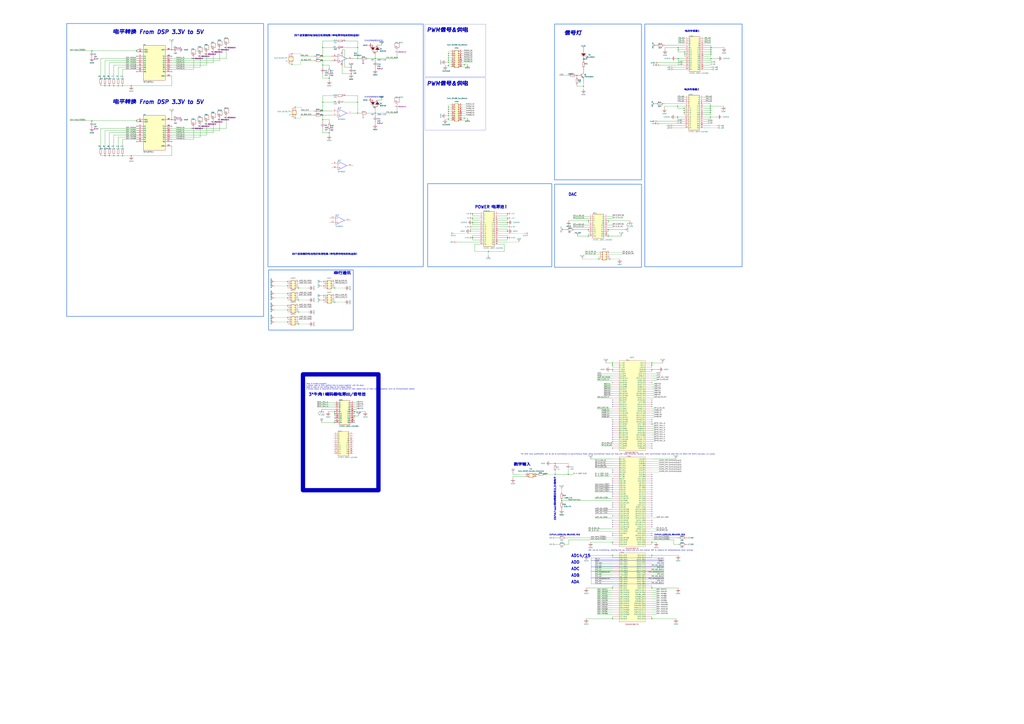
<source format=kicad_sch>
(kicad_sch (version 20230121) (generator eeschema)
  (paper "A0")
  (lib_symbols
    (symbol "1mmlab:TMS320F28377D-BGA-Core"
      (property "Reference" "DSP" (at 0 0 0))
      (symbol "TMS320F28377D-BGA-Core_1_0"
        (text "P1A" (at 15.748 2.54 0) (effects (font (size 1.27 1.27)) (justify left bottom)))
        (text "P1B" (at 17.018 -109.22 0) (effects (font (size 1.27 1.27)) (justify left bottom)))
        (text "P1C" (at 9.398 -220.98 0) (effects (font (size 1.27 1.27)) (justify left bottom)))
        (text "TMS320F28377D" (at 13.97 -104.648 0) (effects (font (size 1.27 1.27)) (justify left bottom)))
        (text "TMS320F28377D" (at 14.478 -304.546 0) (effects (font (size 1.27 1.27)) (justify left bottom)))
        (text "TMS320F28377D" (at 14.478 -216.154 0) (effects (font (size 1.27 1.27)) (justify left bottom)))
        (pin passive line (at 0 0 0) (length 7.62) (name "1_+5V") (number "1"))
        (pin passive line (at 45.72 -10.16 180) (length 7.62) (name "GND10") (number "10"))
        (pin passive line (at 45.72 -134.62 180) (length 7.62) (name "A11_100") (number "100"))
        (pin passive line (at 0 -137.16 0) (length 7.62) (name "101_D6") (number "101"))
        (pin passive line (at 45.72 -137.16 180) (length 7.62) (name "A10_102") (number "102"))
        (pin passive line (at 0 -139.7 0) (length 7.62) (name "103_D5") (number "103"))
        (pin passive line (at 45.72 -139.7 180) (length 7.62) (name "A9_104") (number "104"))
        (pin passive line (at 0 -142.24 0) (length 7.62) (name "105_D4") (number "105"))
        (pin passive line (at 45.72 -142.24 180) (length 7.62) (name "A8_106") (number "106"))
        (pin passive line (at 0 -144.78 0) (length 7.62) (name "107_D3") (number "107"))
        (pin passive line (at 45.72 -144.78 180) (length 7.62) (name "A7_108") (number "108"))
        (pin passive line (at 0 -147.32 0) (length 7.62) (name "109_D2") (number "109"))
        (pin passive line (at 0 -12.7 0) (length 7.62) (name "11_GP3") (number "11"))
        (pin passive line (at 45.72 -147.32 180) (length 7.62) (name "A6_110") (number "110"))
        (pin passive line (at 0 -149.86 0) (length 7.62) (name "111_D1") (number "111"))
        (pin passive line (at 45.72 -149.86 180) (length 7.62) (name "A5_112") (number "112"))
        (pin passive line (at 0 -152.4 0) (length 7.62) (name "113_D0") (number "113"))
        (pin passive line (at 45.72 -152.4 180) (length 7.62) (name "A4_114") (number "114"))
        (pin passive line (at 0 -154.94 0) (length 7.62) (name "115_GP36") (number "115"))
        (pin passive line (at 45.72 -154.94 180) (length 7.62) (name "A3_116") (number "116"))
        (pin passive line (at 0 -157.48 0) (length 7.62) (name "117_GP137") (number "117"))
        (pin passive line (at 45.72 -157.48 180) (length 7.62) (name "A2_118") (number "118"))
        (pin passive line (at 0 -160.02 0) (length 7.62) (name "119_GP84") (number "119"))
        (pin passive line (at 45.72 -12.7 180) (length 7.62) (name "GP2_12") (number "12"))
        (pin passive line (at 45.72 -160.02 180) (length 7.62) (name "A1_120") (number "120"))
        (pin passive line (at 0 -162.56 0) (length 7.62) (name "121_GP125") (number "121"))
        (pin passive line (at 45.72 -162.56 180) (length 7.62) (name "A0_122") (number "122"))
        (pin passive line (at 0 -165.1 0) (length 7.62) (name "123_WE") (number "123"))
        (pin passive line (at 45.72 -165.1 180) (length 7.62) (name "CS2_124") (number "124"))
        (pin passive line (at 0 -167.64 0) (length 7.62) (name "125_RD") (number "125"))
        (pin passive line (at 45.72 -167.64 180) (length 7.62) (name "RESET_126") (number "126"))
        (pin passive line (at 0 -170.18 0) (length 7.62) (name "127_GP138") (number "127"))
        (pin passive line (at 45.72 -170.18 180) (length 7.62) (name "GP113_128") (number "128"))
        (pin passive line (at 0 -172.72 0) (length 7.62) (name "129_GP136") (number "129"))
        (pin passive line (at 0 -15.24 0) (length 7.62) (name "13_GP9") (number "13"))
        (pin passive line (at 45.72 -172.72 180) (length 7.62) (name "GP110_130") (number "130"))
        (pin passive line (at 0 -175.26 0) (length 7.62) (name "131_GP135") (number "131"))
        (pin passive line (at 45.72 -175.26 180) (length 7.62) (name "GP123_132") (number "132"))
        (pin passive line (at 0 -177.8 0) (length 7.62) (name "133_GP134") (number "133"))
        (pin passive line (at 45.72 -177.8 180) (length 7.62) (name "GP114_134") (number "134"))
        (pin passive line (at 0 -180.34 0) (length 7.62) (name "135_GP139") (number "135"))
        (pin passive line (at 45.72 -180.34 180) (length 7.62) (name "GP140_136") (number "136"))
        (pin passive line (at 0 -182.88 0) (length 7.62) (name "137_GP18") (number "137"))
        (pin passive line (at 45.72 -182.88 180) (length 7.62) (name "GP11_138") (number "138"))
        (pin passive line (at 0 -185.42 0) (length 7.62) (name "139_GP133") (number "139"))
        (pin passive line (at 45.72 -15.24 180) (length 7.62) (name "GP8_14") (number "14"))
        (pin passive line (at 45.72 -185.42 180) (length 7.62) (name "GP119_140") (number "140"))
        (pin passive line (at 0 -187.96 0) (length 7.62) (name "141_GP132") (number "141"))
        (pin passive line (at 45.72 -187.96 180) (length 7.62) (name "GP129_142") (number "142"))
        (pin passive line (at 0 -190.5 0) (length 7.62) (name "143_GP118") (number "143"))
        (pin passive line (at 45.72 -190.5 180) (length 7.62) (name "CS3_144") (number "144"))
        (pin passive line (at 0 -193.04 0) (length 7.62) (name "145_GP63") (number "145"))
        (pin passive line (at 45.72 -193.04 180) (length 7.62) (name "GP65_146") (number "146"))
        (pin passive line (at 0 -195.58 0) (length 7.62) (name "147_GP64") (number "147"))
        (pin passive line (at 45.72 -195.58 180) (length 7.62) (name "GP143_148") (number "148"))
        (pin passive line (at 0 -198.12 0) (length 7.62) (name "149_GP1") (number "149"))
        (pin passive line (at 0 -17.78 0) (length 7.62) (name "15_GP141") (number "15"))
        (pin passive line (at 45.72 -198.12 180) (length 7.62) (name "GP0_150") (number "150"))
        (pin passive line (at 0 -200.66 0) (length 7.62) (name "151") (number "151"))
        (pin passive line (at 45.72 -200.66 180) (length 7.62) (name "GP122_152") (number "152"))
        (pin passive line (at 0 -203.2 0) (length 7.62) (name "153_GP108") (number "153"))
        (pin passive line (at 45.72 -203.2 180) (length 7.62) (name "GP28_154") (number "154"))
        (pin passive line (at 0 -205.74 0) (length 7.62) (name "155_GP93") (number "155"))
        (pin passive line (at 45.72 -205.74 180) (length 7.62) (name "GP29_156") (number "156"))
        (pin passive line (at 0 -208.28 0) (length 7.62) (name "157_GND") (number "157"))
        (pin passive line (at 45.72 -208.28 180) (length 7.62) (name "GND_158") (number "158"))
        (pin passive line (at 0 -210.82 0) (length 7.62) (name "159_GND") (number "159"))
        (pin passive line (at 45.72 -17.78 180) (length 7.62) (name "GP142_16") (number "16"))
        (pin passive line (at 45.72 -210.82 180) (length 7.62) (name "GND_160") (number "160"))
        (pin passive line (at 0 -223.52 0) (length 7.62) (name "161_GND") (number "161"))
        (pin passive line (at 45.72 -223.52 180) (length 7.62) (name "GND_162") (number "162"))
        (pin passive line (at 0 -226.06 0) (length 7.62) (name "163_GND") (number "163"))
        (pin passive line (at 45.72 -226.06 180) (length 7.62) (name "GND_164") (number "164"))
        (pin passive line (at 0 -228.6 0) (length 7.62) (name "165_AD14") (number "165"))
        (pin passive line (at 45.72 -228.6 180) (length 7.62) (name "AD15_166") (number "166"))
        (pin passive line (at 0 -231.14 0) (length 7.62) (name "167_ADD4") (number "167"))
        (pin passive line (at 45.72 -231.14 180) (length 7.62) (name "ADD5_168") (number "168"))
        (pin passive line (at 0 -233.68 0) (length 7.62) (name "169_ADD2") (number "169"))
        (pin passive line (at 0 -20.32 0) (length 7.62) (name "17_GP19") (number "17"))
        (pin passive line (at 45.72 -233.68 180) (length 7.62) (name "ADD3_170") (number "170"))
        (pin passive line (at 0 -236.22 0) (length 7.62) (name "171_ADD1") (number "171"))
        (pin passive line (at 45.72 -236.22 180) (length 7.62) (name "ADD0_172") (number "172"))
        (pin passive line (at 0 -238.76 0) (length 7.62) (name "173_ADC5") (number "173"))
        (pin passive line (at 45.72 -238.76 180) (length 7.62) (name "ADC4_174") (number "174"))
        (pin passive line (at 0 -241.3 0) (length 7.62) (name "175_ADC3") (number "175"))
        (pin passive line (at 45.72 -241.3 180) (length 7.62) (name "ADC2_176") (number "176"))
        (pin passive line (at 0 -243.84 0) (length 7.62) (name "177_ADB5") (number "177"))
        (pin passive line (at 45.72 -243.84 180) (length 7.62) (name "ADB4_178") (number "178"))
        (pin passive line (at 0 -246.38 0) (length 7.62) (name "179_ADB3") (number "179"))
        (pin passive line (at 45.72 -20.32 180) (length 7.62) (name "GP62_18") (number "18"))
        (pin passive line (at 45.72 -246.38 180) (length 7.62) (name "ADB2_180") (number "180"))
        (pin passive line (at 0 -248.92 0) (length 7.62) (name "181_ADB1") (number "181"))
        (pin passive line (at 45.72 -248.92 180) (length 7.62) (name "ADB0_182") (number "182"))
        (pin passive line (at 0 -251.46 0) (length 7.62) (name "183_ADA5") (number "183"))
        (pin passive line (at 45.72 -251.46 180) (length 7.62) (name "ADA4_184") (number "184"))
        (pin passive line (at 0 -254 0) (length 7.62) (name "185_ADA3") (number "185"))
        (pin passive line (at 45.72 -254 180) (length 7.62) (name "ADA2_186") (number "186"))
        (pin passive line (at 0 -256.54 0) (length 7.62) (name "187_ADA1") (number "187"))
        (pin passive line (at 45.72 -256.54 180) (length 7.62) (name "ADA0_188") (number "188"))
        (pin passive line (at 0 -259.08 0) (length 7.62) (name "189_GND") (number "189"))
        (pin passive line (at 0 -22.86 0) (length 7.62) (name "19_GP16") (number "19"))
        (pin passive line (at 45.72 -259.08 180) (length 7.62) (name "GND_190") (number "190"))
        (pin passive line (at 0 -261.62 0) (length 7.62) (name "191_GND") (number "191"))
        (pin passive line (at 45.72 -261.62 180) (length 7.62) (name "GND_192") (number "192"))
        (pin passive line (at 0 -264.16 0) (length 7.62) (name "193_PWM1A") (number "193"))
        (pin passive line (at 45.72 -264.16 180) (length 7.62) (name "PWM7A_194") (number "194"))
        (pin passive line (at 0 -266.7 0) (length 7.62) (name "195_PWM1B") (number "195"))
        (pin passive line (at 45.72 -266.7 180) (length 7.62) (name "PWM7B_196") (number "196"))
        (pin passive line (at 0 -269.24 0) (length 7.62) (name "197_PWM2A") (number "197"))
        (pin passive line (at 45.72 -269.24 180) (length 7.62) (name "PWM8A_198") (number "198"))
        (pin passive line (at 0 -271.78 0) (length 7.62) (name "199_PWM2B") (number "199"))
        (pin passive line (at 45.72 0 180) (length 7.62) (name "+5V_2") (number "2"))
        (pin passive line (at 45.72 -22.86 180) (length 7.62) (name "GP10_20") (number "20"))
        (pin passive line (at 45.72 -271.78 180) (length 7.62) (name "PWM8B_200") (number "200"))
        (pin passive line (at 0 -274.32 0) (length 7.62) (name "201_PWM3A") (number "201"))
        (pin passive line (at 45.72 -274.32 180) (length 7.62) (name "PWM9A_202") (number "202"))
        (pin passive line (at 0 -276.86 0) (length 7.62) (name "203_PWM3B") (number "203"))
        (pin passive line (at 45.72 -276.86 180) (length 7.62) (name "PWM9B_204") (number "204"))
        (pin passive line (at 0 -279.4 0) (length 7.62) (name "205_PWM4A") (number "205"))
        (pin passive line (at 45.72 -279.4 180) (length 7.62) (name "PWM10A_206") (number "206"))
        (pin passive line (at 0 -281.94 0) (length 7.62) (name "207_PWM4B") (number "207"))
        (pin passive line (at 45.72 -281.94 180) (length 7.62) (name "PWM10B_208") (number "208"))
        (pin passive line (at 0 -284.48 0) (length 7.62) (name "209_PWM5A") (number "209"))
        (pin passive line (at 0 -25.4 0) (length 7.62) (name "21_GP96") (number "21"))
        (pin passive line (at 45.72 -284.48 180) (length 7.62) (name "PWM11A_210") (number "210"))
        (pin passive line (at 0 -287.02 0) (length 7.62) (name "211_PWM5B") (number "211"))
        (pin passive line (at 45.72 -287.02 180) (length 7.62) (name "PWM11B_212") (number "212"))
        (pin passive line (at 0 -289.56 0) (length 7.62) (name "213_PWM6A") (number "213"))
        (pin passive line (at 45.72 -289.56 180) (length 7.62) (name "PWM12A_214") (number "214"))
        (pin passive line (at 0 -292.1 0) (length 7.62) (name "215_PWM6B") (number "215"))
        (pin passive line (at 45.72 -292.1 180) (length 7.62) (name "PWM12B_216") (number "216"))
        (pin passive line (at 0 -294.64 0) (length 7.62) (name "217_GND") (number "217"))
        (pin passive line (at 45.72 -294.64 180) (length 7.62) (name "GND_218") (number "218"))
        (pin passive line (at 0 -297.18 0) (length 7.62) (name "219_GND") (number "219"))
        (pin passive line (at 45.72 -25.4 180) (length 7.62) (name "GP97_22") (number "22"))
        (pin passive line (at 45.72 -297.18 180) (length 7.62) (name "GND_220") (number "220"))
        (pin passive line (at 0 -27.94 0) (length 7.62) (name "23_GP98") (number "23"))
        (pin passive line (at 45.72 -27.94 180) (length 7.62) (name "GP99_24") (number "24"))
        (pin passive line (at 0 -30.48 0) (length 7.62) (name "25_GP24") (number "25"))
        (pin passive line (at 45.72 -30.48 180) (length 7.62) (name "GP25_26") (number "26"))
        (pin passive line (at 0 -33.02 0) (length 7.62) (name "27_GP26") (number "27"))
        (pin passive line (at 45.72 -33.02 180) (length 7.62) (name "GP27_28") (number "28"))
        (pin passive line (at 0 -35.56 0) (length 7.62) (name "29_GP104") (number "29"))
        (pin passive line (at 0 -2.54 0) (length 7.62) (name "3_+5V") (number "3"))
        (pin passive line (at 45.72 -35.56 180) (length 7.62) (name "GP105_30") (number "30"))
        (pin passive line (at 0 -38.1 0) (length 7.62) (name "31_GP106") (number "31"))
        (pin passive line (at 45.72 -38.1 180) (length 7.62) (name "GP107_32") (number "32"))
        (pin passive line (at 0 -40.64 0) (length 7.62) (name "33_GP20") (number "33"))
        (pin passive line (at 45.72 -40.64 180) (length 7.62) (name "GP21_34") (number "34"))
        (pin passive line (at 0 -43.18 0) (length 7.62) (name "35_GP22") (number "35"))
        (pin passive line (at 45.72 -43.18 180) (length 7.62) (name "GP23_36") (number "36"))
        (pin passive line (at 0 -45.72 0) (length 7.62) (name "37_GP5") (number "37"))
        (pin passive line (at 45.72 -45.72 180) (length 7.62) (name "GP7_38") (number "38"))
        (pin passive line (at 0 -48.26 0) (length 7.62) (name "39_GP12") (number "39"))
        (pin passive line (at 45.72 -2.54 180) (length 7.62) (name "+5V_4") (number "4"))
        (pin passive line (at 45.72 -48.26 180) (length 7.62) (name "GP13_40") (number "40"))
        (pin passive line (at 0 -50.8 0) (length 7.62) (name "41_GP14") (number "41"))
        (pin passive line (at 45.72 -50.8 180) (length 7.62) (name "GP15_42") (number "42"))
        (pin passive line (at 0 -53.34 0) (length 7.62) (name "43_GP61") (number "43"))
        (pin passive line (at 45.72 -53.34 180) (length 7.62) (name "GP60_44") (number "44"))
        (pin passive line (at 0 -55.88 0) (length 7.62) (name "45_GP43") (number "45"))
        (pin passive line (at 45.72 -55.88 180) (length 7.62) (name "GP42_46") (number "46"))
        (pin passive line (at 0 -58.42 0) (length 7.62) (name "47_GP120") (number "47"))
        (pin passive line (at 45.72 -58.42 180) (length 7.62) (name "GP112_48") (number "48"))
        (pin passive line (at 0 -60.96 0) (length 7.62) (name "49_GP53") (number "49"))
        (pin passive line (at 0 -5.08 0) (length 7.62) (name "5_+5V") (number "5"))
        (pin passive line (at 45.72 -60.96 180) (length 7.62) (name "GP114_50") (number "50"))
        (pin passive line (at 0 -63.5 0) (length 7.62) (name "51_GP121") (number "51"))
        (pin passive line (at 45.72 -63.5 180) (length 7.62) (name "GP111_52") (number "52"))
        (pin passive line (at 0 -66.04 0) (length 7.62) (name "53_GP100") (number "53"))
        (pin passive line (at 45.72 -66.04 180) (length 7.62) (name "GP103_54") (number "54"))
        (pin passive line (at 0 -68.58 0) (length 7.62) (name "55_GP102") (number "55"))
        (pin passive line (at 45.72 -68.58 180) (length 7.62) (name "GP101_56") (number "56"))
        (pin passive line (at 0 -71.12 0) (length 7.62) (name "57_GP30") (number "57"))
        (pin passive line (at 45.72 -71.12 180) (length 7.62) (name "GP17_58") (number "58"))
        (pin passive line (at 0 -73.66 0) (length 7.62) (name "59_GP57") (number "59"))
        (pin passive line (at 45.72 -5.08 180) (length 7.62) (name "+5V_6") (number "6"))
        (pin passive line (at 45.72 -73.66 180) (length 7.62) (name "GP94_60") (number "60"))
        (pin passive line (at 0 -76.2 0) (length 7.62) (name "61_GP66") (number "61"))
        (pin passive line (at 45.72 -76.2 180) (length 7.62) (name "GP68_62") (number "62"))
        (pin passive line (at 0 -78.74 0) (length 7.62) (name "63_GP131") (number "63"))
        (pin passive line (at 45.72 -78.74 180) (length 7.62) (name "GP67_64") (number "64"))
        (pin passive line (at 0 -81.28 0) (length 7.62) (name "65_GP116") (number "65"))
        (pin passive line (at 45.72 -81.28 180) (length 7.62) (name "GP32_66") (number "66"))
        (pin passive line (at 0 -83.82 0) (length 7.62) (name "67_GP127") (number "67"))
        (pin passive line (at 45.72 -83.82 180) (length 7.62) (name "GP115_68") (number "68"))
        (pin passive line (at 0 -86.36 0) (length 7.62) (name "69_GP128") (number "69"))
        (pin passive line (at 0 -7.62 0) (length 7.62) (name "7_GND") (number "7"))
        (pin passive line (at 45.72 -86.36 180) (length 7.62) (name "GP117_70") (number "70"))
        (pin passive line (at 0 -88.9 0) (length 7.62) (name "71_GP126") (number "71"))
        (pin passive line (at 45.72 -88.9 180) (length 7.62) (name "GP130_72") (number "72"))
        (pin passive line (at 0 -91.44 0) (length 7.62) (name "73_GP95") (number "73"))
        (pin passive line (at 45.72 -91.44 180) (length 7.62) (name "GP54_74") (number "74"))
        (pin passive line (at 0 -93.98 0) (length 7.62) (name "75_GP58") (number "75"))
        (pin passive line (at 45.72 -93.98 180) (length 7.62) (name "GP56_76") (number "76"))
        (pin passive line (at 0 -96.52 0) (length 7.62) (name "77_GP59") (number "77"))
        (pin passive line (at 45.72 -96.52 180) (length 7.62) (name "GP55_78") (number "78"))
        (pin passive line (at 0 -99.06 0) (length 7.62) (name "79_GP4") (number "79"))
        (pin passive line (at 45.72 -7.62 180) (length 7.62) (name "GND_8") (number "8"))
        (pin passive line (at 45.72 -99.06 180) (length 7.62) (name "GP6_80") (number "80"))
        (pin passive line (at 0 -111.76 0) (length 7.62) (name "81+5V") (number "81"))
        (pin passive line (at 45.72 -111.76 180) (length 7.62) (name "+5V_82") (number "82"))
        (pin passive line (at 0 -114.3 0) (length 7.62) (name "83_D15") (number "83"))
        (pin passive line (at 45.72 -114.3 180) (length 7.62) (name "A19_84") (number "84"))
        (pin passive line (at 0 -116.84 0) (length 7.62) (name "85_D14") (number "85"))
        (pin passive line (at 45.72 -116.84 180) (length 7.62) (name "A18_86") (number "86"))
        (pin passive line (at 0 -119.38 0) (length 7.62) (name "87_D13") (number "87"))
        (pin passive line (at 45.72 -119.38 180) (length 7.62) (name "A17_88") (number "88"))
        (pin passive line (at 0 -121.92 0) (length 7.62) (name "89_D12") (number "89"))
        (pin passive line (at 0 -10.16 0) (length 7.62) (name "9_GND") (number "9"))
        (pin passive line (at 45.72 -121.92 180) (length 7.62) (name "A16_90") (number "90"))
        (pin passive line (at 0 -124.46 0) (length 7.62) (name "91_D11") (number "91"))
        (pin passive line (at 45.72 -124.46 180) (length 7.62) (name "A15_92") (number "92"))
        (pin passive line (at 0 -127 0) (length 7.62) (name "93_D10") (number "93"))
        (pin passive line (at 45.72 -127 180) (length 7.62) (name "A14_94") (number "94"))
        (pin passive line (at 0 -129.54 0) (length 7.62) (name "95_D9") (number "95"))
        (pin passive line (at 45.72 -129.54 180) (length 7.62) (name "A13_96") (number "96"))
        (pin passive line (at 0 -132.08 0) (length 7.62) (name "97_D8") (number "97"))
        (pin passive line (at 45.72 -132.08 180) (length 7.62) (name "A12_98") (number "98"))
        (pin passive line (at 0 -134.62 0) (length 7.62) (name "99_D7") (number "99"))
      )
    )
    (symbol "Connector_Generic:Conn_02x02_Counter_Clockwise" (pin_names (offset 1.016) hide)
      (property "Reference" "J" (at 1.27 2.54 0))
      (property "Value" "Conn_02x02_Counter_Clockwise" (at 1.27 -5.08 0))
      (symbol "Conn_02x02_Counter_Clockwise_1_1"
        (pin passive line (at -5.08 0 0) (length 3.81) (name "Pin_1") (number "1"))
        (pin passive line (at -5.08 -2.54 0) (length 3.81) (name "Pin_2") (number "2"))
        (pin passive line (at 7.62 -2.54 180) (length 3.81) (name "Pin_3") (number "3"))
        (pin passive line (at 7.62 0 180) (length 3.81) (name "Pin_4") (number "4"))
      )
    )
    (symbol "Connector_Generic:Conn_02x02_Odd_Even" (pin_names (offset 1.016) hide)
      (property "Reference" "J" (at 1.27 2.54 0))
      (property "Value" "Conn_02x02_Odd_Even" (at 1.27 -5.08 0))
      (symbol "Conn_02x02_Odd_Even_1_1"
        (pin passive line (at -5.08 0 0) (length 3.81) (name "Pin_1") (number "1"))
        (pin passive line (at 7.62 0 180) (length 3.81) (name "Pin_2") (number "2"))
        (pin passive line (at -5.08 -2.54 0) (length 3.81) (name "Pin_3") (number "3"))
        (pin passive line (at 7.62 -2.54 180) (length 3.81) (name "Pin_4") (number "4"))
      )
    )
    (symbol "Connector_Generic:Conn_02x04_Counter_Clockwise" (pin_names (offset 1.016) hide)
      (property "Reference" "J" (at 1.27 5.08 0))
      (property "Value" "Conn_02x04_Counter_Clockwise" (at 1.27 -7.62 0))
      (symbol "Conn_02x04_Counter_Clockwise_1_1"
        (pin passive line (at -5.08 2.54 0) (length 3.81) (name "Pin_1") (number "1"))
        (pin passive line (at -5.08 0 0) (length 3.81) (name "Pin_2") (number "2"))
        (pin passive line (at -5.08 -2.54 0) (length 3.81) (name "Pin_3") (number "3"))
        (pin passive line (at -5.08 -5.08 0) (length 3.81) (name "Pin_4") (number "4"))
        (pin passive line (at 7.62 -5.08 180) (length 3.81) (name "Pin_5") (number "5"))
        (pin passive line (at 7.62 -2.54 180) (length 3.81) (name "Pin_6") (number "6"))
        (pin passive line (at 7.62 0 180) (length 3.81) (name "Pin_7") (number "7"))
        (pin passive line (at 7.62 2.54 180) (length 3.81) (name "Pin_8") (number "8"))
      )
    )
    (symbol "Connector_Generic:Conn_02x08_Odd_Even" (pin_names (offset 1.016) hide)
      (property "Reference" "J" (at 1.27 10.16 0))
      (property "Value" "Conn_02x08_Odd_Even" (at 1.27 -12.7 0))
      (symbol "Conn_02x08_Odd_Even_1_1"
        (pin passive line (at -5.08 7.62 0) (length 3.81) (name "Pin_1") (number "1"))
        (pin passive line (at 7.62 -2.54 180) (length 3.81) (name "Pin_10") (number "10"))
        (pin passive line (at -5.08 -5.08 0) (length 3.81) (name "Pin_11") (number "11"))
        (pin passive line (at 7.62 -5.08 180) (length 3.81) (name "Pin_12") (number "12"))
        (pin passive line (at -5.08 -7.62 0) (length 3.81) (name "Pin_13") (number "13"))
        (pin passive line (at 7.62 -7.62 180) (length 3.81) (name "Pin_14") (number "14"))
        (pin passive line (at -5.08 -10.16 0) (length 3.81) (name "Pin_15") (number "15"))
        (pin passive line (at 7.62 -10.16 180) (length 3.81) (name "Pin_16") (number "16"))
        (pin passive line (at 7.62 7.62 180) (length 3.81) (name "Pin_2") (number "2"))
        (pin passive line (at -5.08 5.08 0) (length 3.81) (name "Pin_3") (number "3"))
        (pin passive line (at 7.62 5.08 180) (length 3.81) (name "Pin_4") (number "4"))
        (pin passive line (at -5.08 2.54 0) (length 3.81) (name "Pin_5") (number "5"))
        (pin passive line (at 7.62 2.54 180) (length 3.81) (name "Pin_6") (number "6"))
        (pin passive line (at -5.08 0 0) (length 3.81) (name "Pin_7") (number "7"))
        (pin passive line (at 7.62 0 180) (length 3.81) (name "Pin_8") (number "8"))
        (pin passive line (at -5.08 -2.54 0) (length 3.81) (name "Pin_9") (number "9"))
      )
    )
    (symbol "inventer-altium-import:D12V1" (power)
      (property "Reference" "#PWR" (at 0 0 0))
      (property "Value" "D12V1" (at 0 3.81 0))
      (symbol "D12V1_0_0"
        (pin power_in line (at 0 0 0) (length 0) hide (name "D12V1") (number ""))
      )
    )
    (symbol "inventer-altium-import:D12VGND" (power)
      (property "Reference" "#PWR" (at 0 0 0))
      (property "Value" "D12VGND" (at 0 6.35 0))
      (symbol "D12VGND_0_0"
        (pin power_in line (at 0 0 0) (length 0) hide (name "D12VGND") (number ""))
      )
    )
    (symbol "inverter-altium-import:AGND" (power)
      (property "Reference" "#PWR" (at 0 0 0))
      (property "Value" "AGND" (at 0 6.35 0))
      (symbol "AGND_0_0"
        (pin power_in line (at 0 0 0) (length 0) hide (name "AGND") (number ""))
      )
    )
    (symbol "sheet1-altium-import:+12" (power)
      (property "Reference" "#PWR" (at 0 0 0))
      (property "Value" "+12" (at 0 3.81 0))
      (symbol "+12_0_0"
        (pin power_in line (at 0 0 0) (length 0) hide (name "+12") (number ""))
      )
    )
    (symbol "sheet1-altium-import:-12" (power)
      (property "Reference" "#PWR" (at 0 0 0))
      (property "Value" "-12" (at 0 3.81 0))
      (symbol "-12_0_0"
        (pin power_in line (at 0 0 0) (length 0) hide (name "-12") (number ""))
      )
    )
    (symbol "sheet1-altium-import:-5V_ADC" (power)
      (property "Reference" "#PWR" (at 0 0 0))
      (property "Value" "-5V_ADC" (at 0 3.81 0))
      (symbol "-5V_ADC_0_0"
        (pin power_in line (at 0 0 0) (length 0) hide (name "-5V_ADC") (number ""))
      )
    )
    (symbol "sheet1-altium-import:12VGND" (power)
      (property "Reference" "#PWR" (at 0 0 0))
      (property "Value" "12VGND" (at 0 6.35 0))
      (symbol "12VGND_0_0"
        (pin power_in line (at 0 0 0) (length 0) hide (name "12VGND") (number ""))
      )
    )
    (symbol "sheet1-altium-import:A+5V" (power)
      (property "Reference" "#PWR" (at 0 0 0))
      (property "Value" "A+5V" (at 0 3.81 0))
      (symbol "A+5V_0_0"
        (pin power_in line (at 0 0 0) (length 0) hide (name "A+5V") (number ""))
      )
    )
    (symbol "sheet1-altium-import:A-5V" (power)
      (property "Reference" "#PWR" (at 0 0 0))
      (property "Value" "A-5V" (at 0 3.81 0))
      (symbol "A-5V_0_0"
        (pin power_in line (at 0 0 0) (length 0) hide (name "A-5V") (number ""))
      )
    )
    (symbol "sheet1-altium-import:AGND" (power)
      (property "Reference" "#PWR" (at 0 0 0))
      (property "Value" "AGND" (at 0 6.35 0))
      (symbol "AGND_0_0"
        (pin power_in line (at 0 0 0) (length 0) hide (name "AGND") (number ""))
      )
    )
    (symbol "sheet1-altium-import:AVDD" (power)
      (property "Reference" "#PWR" (at 0 0 0))
      (property "Value" "AVDD" (at 0 3.81 0))
      (symbol "AVDD_0_0"
        (pin power_in line (at 0 0 0) (length 0) hide (name "AVDD") (number ""))
      )
    )
    (symbol "sheet1-altium-import:D+5V" (power)
      (property "Reference" "#PWR" (at 0 0 0))
      (property "Value" "D+5V" (at 0 3.81 0))
      (symbol "D+5V_0_0"
        (pin power_in line (at 0 0 0) (length 0) hide (name "D+5V") (number ""))
      )
    )
    (symbol "sheet1-altium-import:D12V1" (power)
      (property "Reference" "#PWR" (at 0 0 0))
      (property "Value" "D12V1" (at 0 3.81 0))
      (symbol "D12V1_0_0"
        (pin power_in line (at 0 0 0) (length 0) hide (name "D12V1") (number ""))
      )
    )
    (symbol "sheet1-altium-import:PE_GND" (power)
      (property "Reference" "#PWR" (at 0 0 0))
      (property "Value" "PE_GND" (at 0 6.35 0))
      (symbol "PE_GND_0_0"
        (pin power_in line (at 0 0 0) (length 0) hide (name "PE_GND") (number ""))
      )
    )
    (symbol "sheet1-altium-import:REF_3V" (power)
      (property "Reference" "#PWR" (at 0 0 0))
      (property "Value" "REF_3V" (at 0 3.81 0))
      (symbol "REF_3V_0_0"
        (pin power_in line (at 0 0 0) (length 0) hide (name "REF_3V") (number ""))
      )
    )
    (symbol "sheet1-altium-import:VDD" (power)
      (property "Reference" "#PWR" (at 0 0 0))
      (property "Value" "VDD" (at 0 3.81 0))
      (symbol "VDD_0_0"
        (pin power_in line (at 0 0 0) (length 0) hide (name "VDD") (number ""))
      )
    )
    (symbol "sheet1-altium-import:root_0_Cap"
      (symbol "root_0_Cap_1_0"
        (pin passive line (at -2.54 -2.54 0) (length 2.54) (name "1") (number "1"))
        (pin passive line (at 5.08 -2.54 180) (length 2.54) (name "2") (number "2"))
      )
    )
    (symbol "sheet1-altium-import:root_0_HIF3FC-20PA-2.54DSA"
      (symbol "root_0_HIF3FC-20PA-2.54DSA_1_0"
        (pin passive line (at 0 0 0) (length 5.08) (name "1") (number "1"))
        (pin passive line (at 22.86 -10.16 180) (length 5.08) (name "10") (number "10"))
        (pin passive line (at 0 -12.7 0) (length 5.08) (name "11") (number "11"))
        (pin passive line (at 22.86 -12.7 180) (length 5.08) (name "12") (number "12"))
        (pin passive line (at 0 -15.24 0) (length 5.08) (name "13") (number "13"))
        (pin passive line (at 22.86 -15.24 180) (length 5.08) (name "14") (number "14"))
        (pin passive line (at 0 -17.78 0) (length 5.08) (name "15") (number "15"))
        (pin passive line (at 22.86 -17.78 180) (length 5.08) (name "16") (number "16"))
        (pin passive line (at 0 -20.32 0) (length 5.08) (name "17") (number "17"))
        (pin passive line (at 22.86 -20.32 180) (length 5.08) (name "18") (number "18"))
        (pin passive line (at 0 -22.86 0) (length 5.08) (name "19") (number "19"))
        (pin passive line (at 22.86 0 180) (length 5.08) (name "2") (number "2"))
        (pin passive line (at 22.86 -22.86 180) (length 5.08) (name "20") (number "20"))
        (pin passive line (at 0 -2.54 0) (length 5.08) (name "3") (number "3"))
        (pin passive line (at 22.86 -2.54 180) (length 5.08) (name "4") (number "4"))
        (pin passive line (at 0 -5.08 0) (length 5.08) (name "5") (number "5"))
        (pin passive line (at 22.86 -5.08 180) (length 5.08) (name "6") (number "6"))
        (pin passive line (at 0 -7.62 0) (length 5.08) (name "7") (number "7"))
        (pin passive line (at 22.86 -7.62 180) (length 5.08) (name "8") (number "8"))
        (pin passive line (at 0 -10.16 0) (length 5.08) (name "9") (number "9"))
      )
    )
    (symbol "sheet1-altium-import:root_0_HIF3FC-30PA-2.54DSA"
      (symbol "root_0_HIF3FC-30PA-2.54DSA_1_0"
        (pin passive line (at 0 0 0) (length 5.08) (name "1") (number "1"))
        (pin passive line (at 22.86 -10.16 180) (length 5.08) (name "10") (number "10"))
        (pin passive line (at 0 -12.7 0) (length 5.08) (name "11") (number "11"))
        (pin passive line (at 22.86 -12.7 180) (length 5.08) (name "12") (number "12"))
        (pin passive line (at 0 -15.24 0) (length 5.08) (name "13") (number "13"))
        (pin passive line (at 22.86 -15.24 180) (length 5.08) (name "14") (number "14"))
        (pin passive line (at 0 -17.78 0) (length 5.08) (name "15") (number "15"))
        (pin passive line (at 22.86 -17.78 180) (length 5.08) (name "16") (number "16"))
        (pin passive line (at 0 -20.32 0) (length 5.08) (name "17") (number "17"))
        (pin passive line (at 22.86 -20.32 180) (length 5.08) (name "18") (number "18"))
        (pin passive line (at 0 -22.86 0) (length 5.08) (name "19") (number "19"))
        (pin passive line (at 22.86 0 180) (length 5.08) (name "2") (number "2"))
        (pin passive line (at 22.86 -22.86 180) (length 5.08) (name "20") (number "20"))
        (pin passive line (at 0 -25.4 0) (length 5.08) (name "21") (number "21"))
        (pin passive line (at 22.86 -25.4 180) (length 5.08) (name "22") (number "22"))
        (pin passive line (at 0 -27.94 0) (length 5.08) (name "23") (number "23"))
        (pin passive line (at 22.86 -27.94 180) (length 5.08) (name "24") (number "24"))
        (pin passive line (at 0 -30.48 0) (length 5.08) (name "25") (number "25"))
        (pin passive line (at 22.86 -30.48 180) (length 5.08) (name "26") (number "26"))
        (pin passive line (at 0 -33.02 0) (length 5.08) (name "27") (number "27"))
        (pin passive line (at 22.86 -33.02 180) (length 5.08) (name "28") (number "28"))
        (pin passive line (at 0 -35.56 0) (length 5.08) (name "29") (number "29"))
        (pin passive line (at 0 -2.54 0) (length 5.08) (name "3") (number "3"))
        (pin passive line (at 22.86 -35.56 180) (length 5.08) (name "30") (number "30"))
        (pin passive line (at 22.86 -2.54 180) (length 5.08) (name "4") (number "4"))
        (pin passive line (at 0 -5.08 0) (length 5.08) (name "5") (number "5"))
        (pin passive line (at 22.86 -5.08 180) (length 5.08) (name "6") (number "6"))
        (pin passive line (at 0 -7.62 0) (length 5.08) (name "7") (number "7"))
        (pin passive line (at 22.86 -7.62 180) (length 5.08) (name "8") (number "8"))
        (pin passive line (at 0 -10.16 0) (length 5.08) (name "9") (number "9"))
      )
    )
    (symbol "sheet1-altium-import:root_0_MCP6024"
      (symbol "root_0_MCP6024_1_0"
        (pin passive line (at 17.78 -5.08 180) (length 7.62) (name "") (number "1"))
        (pin passive line (at 5.08 -15.24 90) (length 7.62) (name "") (number "11"))
        (pin passive line (at -7.62 -2.54 0) (length 7.62) (name "") (number "2"))
        (pin passive line (at -7.62 -7.62 0) (length 7.62) (name "") (number "3"))
        (pin passive line (at 5.08 5.08 270) (length 7.62) (name "") (number "4"))
      )
      (symbol "root_0_MCP6024_2_0"
        (pin passive line (at -7.62 -7.62 0) (length 7.62) (name "") (number "5"))
        (pin passive line (at -7.62 -2.54 0) (length 7.62) (name "") (number "6"))
        (pin passive line (at 17.78 -5.08 180) (length 7.62) (name "") (number "7"))
      )
      (symbol "root_0_MCP6024_3_0"
        (pin passive line (at -7.62 -7.62 0) (length 7.62) (name "") (number "10"))
        (pin passive line (at 17.78 -5.08 180) (length 7.62) (name "") (number "8"))
        (pin passive line (at -7.62 -2.54 0) (length 7.62) (name "") (number "9"))
      )
      (symbol "root_0_MCP6024_4_0"
        (pin passive line (at -7.62 -7.62 0) (length 7.62) (name "") (number "12"))
        (pin passive line (at -7.62 -2.54 0) (length 7.62) (name "") (number "13"))
        (pin passive line (at 17.78 -5.08 180) (length 7.62) (name "") (number "14"))
      )
    )
    (symbol "sheet1-altium-import:root_0_NPN"
      (symbol "root_0_NPN_1_0"
        (pin passive line (at -5.08 -2.54 0) (length 5.08) (name "B") (number "1"))
        (pin passive line (at 2.54 -10.16 90) (length 5.08) (name "E") (number "2"))
        (pin passive line (at 2.54 5.08 270) (length 5.08) (name "C") (number "3"))
      )
    )
    (symbol "sheet1-altium-import:root_0_Res2"
      (symbol "root_0_Res2_1_0"
        (pin passive line (at -2.54 -2.54 0) (length 2.54) (name "1") (number "1"))
        (pin passive line (at 7.62 -2.54 180) (length 2.54) (name "2") (number "2"))
      )
    )
    (symbol "sheet1-altium-import:root_0_SN74ABT541"
      (symbol "root_0_SN74ABT541_1_0"
        (pin input line (at -7.62 -5.08 0) (length 7.62) (name "*OE1") (number "1"))
        (pin power_in line (at 33.02 -35.56 180) (length 7.62) (name "GND") (number "10"))
        (pin output line (at 33.02 -30.48 180) (length 7.62) (name "Y8") (number "11"))
        (pin output line (at 33.02 -27.94 180) (length 7.62) (name "Y7") (number "12"))
        (pin output line (at 33.02 -25.4 180) (length 7.62) (name "Y6") (number "13"))
        (pin output line (at 33.02 -22.86 180) (length 7.62) (name "Y5") (number "14"))
        (pin output line (at 33.02 -20.32 180) (length 7.62) (name "Y4") (number "15"))
        (pin output line (at 33.02 -17.78 180) (length 7.62) (name "Y3") (number "16"))
        (pin output line (at 33.02 -15.24 180) (length 7.62) (name "Y2") (number "17"))
        (pin output line (at 33.02 -12.7 180) (length 7.62) (name "Y1") (number "18"))
        (pin input line (at -7.62 -7.62 0) (length 7.62) (name "*OE2") (number "19"))
        (pin input line (at -7.62 -12.7 0) (length 7.62) (name "A1") (number "2"))
        (pin power_in line (at 33.02 -5.08 180) (length 7.62) (name "VCC") (number "20"))
        (pin input line (at -7.62 -15.24 0) (length 7.62) (name "A2") (number "3"))
        (pin input line (at -7.62 -17.78 0) (length 7.62) (name "A3") (number "4"))
        (pin input line (at -7.62 -20.32 0) (length 7.62) (name "A4") (number "5"))
        (pin input line (at -7.62 -22.86 0) (length 7.62) (name "A5") (number "6"))
        (pin input line (at -7.62 -25.4 0) (length 7.62) (name "A6") (number "7"))
        (pin input line (at -7.62 -27.94 0) (length 7.62) (name "A7") (number "8"))
        (pin input line (at -7.62 -30.48 0) (length 7.62) (name "A8") (number "9"))
      )
    )
    (symbol "sheet1-altium-import:root_1_BAR43S"
      (symbol "root_1_BAR43S_1_0"
        (pin passive line (at 0 7.62 270) (length 2.54) (name "") (number "1"))
        (pin passive line (at 5.08 7.62 270) (length 2.54) (name "") (number "2"))
        (pin passive line (at 2.54 -2.54 90) (length 2.54) (name "") (number "3"))
      )
    )
    (symbol "sheet1-altium-import:root_1_Cap"
      (symbol "root_1_Cap_1_0"
        (pin passive line (at 2.54 -2.54 90) (length 2.54) (name "1") (number "1"))
        (pin passive line (at 2.54 5.08 270) (length 2.54) (name "2") (number "2"))
      )
    )
    (symbol "sheet1-altium-import:root_1_Res2"
      (symbol "root_1_Res2_1_0"
        (pin passive line (at 2.54 -2.54 90) (length 2.54) (name "1") (number "1"))
        (pin passive line (at 2.54 7.62 270) (length 2.54) (name "2") (number "2"))
      )
    )
    (symbol "sheet1-altium-import:root_1_TP-黄色测试点"
      (symbol "root_1_TP-黄色测试点_1_0"
        (pin passive line (at 0 -5.08 90) (length 2.54) (name "1") (number "1"))
      )
    )
    (symbol "sheet1-altium-import:root_2_Res2"
      (symbol "root_2_Res2_1_0"
        (pin passive line (at 2.54 2.54 180) (length 2.54) (name "1") (number "1"))
        (pin passive line (at -7.62 2.54 0) (length 2.54) (name "2") (number "2"))
      )
    )
    (symbol "sheet1-altium-import:root_3_Cap"
      (symbol "root_3_Cap_1_0"
        (pin passive line (at -2.54 2.54 270) (length 2.54) (name "1") (number "1"))
        (pin passive line (at -2.54 -5.08 90) (length 2.54) (name "2") (number "2"))
      )
    )
    (symbol "sheet1-altium-import:root_3_LED0"
      (symbol "root_3_LED0_1_0"
        (pin passive line (at -2.54 5.08 270) (length 5.08) (name "A") (number "1"))
        (pin passive line (at -2.54 -7.62 90) (length 5.08) (name "K") (number "2"))
      )
    )
    (symbol "sheet1-altium-import:root_3_Res2"
      (symbol "root_3_Res2_1_0"
        (pin passive line (at -2.54 2.54 270) (length 2.54) (name "1") (number "1"))
        (pin passive line (at -2.54 -7.62 90) (length 2.54) (name "2") (number "2"))
      )
    )
  )
  (junction (at 787.4 57.785))
  (junction (at 199.39 139.065))
  (junction (at 520.7 138.43))
  (junction (at 375.92 343.535))
  (junction (at 374.65 55.245))
  (junction (at 375.92 332.105))
  (junction (at 375.92 348.615))
  (junction (at 787.4 55.245))
  (junction (at 589.28 276.225))
  (junction (at 388.62 490.855))
  (junction (at 786.765 135.89))
  (junction (at 374.65 70.485))
  (junction (at 415.29 55.245))
  (junction (at 756.92 629.92))
  (junction (at 158.75 59.055))
  (junction (at 706.12 274.32))
  (junction (at 677.545 100.33))
  (junction (at 388.62 478.155))
  (junction (at 644.525 538.48))
  (junction (at 520.7 72.39))
  (junction (at 407.67 78.105))
  (junction (at 711.2 718.82))
  (junction (at 339.09 74.93))
  (junction (at 334.01 340.995))
  (junction (at 152.4 180.975))
  (junction (at 825.5 62.865))
  (junction (at 756.92 421.64))
  (junction (at 388.62 351.155))
  (junction (at 652.145 581.66))
  (junction (at 825.5 60.325))
  (junction (at 548.64 248.285))
  (junction (at 199.39 57.785))
  (junction (at 415.29 131.445))
  (junction (at 589.28 268.605))
  (junction (at 659.765 551.18))
  (junction (at 152.4 99.695))
  (junction (at 388.62 480.695))
  (junction (at 382.27 90.805))
  (junction (at 711.2 429.26))
  (junction (at 374.65 75.565))
  (junction (at 824.865 135.89))
  (junction (at 695.325 300.99))
  (junction (at 824.865 123.19))
  (junction (at 382.27 154.305))
  (junction (at 374.65 65.405))
  (junction (at 520.7 134.62))
  (junction (at 411.48 483.235))
  (junction (at 158.75 140.335))
  (junction (at 786.765 123.19))
  (junction (at 520.7 62.23))
  (junction (at 567.055 292.1))
  (junction (at 824.865 128.27))
  (junction (at 539.115 74.93))
  (junction (at 374.65 128.905))
  (junction (at 106.68 59.055))
  (junction (at 756.92 718.82))
  (junction (at 334.01 368.935))
  (junction (at 388.62 334.645))
  (junction (at 520.7 76.2))
  (junction (at 106.68 140.335))
  (junction (at 756.92 424.18))
  (junction (at 711.2 683.26))
  (junction (at 589.28 248.285))
  (junction (at 374.65 139.065))
  (junction (at 415.29 67.945))
  (junction (at 669.925 87.63))
  (junction (at 706.12 256.54))
  (junction (at 346.71 334.645))
  (junction (at 795.02 62.865))
  (junction (at 824.865 130.81))
  (junction (at 825.5 57.785))
  (junction (at 342.9 124.46))
  (junction (at 142.24 99.695))
  (junction (at 132.08 180.975))
  (junction (at 824.865 125.73))
  (junction (at 132.08 99.695))
  (junction (at 346.71 348.615))
  (junction (at 346.71 376.555))
  (junction (at 334.01 354.965))
  (junction (at 435.61 131.445))
  (junction (at 334.01 332.105))
  (junction (at 142.24 180.975))
  (junction (at 520.7 129.54))
  (junction (at 520.7 132.08))
  (junction (at 520.7 127))
  (junction (at 346.71 362.585))
  (junction (at 795.02 60.325))
  (junction (at 548.64 253.365))
  (junction (at 520.7 67.31))
  (junction (at 756.92 645.16))
  (junction (at 589.28 253.365))
  (junction (at 334.01 346.075))
  (junction (at 683.26 256.54))
  (junction (at 548.64 258.445))
  (junction (at 711.2 421.64))
  (junction (at 825.5 55.245))
  (junction (at 520.7 69.85))
  (junction (at 546.1 268.605))
  (junction (at 756.92 683.26))
  (junction (at 756.92 429.26))
  (junction (at 794.385 128.27))
  (junction (at 683.26 266.7))
  (junction (at 711.2 645.16))
  (junction (at 374.65 133.985))
  (junction (at 342.9 137.16))
  (junction (at 644.525 551.18))
  (junction (at 622.935 551.18))
  (junction (at 334.01 374.015))
  (junction (at 794.385 130.81))
  (junction (at 520.7 124.46))
  (junction (at 334.01 327.025))
  (junction (at 137.16 180.975))
  (junction (at 435.61 67.945))
  (junction (at 127 99.695))
  (junction (at 520.7 64.77))
  (junction (at 683.26 274.32))
  (junction (at 374.65 118.745))
  (junction (at 411.48 478.155))
  (junction (at 137.16 99.695))
  (junction (at 711.2 424.18))
  (junction (at 711.2 629.92))
  (junction (at 787.4 67.945))
  (junction (at 794.385 125.73))
  (junction (at 375.92 327.025))
  (junction (at 415.29 118.745))
  (junction (at 706.12 266.7))
  (junction (at 539.115 137.16))
  (junction (at 825.5 67.945))
  (junction (at 127 180.975))
  (junction (at 589.28 258.445))
  (junction (at 548.64 276.225))
  (junction (at 339.09 62.23))
  (junction (at 708.025 300.99))
  (junction (at 121.92 99.695))
  (junction (at 407.67 85.725))
  (junction (at 121.92 180.975))
  (junction (at 334.01 360.045))
  (no_connect (at 711.2 492.76))
  (no_connect (at 711.2 561.34))
  (no_connect (at 411.48 490.855))
  (no_connect (at 711.2 469.9))
  (no_connect (at 756.92 487.68))
  (no_connect (at 711.2 622.3))
  (no_connect (at 756.92 518.16))
  (no_connect (at 711.2 556.26))
  (no_connect (at 711.2 566.42))
  (no_connect (at 158.75 146.685))
  (no_connect (at 756.92 599.44))
  (no_connect (at 756.92 609.6))
  (no_connect (at 756.92 607.06))
  (no_connect (at 756.92 469.9))
  (no_connect (at 711.2 467.36))
  (no_connect (at 756.92 551.18))
  (no_connect (at 711.2 508))
  (no_connect (at 756.92 594.36))
  (no_connect (at 711.2 472.44))
  (no_connect (at 388.62 485.775))
  (no_connect (at 711.2 609.6))
  (no_connect (at 711.2 502.92))
  (no_connect (at 756.92 584.2))
  (no_connect (at 756.92 579.12))
  (no_connect (at 756.92 467.36))
  (no_connect (at 756.92 492.76))
  (no_connect (at 756.92 589.28))
  (no_connect (at 711.2 568.96))
  (no_connect (at 756.92 574.04))
  (no_connect (at 711.2 546.1))
  (no_connect (at 711.2 487.68))
  (no_connect (at 711.2 520.7))
  (no_connect (at 756.92 622.3))
  (no_connect (at 756.92 520.7))
  (no_connect (at 711.2 619.76))
  (no_connect (at 756.92 490.22))
  (no_connect (at 756.92 612.14))
  (no_connect (at 756.92 604.52))
  (no_connect (at 756.92 561.34))
  (no_connect (at 756.92 581.66))
  (no_connect (at 711.2 571.5))
  (no_connect (at 756.92 556.26))
  (no_connect (at 711.2 490.22))
  (no_connect (at 711.2 500.38))
  (no_connect (at 711.2 604.52))
  (no_connect (at 199.39 164.465))
  (no_connect (at 711.2 607.06))
  (no_connect (at 756.92 576.58))
  (no_connect (at 711.2 589.28))
  (no_connect (at 711.2 505.46))
  (no_connect (at 756.92 571.5))
  (no_connect (at 199.39 65.405))
  (no_connect (at 711.2 464.82))
  (no_connect (at 711.2 563.88))
  (no_connect (at 411.48 488.315))
  (no_connect (at 711.2 586.74))
  (no_connect (at 756.92 568.96))
  (no_connect (at 199.39 83.185))
  (no_connect (at 711.2 599.44))
  (no_connect (at 158.75 83.185))
  (no_connect (at 711.2 574.04))
  (no_connect (at 756.92 464.82))
  (no_connect (at 756.92 444.5))
  (no_connect (at 711.2 495.3))
  (no_connect (at 756.92 558.8))
  (no_connect (at 158.75 65.405))
  (no_connect (at 711.2 548.64))
  (no_connect (at 756.92 619.76))
  (no_connect (at 756.92 515.62))
  (no_connect (at 756.92 586.74))
  (no_connect (at 756.92 591.82))
  (no_connect (at 756.92 596.9))
  (no_connect (at 199.39 146.685))
  (no_connect (at 756.92 553.72))
  (no_connect (at 756.92 472.44))
  (no_connect (at 711.2 510.54))
  (no_connect (at 711.2 584.2))
  (no_connect (at 158.75 164.465))
  (no_connect (at 711.2 444.5))
  (no_connect (at 711.2 558.8))
  (no_connect (at 711.2 497.84))
  (no_connect (at 756.92 566.42))
  (no_connect (at 756.92 563.88))
  (no_connect (at 711.2 513.08))
  (no_connect (at 711.2 612.14))
  (no_connect (at 711.2 576.58))
  (wire (pts (xy 763.905 140.97) (xy 794.385 140.97)) (stroke (width 0.254)))
  (wire (pts (xy 374.65 139.065) (xy 374.65 141.605)) (stroke (width 0.254)))
  (wire (pts (xy 824.865 133.35) (xy 824.865 130.81)) (stroke (width 0.254)))
  (wire (pts (xy 116.84 149.225) (xy 116.84 170.815)) (stroke (width 0.254)))
  (wire (pts (xy 435.61 131.445) (xy 461.01 131.445)) (stroke (width 0.254)))
  (wire (pts (xy 520.7 67.31) (xy 523.875 67.31)))
  (wire (pts (xy 224.79 161.925) (xy 224.79 146.685)) (stroke (width 0.254)))
  (wire (pts (xy 548.64 276.225) (xy 556.26 276.225)) (stroke (width 0.254)))
  (wire (pts (xy 756.92 617.22) (xy 762 617.22)))
  (wire (pts (xy 683.26 271.78) (xy 683.26 274.32)) (stroke (width 0.254)))
  (wire (pts (xy 318.77 354.965) (xy 334.01 354.965)))
  (wire (pts (xy 659.765 87.63) (xy 649.605 87.63)) (stroke (width 0.254)))
  (wire (pts (xy 579.12 273.685) (xy 589.28 273.685)) (stroke (width 0.254)))
  (wire (pts (xy 579.12 278.765) (xy 589.28 278.765)) (stroke (width 0.254)))
  (wire (pts (xy 794.385 143.51) (xy 766.445 143.51)) (stroke (width 0.254)))
  (wire (pts (xy 795.02 70.485) (xy 787.4 70.485)) (stroke (width 0.254)))
  (wire (pts (xy 548.64 255.905) (xy 548.64 253.365)) (stroke (width 0.254)))
  (wire (pts (xy 795.02 60.325) (xy 787.4 60.325)) (stroke (width 0.254)))
  (wire (pts (xy 595.63 551.18) (xy 602.615 551.18)) (stroke (width 0.254)))
  (wire (pts (xy 539.115 74.93) (xy 542.925 74.93)))
  (wire (pts (xy 693.42 688.34) (xy 711.2 688.34)) (stroke (width 0.254)))
  (wire (pts (xy 762 706.12) (xy 756.92 706.12)) (stroke (width 0.254)))
  (wire (pts (xy 690.88 673.1) (xy 711.2 673.1)) (stroke (width 0.254)))
  (wire (pts (xy 388.62 329.565) (xy 403.225 329.565)))
  (wire (pts (xy 711.2 424.18) (xy 711.2 426.72)) (stroke (width 0.254)))
  (wire (pts (xy 706.12 259.08) (xy 706.12 256.54)) (stroke (width 0.254)))
  (wire (pts (xy 756.92 678.18) (xy 770.255 678.18)))
  (wire (pts (xy 669.925 88.9) (xy 669.925 87.63)))
  (wire (pts (xy 318.77 360.045) (xy 334.01 360.045)))
  (wire (pts (xy 795.02 50.165) (xy 787.4 50.165)) (stroke (width 0.254)))
  (wire (pts (xy 541.02 121.92) (xy 536.575 121.92)))
  (wire (pts (xy 711.2 680.72) (xy 711.2 683.26)) (stroke (width 0.254)))
  (wire (pts (xy 762 690.88) (xy 756.92 690.88)) (stroke (width 0.254)))
  (wire (pts (xy 795.02 47.625) (xy 787.4 47.625)) (stroke (width 0.254)))
  (wire (pts (xy 400.05 57.785) (xy 400.05 78.105)) (stroke (width 0.254)))
  (wire (pts (xy 339.09 74.93) (xy 349.25 74.93)))
  (wire (pts (xy 711.2 579.12) (xy 690.88 579.12)) (stroke (width 0.254)))
  (wire (pts (xy 693.42 701.04) (xy 711.2 701.04)) (stroke (width 0.254)))
  (wire (pts (xy 817.245 125.73) (xy 824.865 125.73)) (stroke (width 0.254)))
  (wire (pts (xy 665.48 254) (xy 683.26 254)) (stroke (width 0.254)))
  (wire (pts (xy 388.62 346.075) (xy 403.225 346.075)))
  (wire (pts (xy 373.38 332.105) (xy 375.92 332.105)))
  (wire (pts (xy 346.71 343.535) (xy 361.95 343.535)))
  (wire (pts (xy 142.24 161.925) (xy 142.24 170.815)) (stroke (width 0.254)))
  (wire (pts (xy 765.175 538.48) (xy 756.92 538.48)))
  (wire (pts (xy 388.62 488.315) (xy 388.62 490.855)) (stroke (width 0.254)))
  (wire (pts (xy 556.26 255.905) (xy 548.64 255.905)) (stroke (width 0.254)))
  (wire (pts (xy 711.2 718.82) (xy 711.2 716.28)) (stroke (width 0.254)))
  (wire (pts (xy 411.48 480.695) (xy 411.48 478.155)) (stroke (width 0.254)))
  (wire (pts (xy 520.7 72.39) (xy 520.7 69.85)))
  (wire (pts (xy 375.92 327.025) (xy 375.92 329.565)))
  (wire (pts (xy 817.245 128.27) (xy 824.865 128.27)) (stroke (width 0.254)))
  (wire (pts (xy 781.685 146.05) (xy 794.385 146.05)) (stroke (width 0.254)))
  (wire (pts (xy 158.75 80.645) (xy 142.24 80.645)) (stroke (width 0.254)))
  (wire (pts (xy 106.68 140.335) (xy 81.28 140.335)) (stroke (width 0.254)))
  (wire (pts (xy 683.26 256.54) (xy 660.4 256.54)) (stroke (width 0.254)))
  (wire (pts (xy 199.39 75.565) (xy 240.03 75.565)) (stroke (width 0.254)))
  (wire (pts (xy 199.39 159.385) (xy 232.41 159.385)) (stroke (width 0.254)))
  (wire (pts (xy 824.865 146.05) (xy 817.245 146.05)) (stroke (width 0.254)))
  (wire (pts (xy 794.385 148.59) (xy 781.685 148.59)) (stroke (width 0.254)))
  (wire (pts (xy 795.02 45.085) (xy 787.4 45.085)) (stroke (width 0.254)))
  (wire (pts (xy 318.77 346.075) (xy 334.01 346.075)))
  (wire (pts (xy 132.08 156.845) (xy 132.08 170.815)) (stroke (width 0.254)))
  (wire (pts (xy 759.46 505.46) (xy 756.92 505.46)) (stroke (width 0.254)))
  (wire (pts (xy 645.16 624.84) (xy 647.7 624.84)) (stroke (width 0.254)))
  (wire (pts (xy 318.77 374.015) (xy 334.01 374.015)))
  (wire (pts (xy 375.92 332.105) (xy 375.92 334.645)))
  (wire (pts (xy 817.88 70.485) (xy 825.5 70.485)) (stroke (width 0.254)))
  (wire (pts (xy 415.29 55.245) (xy 415.29 47.625)) (stroke (width 0.254)))
  (wire (pts (xy 388.62 332.105) (xy 388.62 334.645)))
  (wire (pts (xy 158.75 67.945) (xy 116.84 67.945)) (stroke (width 0.254)))
  (wire (pts (xy 711.2 566.42) (xy 690.88 566.42)) (stroke (width 0.254)))
  (wire (pts (xy 132.08 99.695) (xy 137.16 99.695)) (stroke (width 0.254)))
  (wire (pts (xy 546.1 268.605) (xy 546.1 266.065)) (stroke (width 0.254)))
  (wire (pts (xy 824.865 125.73) (xy 824.865 123.19)) (stroke (width 0.254)))
  (wire (pts (xy 388.62 478.155) (xy 381 478.155)) (stroke (width 0.254)))
  (wire (pts (xy 414.02 475.615) (xy 411.48 475.615)) (stroke (width 0.254)))
  (wire (pts (xy 784.86 533.4) (xy 756.92 533.4)) (stroke (width 0.254)))
  (wire (pts (xy 579.12 276.225) (xy 589.28 276.225)) (stroke (width 0.254)))
  (wire (pts (xy 787.4 683.26) (xy 756.92 683.26)) (stroke (width 0.254)))
  (wire (pts (xy 374.65 139.065) (xy 382.27 139.065)) (stroke (width 0.254)))
  (wire (pts (xy 349.25 65.405) (xy 364.49 65.405)) (stroke (width 0.254)))
  (wire (pts (xy 595.63 553.72) (xy 595.63 555.625)) (stroke (width 0.254)))
  (wire (pts (xy 520.7 132.08) (xy 520.7 129.54)))
  (wire (pts (xy 711.2 421.64) (xy 711.2 424.18)) (stroke (width 0.254)))
  (wire (pts (xy 698.5 480.06) (xy 711.2 480.06)) (stroke (width 0.254)))
  (wire (pts (xy 334.01 354.965) (xy 334.01 357.505)))
  (wire (pts (xy 121.92 99.695) (xy 127 99.695)) (stroke (width 0.254)))
  (wire (pts (xy 520.7 124.46) (xy 520.7 127)))
  (wire (pts (xy 427.99 67.945) (xy 435.61 67.945)) (stroke (width 0.254)))
  (wire (pts (xy 817.88 65.405) (xy 825.5 65.405)) (stroke (width 0.254)))
  (wire (pts (xy 262.89 133.985) (xy 262.89 149.225)) (stroke (width 0.254)))
  (wire (pts (xy 400.05 78.105) (xy 407.67 78.105)) (stroke (width 0.254)))
  (wire (pts (xy 346.71 327.025) (xy 361.95 327.025)))
  (wire (pts (xy 415.29 67.945) (xy 415.29 55.245)) (stroke (width 0.254)))
  (wire (pts (xy 247.65 73.025) (xy 247.65 57.785)) (stroke (width 0.254)))
  (wire (pts (xy 116.84 180.975) (xy 121.92 180.975)) (stroke (width 0.254)))
  (wire (pts (xy 137.16 180.975) (xy 142.24 180.975)) (stroke (width 0.254)))
  (wire (pts (xy 711.2 629.92) (xy 685.8 629.92)) (stroke (width 0.254)))
  (wire (pts (xy 825.5 47.625) (xy 817.88 47.625)) (stroke (width 0.254)))
  (wire (pts (xy 415.29 111.125) (xy 400.05 111.125)) (stroke (width 0.254)))
  (wire (pts (xy 711.2 543.56) (xy 690.88 543.56)) (stroke (width 0.254)))
  (wire (pts (xy 548.64 248.285) (xy 556.26 248.285)) (stroke (width 0.254)))
  (wire (pts (xy 589.28 281.305) (xy 579.12 281.305)) (stroke (width 0.254)))
  (wire (pts (xy 127 154.305) (xy 127 170.815)) (stroke (width 0.254)))
  (wire (pts (xy 579.12 248.285) (xy 589.28 248.285)) (stroke (width 0.254)))
  (wire (pts (xy 693.42 695.96) (xy 711.2 695.96)) (stroke (width 0.254)))
  (wire (pts (xy 693.42 703.58) (xy 711.2 703.58)) (stroke (width 0.254)))
  (wire (pts (xy 711.2 657.86) (xy 690.88 657.86)) (stroke (width 0.254)))
  (wire (pts (xy 771.525 123.19) (xy 771.525 125.73)) (stroke (width 0.254)))
  (wire (pts (xy 247.65 154.305) (xy 247.65 139.065)) (stroke (width 0.254)))
  (wire (pts (xy 824.865 130.81) (xy 824.865 128.27)) (stroke (width 0.254)))
  (wire (pts (xy 765.175 548.64) (xy 756.92 548.64)))
  (wire (pts (xy 127 99.695) (xy 132.08 99.695)) (stroke (width 0.254)))
  (wire (pts (xy 556.26 268.605) (xy 546.1 268.605)) (stroke (width 0.254)))
  (wire (pts (xy 374.65 55.245) (xy 389.89 55.245)) (stroke (width 0.254)))
  (wire (pts (xy 382.27 88.265) (xy 382.27 90.805)) (stroke (width 0.254)))
  (wire (pts (xy 680.72 645.16) (xy 711.2 645.16)) (stroke (width 0.254)))
  (wire (pts (xy 756.92 683.26) (xy 756.92 680.72)) (stroke (width 0.254)))
  (wire (pts (xy 106.68 59.055) (xy 81.28 59.055)) (stroke (width 0.254)))
  (wire (pts (xy 137.16 99.695) (xy 142.24 99.695)) (stroke (width 0.254)))
  (wire (pts (xy 334.01 327.025) (xy 334.01 329.565)))
  (wire (pts (xy 683.26 251.46) (xy 665.48 251.46)) (stroke (width 0.254)))
  (wire (pts (xy 683.26 617.22) (xy 711.2 617.22)) (stroke (width 0.254)))
  (wire (pts (xy 158.75 59.055) (xy 158.75 57.785)) (stroke (width 0.254)))
  (wire (pts (xy 346.71 340.995) (xy 361.95 340.995)))
  (wire (pts (xy 415.29 47.625) (xy 400.05 47.625)) (stroke (width 0.254)))
  (wire (pts (xy 644.525 538.48) (xy 659.765 538.48)) (stroke (width 0.254)))
  (wire (pts (xy 701.04 454.66) (xy 711.2 454.66)) (stroke (width 0.254)))
  (wire (pts (xy 152.4 180.975) (xy 199.39 180.975)) (stroke (width 0.254)))
  (wire (pts (xy 690.88 538.48) (xy 711.2 538.48)) (stroke (width 0.254)))
  (wire (pts (xy 520.7 59.69) (xy 520.7 62.23)))
  (wire (pts (xy 334.01 360.045) (xy 334.01 362.585)))
  (wire (pts (xy 334.01 332.105) (xy 334.01 334.645)))
  (wire (pts (xy 556.26 271.145) (xy 527.05 271.145)))
  (wire (pts (xy 756.92 668.02) (xy 770.255 668.02)))
  (wire (pts (xy 825.5 50.165) (xy 817.88 50.165)) (stroke (width 0.254)))
  (wire (pts (xy 756.92 673.1) (xy 770.255 673.1)))
  (wire (pts (xy 685.8 627.38) (xy 711.2 627.38)))
  (wire (pts (xy 690.88 665.48) (xy 711.2 665.48)) (stroke (width 0.254)))
  (wire (pts (xy 711.2 439.42) (xy 693.42 439.42)) (stroke (width 0.254)))
  (wire (pts (xy 759.46 502.92) (xy 756.92 502.92)) (stroke (width 0.254)))
  (wire (pts (xy 765.175 535.94) (xy 756.92 535.94)))
  (wire (pts (xy 199.39 73.025) (xy 247.65 73.025)) (stroke (width 0.254)))
  (wire (pts (xy 199.39 80.645) (xy 224.79 80.645)) (stroke (width 0.254)))
  (wire (pts (xy 548.64 260.985) (xy 548.64 258.445)) (stroke (width 0.254)))
  (wire (pts (xy 435.61 131.445) (xy 435.61 126.365)) (stroke (width 0.254)))
  (wire (pts (xy 556.26 260.985) (xy 548.64 260.985)) (stroke (width 0.254)))
  (wire (pts (xy 657.86 632.46) (xy 660.4 632.46)) (stroke (width 0.254)))
  (wire (pts (xy 435.61 67.945) (xy 435.61 62.865)) (stroke (width 0.254)))
  (wire (pts (xy 824.865 120.65) (xy 817.245 120.65)) (stroke (width 0.254)))
  (wire (pts (xy 679.45 295.91) (xy 695.325 295.91)))
  (wire (pts (xy 397.51 55.245) (xy 415.29 55.245)) (stroke (width 0.254)))
  (wire (pts (xy 786.765 138.43) (xy 786.765 135.89)) (stroke (width 0.254)))
  (wire (pts (xy 817.88 60.325) (xy 825.5 60.325)) (stroke (width 0.254)))
  (wire (pts (xy 158.75 75.565) (xy 132.08 75.565)) (stroke (width 0.254)))
  (wire (pts (xy 158.75 151.765) (xy 121.92 151.765)) (stroke (width 0.254)))
  (wire (pts (xy 657.86 624.84) (xy 685.8 624.84)) (stroke (width 0.254)))
  (wire (pts (xy 199.39 50.165) (xy 199.39 57.785)) (stroke (width 0.254)))
  (wire (pts (xy 523.875 139.7) (xy 520.7 139.7)))
  (wire (pts (xy 384.81 65.405) (xy 374.65 65.405)) (stroke (width 0.254)))
  (wire (pts (xy 373.38 327.025) (xy 375.92 327.025)))
  (wire (pts (xy 342.9 124.46) (xy 349.885 124.46)))
  (wire (pts (xy 523.875 72.39) (xy 520.7 72.39)))
  (wire (pts (xy 711.2 632.46) (xy 711.2 629.92)) (stroke (width 0.254)))
  (wire (pts (xy 759.46 474.98) (xy 756.92 474.98)) (stroke (width 0.254)))
  (wire (pts (xy 530.225 281.305) (xy 556.26 281.305)) (stroke (width 0.254)))
  (wire (pts (xy 541.02 132.08) (xy 536.575 132.08)))
  (wire (pts (xy 127 73.025) (xy 127 89.535)) (stroke (width 0.254)))
  (wire (pts (xy 121.92 180.975) (xy 127 180.975)) (stroke (width 0.254)))
  (wire (pts (xy 397.51 78.105) (xy 397.51 85.725)) (stroke (width 0.254)))
  (wire (pts (xy 373.38 348.615) (xy 375.92 348.615)))
  (wire (pts (xy 158.75 154.305) (xy 127 154.305)) (stroke (width 0.254)))
  (wire (pts (xy 579.12 253.365) (xy 589.28 253.365)) (stroke (width 0.254)))
  (wire (pts (xy 683.26 259.08) (xy 683.26 256.54)) (stroke (width 0.254)))
  (wire (pts (xy 375.92 343.535) (xy 375.92 346.075)))
  (wire (pts (xy 762 434.34) (xy 756.92 434.34)) (stroke (width 0.254)))
  (wire (pts (xy 435.61 78.105) (xy 435.61 80.645)) (stroke (width 0.254)))
  (wire (pts (xy 520.7 139.7) (xy 520.7 138.43)))
  (wire (pts (xy 756.92 629.92) (xy 756.92 632.46)) (stroke (width 0.254)))
  (wire (pts (xy 382.27 78.105) (xy 382.27 75.565)) (stroke (width 0.254)))
  (wire (pts (xy 520.7 62.23) (xy 523.875 62.23)))
  (wire (pts (xy 382.27 75.565) (xy 374.65 75.565)) (stroke (width 0.254)))
  (wire (pts (xy 659.765 546.1) (xy 659.765 551.18)) (stroke (width 0.254)))
  (wire (pts (xy 756.92 627.38) (xy 782.32 627.38)) (stroke (width 0.254)))
  (wire (pts (xy 536.575 67.31) (xy 548.64 67.31)))
  (wire (pts (xy 551.18 283.845) (xy 551.18 292.1)) (stroke (width 0.254)))
  (wire (pts (xy 389.89 111.125) (xy 374.65 111.125)) (stroke (width 0.254)))
  (wire (pts (xy 358.14 348.615) (xy 346.71 348.615)))
  (wire (pts (xy 358.14 334.645) (xy 346.71 334.645)))
  (wire (pts (xy 824.865 140.97) (xy 827.405 140.97)))
  (wire (pts (xy 784.86 718.82) (xy 756.92 718.82)) (stroke (width 0.254)))
  (wire (pts (xy 660.4 627.38) (xy 685.8 627.38)) (stroke (width 0.254)))
  (wire (pts (xy 708.025 295.91) (xy 722.63 295.91)))
  (wire (pts (xy 374.65 75.565) (xy 374.65 70.485)) (stroke (width 0.254)))
  (wire (pts (xy 759.46 454.66) (xy 756.92 454.66)) (stroke (width 0.254)))
  (wire (pts (xy 690.88 553.72) (xy 711.2 553.72)))
  (wire (pts (xy 795.02 75.565) (xy 767.08 75.565)) (stroke (width 0.254)))
  (wire (pts (xy 794.385 113.03) (xy 786.765 113.03)) (stroke (width 0.254)))
  (wire (pts (xy 633.095 551.18) (xy 644.525 551.18)))
  (wire (pts (xy 388.62 480.695) (xy 388.62 478.155)) (stroke (width 0.254)))
  (wire (pts (xy 536.575 62.23) (xy 548.64 62.23)))
  (wire (pts (xy 825.5 78.105) (xy 817.88 78.105)) (stroke (width 0.254)))
  (wire (pts (xy 701.04 457.2) (xy 711.2 457.2)) (stroke (width 0.254)))
  (wire (pts (xy 711.2 563.88) (xy 690.88 563.88)) (stroke (width 0.254)))
  (wire (pts (xy 817.245 123.19) (xy 824.865 123.19)) (stroke (width 0.254)))
  (wire (pts (xy 759.46 513.08) (xy 756.92 513.08)) (stroke (width 0.254)))
  (wire (pts (xy 794.385 123.19) (xy 786.765 123.19)) (stroke (width 0.254)))
  (wire (pts (xy 693.42 706.12) (xy 711.2 706.12)) (stroke (width 0.254)))
  (wire (pts (xy 349.25 137.16) (xy 349.25 133.985)))
  (wire (pts (xy 415.29 131.445) (xy 417.83 131.445)) (stroke (width 0.254)))
  (wire (pts (xy 711.2 533.4) (xy 685.8 533.4)) (stroke (width 0.254)))
  (wire (pts (xy 756.92 662.94) (xy 770.255 662.94)))
  (wire (pts (xy 523.875 77.47) (xy 520.7 77.47)))
  (wire (pts (xy 334.01 374.015) (xy 334.01 376.555)))
  (wire (pts (xy 158.75 159.385) (xy 137.16 159.385)) (stroke (width 0.254)))
  (wire (pts (xy 762 436.88) (xy 756.92 436.88)) (stroke (width 0.254)))
  (wire (pts (xy 711.2 601.98) (xy 690.88 601.98)) (stroke (width 0.254)))
  (wire (pts (xy 523.875 137.16) (xy 520.7 137.16)))
  (wire (pts (xy 414.02 470.535) (xy 411.48 470.535)) (stroke (width 0.254)))
  (wire (pts (xy 690.88 668.02) (xy 711.2 668.02)) (stroke (width 0.254)))
  (wire (pts (xy 794.385 125.73) (xy 786.765 125.73)) (stroke (width 0.254)))
  (wire (pts (xy 358.14 376.555) (xy 346.71 376.555)))
  (wire (pts (xy 158.75 161.925) (xy 142.24 161.925)) (stroke (width 0.254)))
  (wire (pts (xy 786.765 123.19) (xy 786.765 125.73)) (stroke (width 0.254)))
  (wire (pts (xy 817.88 55.245) (xy 825.5 55.245)) (stroke (width 0.254)))
  (wire (pts (xy 548.64 258.445) (xy 556.26 258.445)) (stroke (width 0.254)))
  (wire (pts (xy 711.2 474.98) (xy 693.42 474.98)) (stroke (width 0.254)))
  (wire (pts (xy 589.28 278.765) (xy 589.28 276.225)) (stroke (width 0.254)))
  (wire (pts (xy 787.4 57.785) (xy 787.4 60.325)) (stroke (width 0.254)))
  (wire (pts (xy 826.77 115.57) (xy 817.245 115.57)) (stroke (width 0.254)))
  (wire (pts (xy 349.25 70.485) (xy 364.49 70.485)) (stroke (width 0.254)))
  (wire (pts (xy 382.27 156.845) (xy 382.27 154.305)) (stroke (width 0.254)))
  (wire (pts (xy 255.27 136.525) (xy 255.27 151.765)) (stroke (width 0.254)))
  (wire (pts (xy 255.27 70.485) (xy 199.39 70.485)) (stroke (width 0.254)))
  (wire (pts (xy 693.42 713.74) (xy 711.2 713.74)) (stroke (width 0.254)))
  (wire (pts (xy 794.385 125.73) (xy 794.385 128.27)))
  (wire (pts (xy 551.18 292.1) (xy 567.055 292.1)) (stroke (width 0.254)))
  (wire (pts (xy 518.16 134.62) (xy 520.7 134.62)))
  (wire (pts (xy 756.92 429.26) (xy 756.92 431.8)) (stroke (width 0.254)))
  (wire (pts (xy 693.42 434.34) (xy 711.2 434.34)) (stroke (width 0.254)))
  (wire (pts (xy 334.01 346.075) (xy 334.01 348.615)))
  (wire (pts (xy 373.38 343.535) (xy 375.92 343.535)))
  (wire (pts (xy 520.7 127) (xy 523.875 127)))
  (wire (pts (xy 541.02 129.54) (xy 536.575 129.54)))
  (wire (pts (xy 346.71 374.015) (xy 346.71 376.555)))
  (wire (pts (xy 523.875 134.62) (xy 520.7 134.62)))
  (wire (pts (xy 756.92 670.56) (xy 770.255 670.56)))
  (wire (pts (xy 824.865 148.59) (xy 817.245 148.59)) (stroke (width 0.254)))
  (wire (pts (xy 520.7 69.85) (xy 520.7 67.31)))
  (wire (pts (xy 415.29 67.945) (xy 417.83 67.945)) (stroke (width 0.254)))
  (wire (pts (xy 825.5 55.245) (xy 840.74 55.245)) (stroke (width 0.254)))
  (wire (pts (xy 336.55 74.93) (xy 339.09 74.93)))
  (wire (pts (xy 346.71 329.565) (xy 361.95 329.565)))
  (wire (pts (xy 832.485 135.89) (xy 824.865 135.89)) (stroke (width 0.254)))
  (wire (pts (xy 340.36 124.46) (xy 342.9 124.46)))
  (wire (pts (xy 764.54 429.26) (xy 756.92 429.26)) (stroke (width 0.254)))
  (wire (pts (xy 438.15 116.205) (xy 443.23 116.205)) (stroke (width 0.254)))
  (wire (pts (xy 690.88 660.4) (xy 711.2 660.4)) (stroke (width 0.254)))
  (wire (pts (xy 787.4 624.84) (xy 756.92 624.84)) (stroke (width 0.254)))
  (wire (pts (xy 756.92 424.18) (xy 756.92 426.72)) (stroke (width 0.254)))
  (wire (pts (xy 824.865 148.59) (xy 832.485 148.59)))
  (wire (pts (xy 665.48 261.62) (xy 683.26 261.62)) (stroke (width 0.254)))
  (wire (pts (xy 548.64 273.685) (xy 548.64 276.225)) (stroke (width 0.254)))
  (wire (pts (xy 711.2 431.8) (xy 711.2 429.26)) (stroke (width 0.254)))
  (wire (pts (xy 349.25 62.23) (xy 349.25 65.405)))
  (wire (pts (xy 567.055 292.1) (xy 567.055 294.005)) (stroke (width 0.254)))
  (wire (pts (xy 346.71 354.965) (xy 361.95 354.965)))
  (wire (pts (xy 765.175 546.1) (xy 756.92 546.1)))
  (wire (pts (xy 152.4 99.695) (xy 199.39 99.695)) (stroke (width 0.254)))
  (wire (pts (xy 375.92 348.615) (xy 375.92 351.155)))
  (wire (pts (xy 520.7 129.54) (xy 523.875 129.54)))
  (wire (pts (xy 762 701.04) (xy 756.92 701.04)) (stroke (width 0.254)))
  (wire (pts (xy 400.05 334.645) (xy 388.62 334.645)))
  (wire (pts (xy 698.5 518.16) (xy 711.2 518.16)) (stroke (width 0.254)))
  (wire (pts (xy 665.48 264.16) (xy 683.26 264.16)) (stroke (width 0.254)))
  (wire (pts (xy 579.12 283.845) (xy 585.47 283.845)) (stroke (width 0.254)))
  (wire (pts (xy 142.24 80.645) (xy 142.24 89.535)) (stroke (width 0.254)))
  (wire (pts (xy 158.75 141.605) (xy 158.75 140.335)) (stroke (width 0.254)))
  (wire (pts (xy 794.385 118.11) (xy 786.765 118.11)) (stroke (width 0.254)))
  (wire (pts (xy 669.925 99.06) (xy 669.925 100.33)) (stroke (width 0.254)))
  (wire (pts (xy 384.81 133.985) (xy 374.65 133.985)) (stroke (width 0.254)))
  (wire (pts (xy 520.7 64.77) (xy 523.875 64.77)))
  (wire (pts (xy 536.575 77.47) (xy 539.115 77.47)))
  (wire (pts (xy 438.15 52.705) (xy 443.23 52.705)) (stroke (width 0.254)))
  (wire (pts (xy 706.12 256.54) (xy 731.52 256.54)) (stroke (width 0.254)))
  (wire (pts (xy 764.54 73.025) (xy 795.02 73.025)) (stroke (width 0.254)))
  (wire (pts (xy 520.7 124.46) (xy 523.875 124.46)))
  (wire (pts (xy 539.115 137.16) (xy 542.925 137.16)))
  (wire (pts (xy 825.5 75.565) (xy 817.88 75.565)) (stroke (width 0.254)))
  (wire (pts (xy 817.88 62.865) (xy 825.5 62.865)) (stroke (width 0.254)))
  (wire (pts (xy 199.39 161.925) (xy 224.79 161.925)) (stroke (width 0.254)))
  (wire (pts (xy 415.29 131.445) (xy 415.29 118.745)) (stroke (width 0.254)))
  (wire (pts (xy 520.7 138.43) (xy 516.89 138.43)))
  (wire (pts (xy 756.92 647.7) (xy 756.92 645.16)) (stroke (width 0.254)))
  (wire (pts (xy 240.03 156.845) (xy 240.03 141.605)) (stroke (width 0.254)))
  (wire (pts (xy 602.615 551.18) (xy 610.235 551.18)))
  (wire (pts (xy 693.42 690.88) (xy 711.2 690.88)) (stroke (width 0.254)))
  (wire (pts (xy 224.79 80.645) (xy 224.79 65.405)) (stroke (width 0.254)))
  (wire (pts (xy 762 688.34) (xy 756.92 688.34)) (stroke (width 0.254)))
  (wire (pts (xy 690.88 650.24) (xy 711.2 650.24)) (stroke (width 0.254)))
  (wire (pts (xy 645.16 632.46) (xy 647.7 632.46)) (stroke (width 0.254)))
  (wire (pts (xy 756.92 645.16) (xy 787.4 645.16)) (stroke (width 0.254)))
  (wire (pts (xy 388.62 343.535) (xy 403.225 343.535)))
  (wire (pts (xy 756.92 421.64) (xy 769.62 421.64)) (stroke (width 0.254)))
  (wire (pts (xy 762 441.96) (xy 756.92 441.96)) (stroke (width 0.254)))
  (wire (pts (xy 262.89 149.225) (xy 199.39 149.225)) (stroke (width 0.254)))
  (wire (pts (xy 336.55 62.23) (xy 339.09 62.23)))
  (wire (pts (xy 794.385 130.81) (xy 794.385 133.35)))
  (wire (pts (xy 318.77 327.025) (xy 334.01 327.025)))
  (wire (pts (xy 756.92 652.78) (xy 769.62 652.78)))
  (wire (pts (xy 548.64 253.365) (xy 556.26 253.365)) (stroke (width 0.254)))
  (wire (pts (xy 833.12 67.945) (xy 825.5 67.945)) (stroke (width 0.254)))
  (wire (pts (xy 765.175 541.02) (xy 756.92 541.02)))
  (wire (pts (xy 589.28 268.605) (xy 589.28 266.065)) (stroke (width 0.254)))
  (wire (pts (xy 520.7 132.08) (xy 523.875 132.08)))
  (wire (pts (xy 762 713.74) (xy 756.92 713.74)) (stroke (width 0.254)))
  (wire (pts (xy 548.64 250.825) (xy 548.64 248.285)) (stroke (width 0.254)))
  (wire (pts (xy 397.51 85.725) (xy 407.67 85.725)) (stroke (width 0.254)))
  (wire (pts (xy 388.62 483.235) (xy 388.62 480.695)) (stroke (width 0.254)))
  (wire (pts (xy 374.65 133.985) (xy 374.65 139.065)) (stroke (width 0.254)))
  (wire (pts (xy 158.75 78.105) (xy 137.16 78.105)) (stroke (width 0.254)))
  (wire (pts (xy 334.01 368.935) (xy 334.01 371.475)))
  (wire (pts (xy 589.28 255.905) (xy 589.28 253.365)) (stroke (width 0.254)))
  (wire (pts (xy 711.2 645.16) (xy 711.2 647.7)) (stroke (width 0.254)))
  (wire (pts (xy 825.5 67.945) (xy 817.88 67.945)) (stroke (width 0.254)))
  (wire (pts (xy 693.42 685.8) (xy 711.2 685.8)) (stroke (width 0.254)))
  (wire (pts (xy 824.865 143.51) (xy 827.405 143.51)))
  (wire (pts (xy 435.61 141.605) (xy 435.61 144.145)) (stroke (width 0.254)))
  (wire (pts (xy 756.92 718.82) (xy 756.92 716.28)) (stroke (width 0.254)))
  (wire (pts (xy 711.2 429.26) (xy 708.66 429.26)) (stroke (width 0.254)))
  (wire (pts (xy 698.5 515.62) (xy 711.2 515.62)) (stroke (width 0.254)))
  (wire (pts (xy 825.5 57.785) (xy 825.5 55.245)) (stroke (width 0.254)))
  (wire (pts (xy 762 695.96) (xy 756.92 695.96)) (stroke (width 0.254)))
  (wire (pts (xy 346.71 371.475) (xy 361.95 371.475)))
  (wire (pts (xy 711.2 462.28) (xy 693.42 462.28)) (stroke (width 0.254)))
  (wire (pts (xy 759.46 508) (xy 756.92 508)) (stroke (width 0.254)))
  (wire (pts (xy 690.88 678.18) (xy 711.2 678.18)) (stroke (width 0.254)))
  (wire (pts (xy 711.2 568.96) (xy 690.88 568.96)) (stroke (width 0.254)))
  (wire (pts (xy 199.39 156.845) (xy 240.03 156.845)) (stroke (width 0.254)))
  (wire (pts (xy 762 711.2) (xy 756.92 711.2)) (stroke (width 0.254)))
  (wire (pts (xy 158.75 140.335) (xy 106.68 140.335)) (stroke (width 0.254)))
  (wire (pts (xy 349.885 128.905) (xy 364.49 128.905)))
  (wire (pts (xy 644.525 548.64) (xy 644.525 551.18)) (stroke (width 0.254)))
  (wire (pts (xy 759.46 480.06) (xy 756.92 480.06)) (stroke (width 0.254)))
  (wire (pts (xy 759.46 477.52) (xy 756.92 477.52)) (stroke (width 0.254)))
  (wire (pts (xy 142.24 99.695) (xy 152.4 99.695)) (stroke (width 0.254)))
  (wire (pts (xy 644.525 551.18) (xy 659.765 551.18)) (stroke (width 0.254)))
  (wire (pts (xy 536.575 74.93) (xy 539.115 74.93)))
  (wire (pts (xy 817.88 73.025) (xy 825.5 73.025)) (stroke (width 0.254)))
  (wire (pts (xy 765.175 543.56) (xy 756.92 543.56)))
  (wire (pts (xy 340.36 137.16) (xy 342.9 137.16)))
  (wire (pts (xy 374.65 75.565) (xy 374.65 78.105)) (stroke (width 0.254)))
  (wire (pts (xy 711.2 441.96) (xy 693.42 441.96)) (stroke (width 0.254)))
  (wire (pts (xy 824.865 123.19) (xy 824.865 120.65)) (stroke (width 0.254)))
  (wire (pts (xy 756.92 614.68) (xy 762 614.68)))
  (wire (pts (xy 579.12 255.905) (xy 589.28 255.905)) (stroke (width 0.254)))
  (wire (pts (xy 711.2 264.16) (xy 706.12 264.16)) (stroke (width 0.254)))
  (wire (pts (xy 374.65 111.125) (xy 374.65 118.745)) (stroke (width 0.254)))
  (wire (pts (xy 349.25 74.93) (xy 349.25 70.485)))
  (wire (pts (xy 199.39 131.445) (xy 199.39 139.065)) (stroke (width 0.254)))
  (wire (pts (xy 669.925 100.33) (xy 677.545 100.33)) (stroke (width 0.254)))
  (wire (pts (xy 536.575 69.85) (xy 548.64 69.85)))
  (wire (pts (xy 585.47 292.1) (xy 567.055 292.1)) (stroke (width 0.254)))
  (wire (pts (xy 825.5 80.645) (xy 817.88 80.645)) (stroke (width 0.254)))
  (wire (pts (xy 539.115 74.93) (xy 539.115 77.47)))
  (wire (pts (xy 795.02 62.865) (xy 795.02 65.405)))
  (wire (pts (xy 411.48 478.155) (xy 424.18 478.155)) (stroke (width 0.254)))
  (wire (pts (xy 435.61 67.945) (xy 435.61 70.485)) (stroke (width 0.254)))
  (wire (pts (xy 158.75 149.225) (xy 116.84 149.225)) (stroke (width 0.254)))
  (wire (pts (xy 825.5 65.405) (xy 825.5 62.865)) (stroke (width 0.254)))
  (wire (pts (xy 358.14 362.585) (xy 346.71 362.585)))
  (wire (pts (xy 762 693.42) (xy 756.92 693.42)) (stroke (width 0.254)))
  (wire (pts (xy 711.2 683.26) (xy 680.72 683.26)) (stroke (width 0.254)))
  (wire (pts (xy 579.12 250.825) (xy 589.28 250.825)) (stroke (width 0.254)))
  (wire (pts (xy 756.92 660.4) (xy 770.255 660.4)))
  (wire (pts (xy 824.865 143.51) (xy 817.245 143.51)) (stroke (width 0.254)))
  (wire (pts (xy 255.27 151.765) (xy 199.39 151.765)) (stroke (width 0.254)))
  (wire (pts (xy 374.65 128.905) (xy 374.65 118.745)) (stroke (width 0.254)))
  (wire (pts (xy 415.29 118.745) (xy 397.51 118.745)) (stroke (width 0.254)))
  (wire (pts (xy 382.27 139.065) (xy 382.27 141.605)) (stroke (width 0.254)))
  (wire (pts (xy 782.32 632.46) (xy 787.4 632.46)) (stroke (width 0.254)))
  (wire (pts (xy 698.5 482.6) (xy 711.2 482.6)) (stroke (width 0.254)))
  (wire (pts (xy 622.935 551.18) (xy 622.935 553.72)))
  (wire (pts (xy 388.62 490.855) (xy 373.38 490.855)) (stroke (width 0.254)))
  (wire (pts (xy 795.02 55.245) (xy 787.4 55.245)) (stroke (width 0.254)))
  (wire (pts (xy 567.055 296.545) (xy 567.055 294.005)))
  (wire (pts (xy 158.75 156.845) (xy 132.08 156.845)) (stroke (width 0.254)))
  (wire (pts (xy 711.2 535.94) (xy 690.88 535.94)) (stroke (width 0.254)))
  (wire (pts (xy 520.7 69.85) (xy 523.875 69.85)))
  (wire (pts (xy 759.46 485.14) (xy 756.92 485.14)) (stroke (width 0.254)))
  (wire (pts (xy 690.88 662.94) (xy 711.2 662.94)) (stroke (width 0.254)))
  (wire (pts (xy 520.7 77.47) (xy 520.7 76.2)))
  (wire (pts (xy 762 703.58) (xy 756.92 703.58)) (stroke (width 0.254)))
  (wire (pts (xy 158.75 60.325) (xy 158.75 59.055)) (stroke (width 0.254)))
  (wire (pts (xy 759.46 500.38) (xy 756.92 500.38)) (stroke (width 0.254)))
  (wire (pts (xy 794.385 115.57) (xy 786.765 115.57)) (stroke (width 0.254)))
  (wire (pts (xy 756.92 601.98) (xy 762 601.98)))
  (wire (pts (xy 711.2 459.74) (xy 701.04 459.74)) (stroke (width 0.254)))
  (wire (pts (xy 595.63 551.18) (xy 595.63 549.275)) (stroke (width 0.254)))
  (wire (pts (xy 548.64 278.765) (xy 548.64 276.225)) (stroke (width 0.254)))
  (wire (pts (xy 756.92 510.54) (xy 759.46 510.54)) (stroke (width 0.254)))
  (wire (pts (xy 374.65 65.405) (xy 374.65 55.245)) (stroke (width 0.254)))
  (wire (pts (xy 520.7 134.62) (xy 520.7 132.08)))
  (wire (pts (xy 784.86 67.945) (xy 787.4 67.945)) (stroke (width 0.254)))
  (wire (pts (xy 652.145 581.66) (xy 711.2 581.66)) (stroke (width 0.254)))
  (wire (pts (xy 589.28 273.685) (xy 589.28 276.225)) (stroke (width 0.254)))
  (wire (pts (xy 346.71 357.505) (xy 361.95 357.505)))
  (wire (pts (xy 762 698.5) (xy 756.92 698.5)) (stroke (width 0.254)))
  (wire (pts (xy 318.77 332.105) (xy 334.01 332.105)))
  (wire (pts (xy 536.575 137.16) (xy 539.115 137.16)))
  (wire (pts (xy 824.865 138.43) (xy 824.865 135.89)) (stroke (width 0.254)))
  (wire (pts (xy 127 180.975) (xy 132.08 180.975)) (stroke (width 0.254)))
  (wire (pts (xy 725.17 266.7) (xy 706.12 266.7)) (stroke (width 0.254)))
  (wire (pts (xy 824.865 146.05) (xy 832.485 146.05)))
  (wire (pts (xy 520.7 62.23) (xy 520.7 64.77)))
  (wire (pts (xy 137.16 78.105) (xy 137.16 89.535)) (stroke (width 0.254)))
  (wire (pts (xy 158.75 70.485) (xy 121.92 70.485)) (stroke (width 0.254)))
  (wire (pts (xy 349.25 133.985) (xy 364.49 133.985)) (stroke (width 0.254)))
  (wire (pts (xy 817.245 138.43) (xy 824.865 138.43)) (stroke (width 0.254)))
  (wire (pts (xy 546.1 266.065) (xy 556.26 266.065)) (stroke (width 0.254)))
  (wire (pts (xy 435.61 131.445) (xy 435.61 133.985)) (stroke (width 0.254)))
  (wire (pts (xy 698.5 485.14) (xy 711.2 485.14)) (stroke (width 0.254)))
  (wire (pts (xy 759.46 459.74) (xy 756.92 459.74)) (stroke (width 0.254)))
  (wire (pts (xy 551.18 283.845) (xy 556.26 283.845)) (stroke (width 0.254)))
  (wire (pts (xy 787.4 67.945) (xy 795.02 67.945)) (stroke (width 0.254)))
  (wire (pts (xy 589.28 250.825) (xy 589.28 248.285)) (stroke (width 0.254)))
  (wire (pts (xy 817.245 130.81) (xy 824.865 130.81)) (stroke (width 0.254)))
  (wire (pts (xy 339.09 62.23) (xy 349.25 62.23)))
  (wire (pts (xy 759.46 447.04) (xy 756.92 447.04)) (stroke (width 0.254)))
  (wire (pts (xy 759.46 492.76) (xy 756.92 492.76)) (stroke (width 0.254)))
  (wire (pts (xy 786.765 135.89) (xy 794.385 135.89)) (stroke (width 0.254)))
  (wire (pts (xy 334.01 340.995) (xy 334.01 343.535)))
  (wire (pts (xy 690.88 652.78) (xy 711.2 652.78)) (stroke (width 0.254)))
  (wire (pts (xy 384.81 128.905) (xy 374.65 128.905)) (stroke (width 0.254)))
  (wire (pts (xy 368.3 470.535) (xy 388.62 470.535)) (stroke (width 0.254)))
  (wire (pts (xy 756.92 665.48) (xy 770.255 665.48)))
  (wire (pts (xy 817.245 140.97) (xy 824.865 140.97)) (stroke (width 0.254)))
  (wire (pts (xy 825.5 62.865) (xy 825.5 60.325)) (stroke (width 0.254)))
  (wire (pts (xy 782.32 627.38) (xy 782.32 632.46)) (stroke (width 0.254)))
  (wire (pts (xy 374.65 118.745) (xy 389.89 118.745)) (stroke (width 0.254)))
  (wire (pts (xy 427.99 131.445) (xy 435.61 131.445)) (stroke (width 0.254)))
  (wire (pts (xy 461.01 67.945) (xy 461.01 57.785)) (stroke (width 0.254)))
  (wire (pts (xy 690.88 670.56) (xy 711.2 670.56)) (stroke (width 0.254)))
  (wire (pts (xy 518.16 72.39) (xy 520.7 72.39)))
  (wire (pts (xy 711.2 254) (xy 706.12 254)) (stroke (width 0.254)))
  (wire (pts (xy 693.42 708.66) (xy 711.2 708.66)) (stroke (width 0.254)))
  (wire (pts (xy 759.46 449.58) (xy 756.92 449.58)) (stroke (width 0.254)))
  (wire (pts (xy 794.385 138.43) (xy 786.765 138.43)) (stroke (width 0.254)))
  (wire (pts (xy 541.02 124.46) (xy 536.575 124.46)))
  (wire (pts (xy 411.48 483.235) (xy 416.56 483.235)) (stroke (width 0.254)))
  (wire (pts (xy 690.88 551.18) (xy 711.2 551.18)))
  (wire (pts (xy 756.92 650.24) (xy 769.62 650.24)))
  (wire (pts (xy 142.24 180.975) (xy 152.4 180.975)) (stroke (width 0.254)))
  (wire (pts (xy 121.92 151.765) (xy 121.92 170.815)) (stroke (width 0.254)))
  (wire (pts (xy 318.77 340.995) (xy 334.01 340.995)))
  (wire (pts (xy 817.88 57.785) (xy 825.5 57.785)) (stroke (width 0.254)))
  (wire (pts (xy 693.42 693.42) (xy 711.2 693.42)) (stroke (width 0.254)))
  (wire (pts (xy 711.2 596.9) (xy 690.88 596.9)) (stroke (width 0.254)))
  (wire (pts (xy 523.875 74.93) (xy 520.7 74.93)))
  (wire (pts (xy 346.71 332.105) (xy 346.71 334.645)))
  (wire (pts (xy 589.28 260.985) (xy 589.28 258.445)) (stroke (width 0.254)))
  (wire (pts (xy 388.62 473.075) (xy 368.3 473.075)) (stroke (width 0.254)))
  (wire (pts (xy 461.01 131.445) (xy 461.01 121.285)) (stroke (width 0.254)))
  (wire (pts (xy 708.025 293.37) (xy 722.63 293.37)))
  (wire (pts (xy 711.2 447.04) (xy 701.04 447.04)) (stroke (width 0.254)))
  (wire (pts (xy 349.885 124.46) (xy 349.885 128.905)))
  (wire (pts (xy 762 629.92) (xy 756.92 629.92)) (stroke (width 0.254)))
  (wire (pts (xy 536.575 139.7) (xy 539.115 139.7)))
  (wire (pts (xy 415.29 67.945) (xy 410.21 67.945)) (stroke (width 0.254)))
  (wire (pts (xy 824.865 123.19) (xy 840.105 123.19)) (stroke (width 0.254)))
  (wire (pts (xy 541.02 127) (xy 536.575 127)))
  (wire (pts (xy 711.2 261.62) (xy 706.12 261.62)) (stroke (width 0.254)))
  (wire (pts (xy 703.58 421.64) (xy 711.2 421.64)) (stroke (width 0.254)))
  (wire (pts (xy 520.7 64.77) (xy 520.7 67.31)))
  (wire (pts (xy 435.61 67.945) (xy 461.01 67.945)) (stroke (width 0.254)))
  (wire (pts (xy 657.225 266.7) (xy 655.32 266.7)) (stroke (width 0.254)))
  (wire (pts (xy 826.77 118.11) (xy 817.245 118.11)) (stroke (width 0.254)))
  (wire (pts (xy 759.46 452.12) (xy 756.92 452.12)) (stroke (width 0.254)))
  (wire (pts (xy 711.2 594.36) (xy 690.88 594.36)) (stroke (width 0.254)))
  (wire (pts (xy 374.65 70.485) (xy 384.81 70.485)) (stroke (width 0.254)))
  (wire (pts (xy 756.92 439.42) (xy 762 439.42)) (stroke (width 0.254)))
  (wire (pts (xy 255.27 55.245) (xy 255.27 70.485)) (stroke (width 0.254)))
  (wire (pts (xy 318.77 368.935) (xy 334.01 368.935)))
  (wire (pts (xy 539.115 137.16) (xy 539.115 139.7)))
  (wire (pts (xy 232.41 159.385) (xy 232.41 144.145)) (stroke (width 0.254)))
  (wire (pts (xy 659.765 551.18) (xy 665.48 551.18)) (stroke (width 0.254)))
  (wire (pts (xy 683.26 274.32) (xy 670.56 274.32)) (stroke (width 0.254)))
  (wire (pts (xy 756.92 657.86) (xy 770.255 657.86)))
  (wire (pts (xy 794.385 120.65) (xy 771.525 120.65)) (stroke (width 0.254)))
  (wire (pts (xy 121.92 70.485) (xy 121.92 89.535)) (stroke (width 0.254)))
  (wire (pts (xy 706.12 274.32) (xy 721.36 274.32)) (stroke (width 0.254)))
  (wire (pts (xy 690.88 675.64) (xy 711.2 675.64)) (stroke (width 0.254)))
  (wire (pts (xy 520.7 76.2) (xy 516.89 76.2)))
  (wire (pts (xy 400.05 351.155) (xy 388.62 351.155)))
  (wire (pts (xy 706.12 271.78) (xy 706.12 274.32)) (stroke (width 0.254)))
  (wire (pts (xy 679.45 293.37) (xy 695.325 293.37)))
  (wire (pts (xy 240.03 75.565) (xy 240.03 60.325)) (stroke (width 0.254)))
  (wire (pts (xy 414.02 467.995) (xy 411.48 467.995)) (stroke (width 0.254)))
  (wire (pts (xy 701.04 452.12) (xy 711.2 452.12)) (stroke (width 0.254)))
  (wire (pts (xy 690.88 655.32) (xy 711.2 655.32)) (stroke (width 0.254)))
  (wire (pts (xy 817.245 133.35) (xy 824.865 133.35)) (stroke (width 0.254)))
  (wire (pts (xy 589.28 263.525) (xy 579.12 263.525)) (stroke (width 0.254)))
  (wire (pts (xy 158.75 140.335) (xy 158.75 139.065)) (stroke (width 0.254)))
  (wire (pts (xy 137.16 159.385) (xy 137.16 170.815)) (stroke (width 0.254)))
  (wire (pts (xy 683.26 269.24) (xy 683.26 266.7)) (stroke (width 0.254)))
  (wire (pts (xy 199.39 78.105) (xy 232.41 78.105)) (stroke (width 0.254)))
  (wire (pts (xy 520.7 137.16) (xy 520.7 138.43)))
  (wire (pts (xy 824.865 128.27) (xy 824.865 125.73)) (stroke (width 0.254)))
  (wire (pts (xy 756.92 655.32) (xy 770.255 655.32)))
  (wire (pts (xy 680.72 718.82) (xy 711.2 718.82)) (stroke (width 0.254)))
  (wire (pts (xy 382.27 90.805) (xy 374.65 90.805)) (stroke (width 0.254)))
  (wire (pts (xy 706.12 266.7) (xy 706.12 269.24)) (stroke (width 0.254)))
  (wire (pts (xy 411.48 485.775) (xy 411.48 483.235)) (stroke (width 0.254)))
  (wire (pts (xy 711.2 449.58) (xy 701.04 449.58)) (stroke (width 0.254)))
  (wire (pts (xy 262.89 52.705) (xy 262.89 67.945)) (stroke (width 0.254)))
  (wire (pts (xy 759.46 482.6) (xy 756.92 482.6)) (stroke (width 0.254)))
  (wire (pts (xy 342.9 137.16) (xy 349.25 137.16)))
  (wire (pts (xy 762 708.66) (xy 756.92 708.66)) (stroke (width 0.254)))
  (wire (pts (xy 756.92 421.64) (xy 756.92 424.18)) (stroke (width 0.254)))
  (wire (pts (xy 782.32 78.105) (xy 795.02 78.105)) (stroke (width 0.254)))
  (wire (pts (xy 579.12 271.145) (xy 609.6 271.145)))
  (wire (pts (xy 762 685.8) (xy 756.92 685.8)) (stroke (width 0.254)))
  (wire (pts (xy 695.325 298.45) (xy 695.325 300.99)))
  (wire (pts (xy 397.51 57.785) (xy 400.05 57.785)) (stroke (width 0.254)))
  (wire (pts (xy 579.12 268.605) (xy 589.28 268.605)) (stroke (width 0.254)))
  (wire (pts (xy 756.92 462.28) (xy 759.46 462.28)) (stroke (width 0.254)))
  (wire (pts (xy 388.62 467.995) (xy 368.3 467.995)) (stroke (width 0.254)))
  (wire (pts (xy 589.28 281.305) (xy 602.615 281.305)))
  (wire (pts (xy 116.84 67.945) (xy 116.84 89.535)) (stroke (width 0.254)))
  (wire (pts (xy 795.02 57.785) (xy 787.4 57.785)) (stroke (width 0.254)))
  (wire (pts (xy 825.5 55.245) (xy 825.5 52.705)) (stroke (width 0.254)))
  (wire (pts (xy 132.08 75.565) (xy 132.08 89.535)) (stroke (width 0.254)))
  (wire (pts (xy 536.575 72.39) (xy 548.64 72.39)))
  (wire (pts (xy 826.77 113.03) (xy 817.245 113.03)) (stroke (width 0.254)))
  (wire (pts (xy 541.02 134.62) (xy 536.575 134.62)))
  (wire (pts (xy 787.4 55.245) (xy 772.16 55.245)) (stroke (width 0.254)))
  (wire (pts (xy 690.88 571.5) (xy 711.2 571.5)) (stroke (width 0.254)))
  (wire (pts (xy 772.16 55.245) (xy 772.16 57.785)) (stroke (width 0.254)))
  (wire (pts (xy 556.26 250.825) (xy 548.64 250.825)) (stroke (width 0.254)))
  (wire (pts (xy 795.02 80.645) (xy 782.32 80.645)) (stroke (width 0.254)))
  (wire (pts (xy 374.65 47.625) (xy 374.65 55.245)) (stroke (width 0.254)))
  (wire (pts (xy 520.7 74.93) (xy 520.7 76.2)))
  (wire (pts (xy 676.275 300.99) (xy 695.325 300.99)))
  (wire (pts (xy 683.26 614.68) (xy 711.2 614.68)) (stroke (width 0.254)))
  (wire (pts (xy 795.02 60.325) (xy 795.02 62.865)))
  (wire (pts (xy 825.5 52.705) (xy 817.88 52.705)) (stroke (width 0.254)))
  (wire (pts (xy 677.545 103.505) (xy 677.545 100.33)))
  (wire (pts (xy 579.12 260.985) (xy 589.28 260.985)) (stroke (width 0.254)))
  (wire (pts (xy 346.71 346.075) (xy 346.71 348.615)))
  (wire (pts (xy 683.26 266.7) (xy 667.385 266.7)) (stroke (width 0.254)))
  (wire (pts (xy 711.2 541.02) (xy 690.88 541.02)) (stroke (width 0.254)))
  (wire (pts (xy 414.02 473.075) (xy 411.48 473.075)) (stroke (width 0.254)))
  (wire (pts (xy 374.65 154.305) (xy 374.65 149.225)) (stroke (width 0.254)))
  (wire (pts (xy 784.225 135.89) (xy 786.765 135.89)) (stroke (width 0.254)))
  (wire (pts (xy 794.385 128.27) (xy 794.385 130.81)))
  (wire (pts (xy 787.4 55.245) (xy 787.4 57.785)) (stroke (width 0.254)))
  (wire (pts (xy 536.575 64.77) (xy 548.64 64.77)))
  (wire (pts (xy 795.02 52.705) (xy 772.16 52.705)) (stroke (width 0.254)))
  (wire (pts (xy 759.46 495.3) (xy 756.92 495.3)) (stroke (width 0.254)))
  (wire (pts (xy 825.5 60.325) (xy 825.5 57.785)) (stroke (width 0.254)))
  (wire (pts (xy 708.025 298.45) (xy 708.025 300.99)))
  (wire (pts (xy 520.7 127) (xy 520.7 129.54)))
  (wire (pts (xy 677.545 100.33) (xy 677.545 95.25)) (stroke (width 0.254)))
  (wire (pts (xy 824.865 135.89) (xy 817.245 135.89)) (stroke (width 0.254)))
  (wire (pts (xy 232.41 78.105) (xy 232.41 62.865)) (stroke (width 0.254)))
  (wire (pts (xy 346.71 368.935) (xy 361.95 368.935)))
  (wire (pts (xy 787.4 70.485) (xy 787.4 67.945)) (stroke (width 0.254)))
  (wire (pts (xy 825.5 70.485) (xy 825.5 67.945)) (stroke (width 0.254)))
  (wire (pts (xy 556.26 278.765) (xy 548.64 278.765)) (stroke (width 0.254)))
  (wire (pts (xy 536.575 59.69) (xy 548.64 59.69)))
  (wire (pts (xy 388.62 327.025) (xy 403.225 327.025)))
  (wire (pts (xy 415.29 118.745) (xy 415.29 111.125)) (stroke (width 0.254)))
  (wire (pts (xy 693.42 436.88) (xy 711.2 436.88)) (stroke (width 0.254)))
  (wire (pts (xy 719.455 300.99) (xy 708.025 300.99)))
  (wire (pts (xy 410.21 131.445) (xy 415.29 131.445)) (stroke (width 0.254)))
  (wire (pts (xy 579.12 258.445) (xy 589.28 258.445)) (stroke (width 0.254)))
  (wire (pts (xy 382.27 93.345) (xy 382.27 90.805)) (stroke (width 0.254)))
  (wire (pts (xy 585.47 283.845) (xy 585.47 292.1)) (stroke (width 0.254)))
  (wire (pts (xy 589.28 266.065) (xy 579.12 266.065)) (stroke (width 0.254)))
  (wire (pts (xy 382.27 151.765) (xy 382.27 154.305)) (stroke (width 0.254)))
  (wire (pts (xy 595.63 553.72) (xy 610.235 553.72)) (stroke (width 0.254)))
  (wire (pts (xy 374.65 90.805) (xy 374.65 85.725)) (stroke (width 0.254)))
  (wire (pts (xy 132.08 180.975) (xy 137.16 180.975)) (stroke (width 0.254)))
  (wire (pts (xy 373.38 475.615) (xy 388.62 475.615)) (stroke (width 0.254)))
  (wire (pts (xy 262.89 67.945) (xy 199.39 67.945)) (stroke (width 0.254)))
  (wire (pts (xy 548.64 263.525) (xy 556.26 263.525)) (stroke (width 0.254)))
  (wire (pts (xy 759.46 497.84) (xy 756.92 497.84)) (stroke (width 0.254)))
  (wire (pts (xy 382.27 154.305) (xy 374.65 154.305)) (stroke (width 0.254)))
  (wire (pts (xy 199.39 180.975) (xy 199.39 169.545)) (stroke (width 0.254)))
  (wire (pts (xy 711.2 251.46) (xy 706.12 251.46)) (stroke (width 0.254)))
  (wire (pts (xy 199.39 99.695) (xy 199.39 88.265)) (stroke (width 0.254)))
  (wire (pts (xy 520.7 121.92) (xy 520.7 124.46)))
  (wire (pts (xy 346.71 360.045) (xy 346.71 362.585)))
  (wire (pts (xy 711.2 591.82) (xy 690.88 591.82)) (stroke (width 0.254)))
  (wire (pts (xy 756.92 675.64) (xy 770.255 675.64)))
  (wire (pts (xy 388.62 348.615) (xy 388.62 351.155)))
  (wire (pts (xy 158.75 73.025) (xy 127 73.025)) (stroke (width 0.254)))
  (wire (pts (xy 693.42 711.2) (xy 711.2 711.2)) (stroke (width 0.254)))
  (wire (pts (xy 556.26 273.685) (xy 548.64 273.685)) (stroke (width 0.254)))
  (wire (pts (xy 693.42 698.5) (xy 711.2 698.5)) (stroke (width 0.254)))
  (wire (pts (xy 652.145 568.325) (xy 652.145 571.5)))
  (wire (pts (xy 685.8 624.84) (xy 711.2 624.84)))
  (wire (pts (xy 639.445 538.48) (xy 644.525 538.48)) (stroke (width 0.254)))
  (wire (pts (xy 389.89 47.625) (xy 374.65 47.625)) (stroke (width 0.254)))
  (wire (pts (xy 698.5 477.52) (xy 711.2 477.52)) (stroke (width 0.254)))
  (wire (pts (xy 759.46 457.2) (xy 756.92 457.2)) (stroke (width 0.254)))
  (wire (pts (xy 158.75 59.055) (xy 106.68 59.055)) (stroke (width 0.254)))
  (wire (pts (xy 825.5 45.085) (xy 817.88 45.085)) (stroke (width 0.254)))
  (wire (pts (xy 523.875 59.69) (xy 520.7 59.69)))
  (wire (pts (xy 660.4 632.46) (xy 660.4 627.38)) (stroke (width 0.254)))
  (wire (pts (xy 523.875 121.92) (xy 520.7 121.92)))
  (wire (pts (xy 116.84 99.695) (xy 121.92 99.695)) (stroke (width 0.254)))
  (wire (pts (xy 199.39 154.305) (xy 247.65 154.305)) (stroke (width 0.254)))
  (wire (pts (xy 786.765 123.19) (xy 771.525 123.19)) (stroke (width 0.254)))
  (rectangle (start 643.89 213.995) (end 744.855 310.515) (stroke (width 0.7) (color 74 134 232 1)))
  (rectangle (start 496.57 213.36) (end 640.715 309.88) (stroke (width 0.7) (color 74 134 232 1)))
  (rectangle (start 686.435 671.576) (end 770.89 678.561))
  (rectangle (start 686.435 648.081) (end 770.89 651.256))
  (rectangle (start 493.395 90.17) (end 563.88 151.13))
  (rectangle (start 748.665 27.94) (end 861.695 309.88) (stroke (width 0.7) (color 74 134 232 1)))
  (rectangle (start 686.435 663.956) (end 770.89 671.576))
  (rectangle (start 77.47 27.305) (end 306.07 367.665) (stroke (width 0.7) (color 74 134 232 1)))
  (rectangle (start 311.15 27.94) (end 491.49 309.88) (stroke (width 0.7) (color 74 134 232 1)))
  (rectangle (start 351.79 434.975) (end 439.42 569.595) (stroke (width 5)))
  (rectangle (start 643.89 27.94) (end 744.855 208.915) (stroke (width 0.7) (color 74 134 232 1)))
  (rectangle (start 686.435 658.876) (end 770.89 663.956))
  (rectangle (start 493.395 27.94) (end 563.88 88.9))
  (rectangle (start 686.435 651.256) (end 770.89 658.876))
  (rectangle (start 311.785 313.69) (end 410.21 383.54) (stroke (width 0.7) (color 74 134 232 1)))
  (text "The GPIO input qualification can be set to synchronous or asynchronous mode. Using synchronized inputs can help with noise immunity; however, when synchronized inputs are used this will affect the eCAP's accuracy ±2 cycles." (at 604.52 528.32 0) (effects (font (size 1.27 1.27)) (justify left bottom)))
  (text "VDC    300V-1.5V" (at 430.53 133.985 0) (effects (font (size 1.27 1.27)) (justify left bottom)))
  (text "ADB" (at 662.94 670.56 0) (effects (font (size 3.302 3.302) bold) (justify left bottom)))
  (text "电平转换 From DSP 3.3V to 5V" (at 130.81 40.005 0) (effects (font (size 4.572 4.572) bold italic) (justify left bottom)))
  (text "AD14/15" (at 662.94 647.7 0) (effects (font (size 3.302 3.302) bold) (justify left bottom)))
  (text "3V对应母线电压600V" (at 422.91 48.26 0) (effects (font (size 1.524 1.524)) (justify left bottom)))
  (text "PWM信号&供电" (at 495.3 37.719 0) (effects (font (size 4.572 4.572) bold italic) (justify left bottom)))
  (text "电流传感器2" (at 794.385 105.41 0) (effects (font (size 2.032 2.032) bold) (justify left bottom)))
  (text "串行通讯" (at 387.35 319.405 0) (effects (font (size 3.302 3.302) bold) (justify left bottom)))
  (text "ADD" (at 662.94 655.32 0) (effects (font (size 3.302 3.302) bold) (justify left bottom)))
  (text "VDC    300V-1.5V" (at 430.53 70.485 0) (effects (font (size 1.27 1.27)) (justify left bottom)))
  (text "3V对应母线电压600V" (at 422.91 113.665 0) (effects (font (size 1.524 1.524)) (justify left bottom)))
  (text "ENPWM上拉到VDD，默认封波，安全" (at 637.54 622.3 0) (effects (font (size 1.524 1.524) bold italic) (justify left bottom)))
  (text "ADC" (at 662.94 662.94 0) (effects (font (size 3.302 3.302) bold) (justify left bottom)))
  (text "ADA" (at 662.94 678.18 0) (effects (font (size 3.302 3.302) bold) (justify left bottom)))
  (text "ADC can do multiplexing, meaning that you should use only one channel ADC to measure all temperatatures (slow varying)" (at 683.26 640.08 0) (effects (font (size 1.27 1.27)) (justify left bottom)))
  (text "电平转换 From DSP 3.3V to 5V" (at 130.81 121.285 0) (effects (font (size 4.572 4.572) bold italic) (justify left bottom)))
  (text "数字输入" (at 596.265 541.655 0) (effects (font (size 3.302 3.302) bold) (justify left bottom)))
  (text "DAC" (at 659.765 227.965 0) (effects (font (size 3.302 3.302) bold) (justify left bottom)))
  (text "ENPWM上拉到VDD，默认封波，安全" (at 759.46 622.3 0) (effects (font (size 1.524 1.524) bold italic) (justify left bottom)))
  (text "电流传感器1" (at 795.02 37.465 0) (effects (font (size 2.032 2.032) bold) (justify left bottom)))
  (text "PWM信号&供电" (at 495.3 99.949 0) (effects (font (size 4.572 4.572) bold italic) (justify left bottom)))
  (text "四个逆变器的电池电压检测电路（单电源供电轨到轨运放）" (at 339.09 296.545 0) (effects (font (size 2.032 2.032) bold) (justify left bottom)))
  (text "四个逆变器的电池电压检测电路（单电源供电轨到轨运放）" (at 341.63 42.545 0) (effects (font (size 2.032 2.032) bold) (justify left bottom)))
  (text "信号灯" (at 654.685 41.275 0) (effects (font (size 4.572 4.572) bold italic) (justify left bottom)))
  (text "What is strobe encoder? \nA signal used to time reading that is output together with the data. \nData is read on the falling edge of the strobe signal. \nA strobe signal is required to connect to devices for high-speed input or high-speed response, such as microcomputer boards" (at 355.6 452.755 0) (effects (font (size 1.27 1.27)) (justify left bottom)))
  (text "POWER 电源进！" (at 551.18 242.57 0) (effects (font (size 3.302 3.302) bold) (justify left bottom)))
  (text "DSP从Flash启动需要拉到3.3V高电平" (at 644.525 579.12 90) (effects (font (size 2.032 2.032) bold)))
  (text "3*牛角：编码器电源出/信号进" (at 358.14 460.375 0) (effects (font (size 3.302 3.302) bold) (justify left bottom)))
  (label "ECAP1_IPM_TerminalDutyU1" (at 765.175 535.94 180))
  (label "SPI_A_CK_HS" (at 665.48 264.16 180))
  (label "PWM6A_5V" (at 204.47 154.305 180))
  (label "IPM_VDC_BUS4" (at 770.255 662.94 180))
  (label "MUSB_DM" (at 759.46 477.52 180))
  (label "MQEP1B" (at 414.02 470.535 180))
  (label "IPM_Temperature1" (at 690.88 673.1 180))
  (label "DI-2-DSP-3.3V" (at 690.88 553.72 180))
  (label "PWM4A_5V" (at 541.02 121.92 180))
  (label "QEP1_HALL_W" (at 759.46 492.76 180))
  (label "IPM_IV2" (at 786.765 115.57 180))
  (label "QEP2_HALL_U" (at 759.46 505.46 180))
  (label "MUSB_INT" (at 698.5 482.6 180))
  (label "IPM_IU2" (at 786.765 118.11 180))
  (label "~{SPI_B_STE_HS}" (at 722.63 295.91 180))
  (label "UART_SCI_TXDD" (at 361.95 368.935 180))
  (label "UART_SCI_TXDA" (at 690.88 596.9 180))
  (label "LED2" (at 762 434.34 180))
  (label "ECAP2_IPM_TerminalDutyV1" (at 765.175 538.48 180))
  (label "GND_2M1" (at 349.25 65.405 180))
  (label "SPI_B_CK_HS" (at 762 614.68 0))
  (label "SPI_A_CK_HS" (at 759.46 474.98 180))
  (label "UART_SCI_RXDD" (at 693.42 439.42 180))
  (label "~{SPI_C_STE_HS}" (at 690.88 543.56 180))
  (label "SPI_B_CK_HS" (at 722.63 293.37 0))
  (label "DSP_A_CAN_RX" (at 762 441.96 180))
  (label "QEP2_HALL_V" (at 759.46 502.92 180))
  (label "IPM_IU1" (at 825.5 50.165 180))
  (label "PWM5A_5V" (at 204.47 151.765 180))
  (label "PWM4A_5V" (at 204.47 149.225 180))
  (label "MUSB_VB" (at 759.46 482.6 180))
  (label "IPM_IV2" (at 770.255 668.02 180))
  (label "IPM_IU3" (at 690.88 657.86 180))
  (label "PWM6B_5V" (at 541.02 134.62 180))
  (label "MUSB_EN" (at 698.5 477.52 180))
  (label "DSP-PWM4B" (at 146.05 156.845 180))
  (label "A+5V" (at 825.5 73.025 180))
  (label "MUSB_FLT" (at 698.5 480.06 180))
  (label "SPI_C_CK_HS" (at 690.88 541.02 180))
  (label "DSP_B_CAN_TX" (at 403.225 329.565 180))
  (label "UART_SCI_TXDD" (at 762 439.42 180))
  (label "PWM3A_5V" (at 204.47 73.025 180))
  (label "DSP-PWM12B" (at 762 713.74 180))
  (label "DSP-PWM7A" (at 762 685.8 180))
  (label "DSP-PWM5A" (at 693.42 706.12 180))
  (label "MQEP3A" (at 701.04 457.2 180))
  (label "DSP-PWM6B" (at 693.42 713.74 180))
  (label "~{SPI_B_STE_HS}" (at 762 617.22 180))
  (label "MUSB_BZ" (at 759.46 485.14 180))
  (label "AD_14" (at 690.88 650.24 0))
  (label "DSP-PWM2B" (at 146.05 78.105 180))
  (label "SPI_C_CK_HS" (at 665.48 254 180))
  (label "AD_15" (at 769.62 650.24 180))
  (label "IPM_IU2" (at 690.88 670.56 180))
  (label "SPI B MO HS" (at 683.26 614.68 180))
  (label "DSP-PWM4B" (at 693.42 703.58 180))
  (label "DSP_PWM1~{_ENABL}E" (at 81.28 59.055 180))
  (label "LED3" (at 693.42 436.88 180))
  (label "A+5V" (at 786.765 140.97 180))
  (label "A-5V" (at 825.5 75.565 180))
  (label "DSP-PWM2B" (at 693.42 693.42 180))
  (label "UART_SCI_RXDD" (at 361.95 371.475 180))
  (label "MQEP1S" (at 701.04 449.58 180))
  (label "ECAP5_IPM_TerminalDutyV2" (at 765.175 546.1 180))
  (label "PWM4B_5V" (at 541.02 129.54 180))
  (label "DSP_B_CAN_RX" (at 403.225 327.025 180))
  (label "A-5V" (at 827.405 143.51 180))
  (label "IPM_IV1" (at 770.255 675.64 180))
  (label "PWM5A_5V" (at 541.02 124.46 180))
  (label "IPM_IU4" (at 690.88 662.94 180))
  (label "A-5V" (at 787.4 75.565 180))
  (label "QEP3_HALL_V" (at 759.46 510.54 180))
  (label "DSP_PWM3~{_ENABL}E" (at 759.46 624.84 180))
  (label "DSP-PWM3A" (at 693.42 695.96 180))
  (label "PWM6A_5V" (at 541.02 127 180))
  (label "PWM2B_5V" (at 548.64 69.85 180))
  (label "PWM1B_5V" (at 204.47 75.565 180))
  (label "DSP_A_CAN_RX" (at 403.225 343.535 180))
  (label "QEP1_HALL_U" (at 759.46 497.84 180))
  (label "DSP-PWM1B" (at 146.05 75.565 180))
  (label "DSP-PWM3A" (at 146.05 73.025 180))
  (label "DSP_PWM3_~{FAULT}" (at 690.88 566.42 180))
  (label "IPM_VDC_BUS2" (at 448.31 131.445 180))
  (label "~{SPI_A_STE_HS}" (at 693.42 474.98 180))
  (label "DC_BUS_2M1" (at 349.25 70.485 180))
  (label "DSP-PWM6A" (at 693.42 711.2 180))
  (label "MQEP2A" (at 701.04 452.12 180))
  (label "UART_SCI_RXDC" (at 361.95 354.965 180))
  (label "IPM_IV4" (at 770.255 660.4 180))
  (label "IPM_IW1" (at 787.4 45.085 180))
  (label "ECAP6_IPM_TerminalDutyW2" (at 765.175 548.64 180))
  (label "ECAP3_IPM_TerminalDutyW1" (at 765.175 541.02 180))
  (label "DSP_A_CAN_TX" (at 403.225 346.075 180))
  (label "UART_SCI_RXDC" (at 690.88 601.98 180))
  (label "DSP-PWM6A" (at 146.05 154.305 180))
  (label "SPI_C_MO_HS" (at 665.48 251.46 180))
  (label "IPM_VDC_BUS2" (at 770.255 670.56 180))
  (label "LED4" (at 762 436.88 180))
  (label "MQEP2S" (at 701.04 454.66 180))
  (label "SPI B MI HS" (at 683.26 617.22 180))
  (label "DSP_A_CAN_TX" (at 693.42 441.96 180))
  (label "MQEP1S" (at 414.02 475.615 180))
  (label "MQEP2Z" (at 759.46 454.66 180))
  (label "SPI_A_MI_HS" (at 698.5 518.16 180))
  (label "IPM_IW2" (at 786.765 113.03 180))
  (label "PWM1A_5V" (at 548.64 59.69 180))
  (label "DSP_PWM4_~{FAULT}" (at 690.88 563.88 180))
  (label "DSP-PWM2A" (at 693.42 690.88 180))
  (label "A+5V" (at 787.4 73.025 180))
  (label "IPM_IW2" (at 690.88 668.02 180))
  (label "LED1" (at 649.605 87.63 180))
  (label "SPI_A_MO_HS" (at 698.5 515.62 180))
  (label "IPM_IV1" (at 787.4 47.625 180))
  (label "IPM_IV3" (at 770.255 655.32 180))
  (label "IPM_IW3" (at 690.88 655.32 180))
  (label "PWM2A_5V" (at 204.47 70.485 180))
  (label "DSP_PWM2_~{FAULT}" (at 690.88 568.96 180))
  (label "MQEP3Z" (at 759.46 459.74 180))
  (label "MQEP2B" (at 759.46 452.12 180))
  (label "DSP_PWM2~{_ENABL}E" (at 685.8 627.38 180))
  (label "DSP-PWM11B" (at 762 708.66 180))
  (label "IPM_IW1" (at 825.5 45.085 180))
  (label "DI-1-DSP-3.3V" (at 665.48 551.18 180))
  (label "DSP-PWM4A" (at 146.05 149.225 180))
  (label "GND_2M2" (at 349.885 128.905 180))
  (label "PWM2B_5V" (at 204.47 78.105 180))
  (label "UART_SCI_TXDB" (at 690.88 579.12 180))
  (label "PWM4B_5V" (at 204.47 156.845 180))
  (label "UART_SCI_RXDA" (at 361.95 327.025 180))
  (label "PWM6B_5V" (at 204.47 161.925 180))
  (label "DSP_B_CAN_RX" (at 759.46 462.28 180))
  (label "ADD4" (at 690.88 652.78 0))
  (label "MQEP3S" (at 701.04 459.74 180))
  (label "QEP3_HALL_U" (at 759.46 508 180))
  (label "ADD5" (at 769.62 652.78 180))
  (label "SPI B MO HS" (at 679.45 293.37 180))
  (label "IPM_IU1" (at 690.88 678.18 180))
  (label "DSP-PWM5B" (at 146.05 159.385 180))
  (label "PWM3A_5V" (at 548.64 64.77 180))
  (label "DSP-PWM2A" (at 146.05 70.485 180))
  (label "PWM5B_5V" (at 541.02 132.08 180))
  (label "IPM_Temperature4" (at 770.255 665.48 180))
  (label "PWM3B_5V" (at 204.47 80.645 180))
  (label "PWM1A_5V" (at 204.47 67.945 180))
  (label "DSP-PWM1A" (at 146.05 67.945 180))
  (label "UART_SCI_TXDC" (at 762 601.98 0))
  (label "PWM2A_5V" (at 548.64 62.23 180))
  (label "LED1" (at 693.42 434.34 180))
  (label "MQEP1Z" (at 414.02 473.075 180))
  (label "MQEP1B" (at 759.46 447.04 180))
  (label "DSP-PWM9A" (at 762 695.96 180))
  (label "SPI_A_MO_HS" (at 665.48 261.62 180))
  (label "IPM_VDC_BUS3" (at 770.255 657.86 180))
  (label "DSP-PWM5A" (at 146.05 151.765 180))
  (label "DI-1-DSP-3.3V" (at 690.88 551.18 180))
  (label "DSP_PWM1_~{FAULT}" (at 690.88 571.5 180))
  (label "A+5V" (at 827.405 140.97 180))
  (label "DSP_PWM2~{_ENABL}E" (at 81.28 140.335 180))
  (label "DSP-PWM1A" (at 693.42 685.8 180))
  (label "DSP-PWM3B" (at 146.05 80.645 180))
  (label "MUSB_ID" (at 759.46 480.06 180))
  (label "DSP-PWM8B" (at 762 693.42 180))
  (label "IPM_IV2" (at 826.77 115.57 180))
  (label "UART_SCI_TXDB" (at 361.95 340.995 180))
  (label "SPI B MI HS" (at 679.45 295.91 180))
  (label "DSP-PWM1B" (at 693.42 688.34 180))
  (label "BootFromFlash" (at 659.765 581.66 180))
  (label "PWM3B_5V" (at 548.64 72.39 180))
  (label "MQEP1A" (at 414.02 467.995 180))
  (label "DSP-PWM3B" (at 693.42 698.5 180))
  (label "PWM5B_5V" (at 204.47 159.385 180))
  (label "IPM_VDC_BUS1" (at 770.255 678.18 180))
  (label "IPM_IW2" (at 826.77 113.03 180))
  (label "ECAP4_IPM_TerminalDutyU2" (at 765.175 543.56 180))
  (label "MUSB_DP" (at 698.5 485.14 180))
  (label "QEP2_HALL_W" (at 759.46 500.38 180))
  (label "DSP-PWM4A" (at 693.42 701.04 180))
  (label "IPM_IV1" (at 825.5 47.625 180))
  (label "DSP-PWM6B" (at 146.05 161.925 180))
  (label "DSP-PWM7B" (at 762 688.34 180))
  (label "IPM_Temperature3" (at 770.255 673.1 180))
  (label "SPI_C_MO_HS" (at 690.88 535.94 180))
  (label "QEP3_HALL_W" (at 759.46 513.08 180))
  (label "UART_SCI_RXDA" (at 690.88 594.36 180))
  (label "UART_SCI_RXDB" (at 690.88 591.82 180))
  (label "IPM_VDC_BUS1" (at 448.31 67.945 180))
  (label "A-5V" (at 786.765 143.51 180))
  (label "MQEP1Z" (at 759.46 449.58 180))
  (label "DSP-PWM9B" (at 762 698.5 180))
  (label "IPM_IU2" (at 826.77 118.11 180))
  (label "SPI_C_MI_HS" (at 690.88 538.48 180))
  (label "QEP1_HALL_U" (at 368.3 467.995 180))
  (label "UART_SCI_TXDA" (at 361.95 329.565 180))
  (label "DSP_PWM4~{_ENABL}E" (at 759.46 627.38 180))
  (label "IPM_IW4" (at 690.88 660.4 180))
  (label "DSP-PWM12A" (at 762 711.2 180))
  (label "DSP_PWM1~{_ENABL}E" (at 685.8 624.84 180))
  (label "QEP1_HALL_W" (at 368.3 473.075 180))
  (label "~{SPI_C_STE_HS}" (at 711.2 251.46 180))
  (label "UART_SCI_TXDC" (at 361.95 357.505 180))
  (label "IPM_Temperature2" (at 690.88 665.48 180))
  (label "PWM1B_5V" (at 548.64 67.31 180))
  (label "DSP-PWM8A" (at 762 690.88 180))
  (label "IPM_IU1" (at 787.4 50.165 180))
  (label "IPM_IW1" (at 690.88 675.64 180))
  (label "SPI_A_MI_HS" (at 711.2 264.16 180))
  (label "QEP1_HALL_V" (at 759.46 495.3 180))
  (label "SPI_C_MI_HS" (at 711.2 254 180))
  (label "MQEP1A" (at 701.04 447.04 180))
  (label "QEP1_HALL_V" (at 368.3 470.535 180))
  (label "DSP-PWM10A" (at 762 701.04 180))
  (label "DSP_B_CAN_TX" (at 693.42 462.28 180))
  (label "UART_SCI_RXDB" (at 361.95 343.535 180))
  (label "DSP-PWM10B" (at 762 703.58 180))
  (label "DC_BUS_2M2" (at 349.25 133.985 180))
  (label "DSP-PWM5B" (at 693.42 708.66 180))
  (label "~{SPI_A_STE_HS}" (at 711.2 261.62 180))
  (label "DSP-PWM11A" (at 762 706.12 180))
  (label "MQEP3B" (at 759.46 457.2 180))
  (symbol (lib_id "sheet1-altium-import:root_0_Res2") (at 420.37 128.905 0) (unit 1)
    (property "Reference" "R22" (at 420.37 130.429 0) (effects (justify left bottom)))
    (property "Value" "1k" (at 420.37 135.001 0) (effects (justify left bottom)))
    (property "Footprint" "Resistor_SMD:R_0805_2012Metric" (effects hide))
    (property "PUBLISHED" "8-Jun-2000" (effects hide))
    (property "LATESTREVISIONDATE" "17-Jul-2002" (effects hide))
    (property "LATESTREVISIONNOTE" "Re-released for DXP Platform." (effects hide))
    (property "PACKAGEREFERENCE" "AXIAL-0.4" (effects hide))
    (property "PUBLISHER" "Altium Limited" (effects hide))
    (property "ALTIUM_VALUE" "1K" (at 420.37 137.541 0) (effects (justify left bottom)))
  )
  (symbol (lib_id "sheet1-altium-import:12VGND") (at 784.86 67.945 270) (unit 1)
    (property "Reference" "#PWR093" (effects hide))
    (property "Value" "12VGND" (at 778.51 67.945 90) (effects (justify right)))
  )
  (symbol (lib_id "sheet1-altium-import:AVDD") (at 443.23 52.705 180) (unit 1)
    (property "Reference" "#PWR042" (effects hide))
    (property "Value" "AVDD" (at 443.23 48.895 0))
  )
  (symbol (lib_id "sheet1-altium-import:root_1_Res2") (at 139.7 178.435 0) (unit 1)
    (property "Reference" "R12" (at 139.7 170.815 0) (effects (justify left bottom)))
    (property "Value" "4.7k" (at 139.7 173.355 0) (effects (justify left bottom)))
    (property "Footprint" "Resistor_SMD:R_0805_2012Metric" (effects hide))
    (property "PUBLISHED" "8-Jun-2000" (effects hide))
    (property "LATESTREVISIONDATE" "17-Jul-2002" (effects hide))
    (property "LATESTREVISIONNOTE" "Re-released for DXP Platform." (effects hide))
    (property "PACKAGEREFERENCE" "AXIAL-0.4" (effects hide))
    (property "PUBLISHER" "Altium Limited" (effects hide))
  )
  (symbol (lib_id "sheet1-altium-import:root_1_TP-黄色测试点") (at 224.79 141.605 0) (unit 1)
    (property "Reference" "TP2" (at 222.25 139.065 0) (effects (justify left bottom)))
    (property "Value" "${MANUFACTURER PART}" (effects hide))
    (property "Footprint" "TestPoint:TestPoint_Pad_2.0x2.0mm" (effects hide))
    (property "NAME" "${MANUFACTURER PART}" (at 222.25 150.09 0) (effects (justify left bottom)))
    (property "SYMBOL" "TP-黄色测试点" (effects hide))
    (property "DEVICE" "TP-黄色测试点" (effects hide))
    (property "LCSC PART NAME" "TP-黄色测试点" (effects hide))
    (property "SUPPLIER PART" "C9900007422" (effects hide))
    (property "MANUFACTURER PART" "TP-黄色测试点" (effects hide))
    (property "SUPPLIER FOOTPRINT" "TESTPOINT-TH_BD-2P-P2.00" (effects hide))
    (property "JLCPCB PART CLASS" "Extended Part" (effects hide))
    (property "DATASHEET" "https://atta.szlcsc.comnull" (effects hide))
    (property "SUPPLIER" "LCSC" (effects hide))
    (property "ADD INTO BOM" "yes" (effects hide))
    (property "CONVERT TO PCB" "yes" (effects hide))
  )
  (symbol (lib_id "sheet1-altium-import:root_1_TP-黄色测试点") (at 262.89 47.625 0) (unit 1)
    (property "Reference" "TP11" (at 260.35 45.085 0) (effects (justify left bottom)))
    (property "Value" "${MANUFACTURER PART}" (effects hide))
    (property "Footprint" "TestPoint:TestPoint_Pad_2.0x2.0mm" (effects hide))
    (property "NAME" "${MANUFACTURER PART}" (at 260.35 56.11 0) (effects (justify left bottom)))
    (property "SYMBOL" "TP-黄色测试点" (effects hide))
    (property "DEVICE" "TP-黄色测试点" (effects hide))
    (property "LCSC PART NAME" "TP-黄色测试点" (effects hide))
    (property "SUPPLIER PART" "C9900007422" (effects hide))
    (property "MANUFACTURER PART" "TP-黄色测试点" (effects hide))
    (property "SUPPLIER FOOTPRINT" "TESTPOINT-TH_BD-2P-P2.00" (effects hide))
    (property "JLCPCB PART CLASS" "Extended Part" (effects hide))
    (property "DATASHEET" "https://atta.szlcsc.comnull" (effects hide))
    (property "SUPPLIER" "LCSC" (effects hide))
    (property "ADD INTO BOM" "yes" (effects hide))
    (property "CONVERT TO PCB" "yes" (effects hide))
  )
  (symbol (lib_id "sheet1-altium-import:D+5V") (at 318.77 346.075 270) (unit 1)
    (property "Reference" "#PWR014" (effects hide))
    (property "Value" "D+5V" (at 314.96 346.075 0))
  )
  (symbol (lib_id "sheet1-altium-import:root_0_HIF3FC-30PA-2.54DSA") (at 795.02 45.085 0) (unit 1)
    (property "Reference" "LEM2" (at 800.1 42.545 0) (effects (justify left bottom)))
    (property "Value" "HIF3FC-30PA-2.54DSA" (at 800.1 85.725 0) (effects (justify left bottom)))
    (property "Footprint" "Connector_IDC:IDC-Header_2x15_P2.54mm_Vertical" (effects hide))
    (property "DATASHEET LINK" "https://datasheet.datasheetarchive.com/originals/distributors/SFDatasheet-7/sf-000141320.pdf" (effects hide))
    (property "HEIGHT" "12mm" (effects hide))
    (property "MANUFACTURER_NAME" "Hirose" (effects hide))
    (property "MANUFACTURER_PART_NUMBER" "HIF3FC-30PA-2.54DSA(71)" (effects hide))
    (property "MOUSER PART NUMBER" "798-HIF3FC30PA254D71" (effects hide))
    (property "MOUSER PRICE/STOCK" "https://www.mouser.co.uk/ProductDetail/Hirose-Connector/HIF3FC-30PA-254DSA71?qs=eDUdFcBPps32%2FyAdBVx6ww%3D%3D" (effects hide))
  )
  (symbol (lib_id "sheet1-altium-import:root_1_Res2") (at 119.38 97.155 0) (unit 1)
    (property "Reference" "R3" (at 119.38 89.535 0) (effects (justify left bottom)))
    (property "Value" "4.7k" (at 120.65 92.075 0) (effects (justify left bottom)))
    (property "Footprint" "Resistor_SMD:R_0805_2012Metric" (effects hide))
    (property "PUBLISHED" "8-Jun-2000" (effects hide))
    (property "LATESTREVISIONDATE" "17-Jul-2002" (effects hide))
    (property "LATESTREVISIONNOTE" "Re-released for DXP Platform." (effects hide))
    (property "PACKAGEREFERENCE" "AXIAL-0.4" (effects hide))
    (property "PUBLISHER" "Altium Limited" (effects hide))
  )
  (symbol (lib_id "sheet1-altium-import:12VGND") (at 833.12 67.945 90) (unit 1)
    (property "Reference" "#PWR0105" (effects hide))
    (property "Value" "12VGND" (at 839.47 67.945 90) (effects (justify right)))
  )
  (symbol (lib_id "sheet1-altium-import:root_3_Cap") (at 662.305 541.02 0) (unit 1)
    (property "Reference" "C12" (at 662.051 543.306 0) (effects (justify left bottom)))
    (property "Value" "103" (at 662.051 545.846 0) (effects (justify left bottom)))
    (property "Footprint" "Capacitor_SMD:C_0805_2012Metric" (effects hide))
    (property "PUBLISHED" "8-Jun-2000" (effects hide))
    (property "LATESTREVISIONDATE" "17-Jul-2002" (effects hide))
    (property "LATESTREVISIONNOTE" "Re-released for DXP Platform." (effects hide))
    (property "PACKAGEREFERENCE" "RAD-0.3" (effects hide))
    (property "PUBLISHER" "Altium Limited" (effects hide))
    (property "CLASSNAME" "Encoder" (effects hide))
  )
  (symbol (lib_id "sheet1-altium-import:A-5V") (at 767.08 75.565 270) (unit 1)
    (property "Reference" "#PWR084" (effects hide))
    (property "Value" "A-5V" (at 763.27 75.565 90) (effects (justify right)))
  )
  (symbol (lib_id "sheet1-altium-import:AGND") (at 680.72 718.82 0) (unit 1)
    (property "Reference" "#PWR072" (effects hide))
    (property "Value" "AGND" (at 680.72 725.17 0))
  )
  (symbol (lib_id "sheet1-altium-import:-12") (at 782.32 80.645 270) (unit 1)
    (property "Reference" "#PWR091" (effects hide))
    (property "Value" "-12" (at 778.51 80.645 90) (effects (justify right)))
  )
  (symbol (lib_id "inverter-altium-import:AGND") (at 518.16 134.62 270) (unit 1)
    (property "Reference" "#PWR0112" (effects hide))
    (property "Value" "AGND" (at 511.81 134.62 0))
  )
  (symbol (lib_id "Connector_Generic:Conn_02x02_Odd_Even") (at 342.9 132.08 270) (mirror x) (unit 1)
    (property "Reference" "J3" (at 337.82 133.35 90) (effects (justify right)))
    (property "Value" "Conn_01x02_Pin" (at 337.82 129.54 90) (effects (justify right)))
    (property "Footprint" "Connector_PinSocket_2.54mm:PinSocket_2x02_P2.54mm_Vertical" (effects hide))
  )
  (symbol (lib_id "sheet1-altium-import:root_0_SN74ABT541") (at 166.37 133.985 0) (unit 1)
    (property "Reference" "U2" (at 166.37 133.985 0) (effects (justify left bottom)))
    (property "Value" "SN74ABT541" (at 166.37 177.165 0) (effects (justify left bottom)))
    (property "Footprint" "1mmlab_footprint:TSSOP-20" (effects hide))
  )
  (symbol (lib_id "sheet1-altium-import:root_2_Res2") (at 372.11 73.025 0) (unit 1)
    (property "Reference" "R14" (at 367.03 69.469 0) (effects (justify left bottom)))
    (property "Value" "0R" (at 372.11 70.485 0) (effects (justify left bottom)))
    (property "Footprint" "Resistor_SMD:R_0805_2012Metric" (effects hide))
    (property "PUBLISHED" "8-Jun-2000" (effects hide))
    (property "LATESTREVISIONDATE" "17-Jul-2002" (effects hide))
    (property "LATESTREVISIONNOTE" "Re-released for DXP Platform." (effects hide))
    (property "PACKAGEREFERENCE" "AXIAL-0.4" (effects hide))
    (property "PUBLISHER" "Altium Limited" (effects hide))
    (property "CLASSNAME" "Encoder" (effects hide))
  )
  (symbol (lib_id "Connector_Generic:Conn_02x08_Odd_Even") (at 528.955 129.54 0) (unit 1)
    (property "Reference" "IPM2" (at 530.225 118.11 0))
    (property "Value" "Conn_02x08_Top_Bottom" (at 530.86 114.3 0))
    (property "Footprint" "Connector_PinSocket_2.54mm:PinSocket_2x08_P2.54mm_Vertical" (effects hide))
  )
  (symbol (lib_id "sheet1-altium-import:root_1_TP-黄色测试点") (at 461.01 52.705 0) (unit 1)
    (property "Reference" "VDC_BUS1" (at 458.47 50.165 0) (effects (justify left bottom)))
    (property "Value" "${MANUFACTURER PART}" (effects hide))
    (property "Footprint" "TestPoint:TestPoint_Pad_2.0x2.0mm" (effects hide))
    (property "NAME" "${MANUFACTURER PART}" (at 458.47 61.19 0) (effects (justify left bottom)))
    (property "SYMBOL" "TP-黄色测试点" (effects hide))
    (property "DEVICE" "TP-黄色测试点" (effects hide))
    (property "LCSC PART NAME" "TP-黄色测试点" (effects hide))
    (property "SUPPLIER PART" "C9900007422" (effects hide))
    (property "MANUFACTURER PART" "TP-黄色测试点" (effects hide))
    (property "SUPPLIER FOOTPRINT" "TESTPOINT-TH_BD-2P-P2.00" (effects hide))
    (property "JLCPCB PART CLASS" "Extended Part" (effects hide))
    (property "DATASHEET" "https://atta.szlcsc.comnull" (effects hide))
    (property "SUPPLIER" "LCSC" (effects hide))
    (property "ADD INTO BOM" "yes" (effects hide))
    (property "CONVERT TO PCB" "yes" (effects hide))
  )
  (symbol (lib_id "sheet1-altium-import:root_1_TP-黄色测试点") (at 255.27 131.445 0) (unit 1)
    (property "Reference" "TP10" (at 252.73 128.905 0) (effects (justify left bottom)))
    (property "Value" "${MANUFACTURER PART}" (effects hide))
    (property "Footprint" "TestPoint:TestPoint_Pad_2.0x2.0mm" (effects hide))
    (property "NAME" "${MANUFACTURER PART}" (at 252.73 139.93 0) (effects (justify left bottom)))
    (property "SYMBOL" "TP-黄色测试点" (effects hide))
    (property "DEVICE" "TP-黄色测试点" (effects hide))
    (property "LCSC PART NAME" "TP-黄色测试点" (effects hide))
    (property "SUPPLIER PART" "C9900007422" (effects hide))
    (property "MANUFACTURER PART" "TP-黄色测试点" (effects hide))
    (property "SUPPLIER FOOTPRINT" "TESTPOINT-TH_BD-2P-P2.00" (effects hide))
    (property "JLCPCB PART CLASS" "Extended Part" (effects hide))
    (property "DATASHEET" "https://atta.szlcsc.comnull" (effects hide))
    (property "SUPPLIER" "LCSC" (effects hide))
    (property "ADD INTO BOM" "yes" (effects hide))
    (property "CONVERT TO PCB" "yes" (effects hide))
  )
  (symbol (lib_id "sheet1-altium-import:AGND") (at 677.545 103.505 0) (unit 1)
    (property "Reference" "#PWR069" (effects hide))
    (property "Value" "AGND" (at 677.545 109.855 0))
  )
  (symbol (lib_id "sheet1-altium-import:A+5V") (at 763.905 140.97 270) (unit 1)
    (property "Reference" "#PWR080" (effects hide))
    (property "Value" "A+5V" (at 760.095 140.97 90) (effects (justify right)))
  )
  (symbol (lib_id "Connector_Generic:Conn_02x04_Counter_Clockwise") (at 381 346.075 0) (unit 1)
    (property "Reference" "CAN2" (at 382.27 339.725 0))
    (property "Value" "Conn_02x04_Counter_Clockwise" (effects hide))
    (property "Footprint" "Connector_PinSocket_2.54mm:PinSocket_2x04_P2.54mm_Vertical" (effects hide))
  )
  (symbol (lib_id "sheet1-altium-import:REF_3V") (at 655.32 266.7 270) (unit 1)
    (property "Reference" "#PWR09" (effects hide))
    (property "Value" "REF_3V" (at 651.51 266.7 0))
  )
  (symbol (lib_id "Connector_Generic:Conn_02x04_Counter_Clockwise") (at 381 329.565 0) (unit 1)
    (property "Reference" "CAN1" (at 382.27 323.215 0))
    (property "Value" "Conn_02x04_Counter_Clockwise" (effects hide))
    (property "Footprint" "Connector_PinSocket_2.54mm:PinSocket_2x04_P2.54mm_Vertical" (effects hide))
  )
  (symbol (lib_id "sheet1-altium-import:AGND") (at 358.14 362.585 90) (mirror x) (unit 1)
    (property "Reference" "#PWR021" (effects hide))
    (property "Value" "AGND" (at 364.49 362.585 0))
  )
  (symbol (lib_id "sheet1-altium-import:AVDD") (at 443.23 116.205 180) (unit 1)
    (property "Reference" "#PWR043" (effects hide))
    (property "Value" "AVDD" (at 443.23 112.395 0))
  )
  (symbol (lib_id "sheet1-altium-import:root_1_Res2") (at 649.605 589.28 0) (unit 1)
    (property "Reference" "R26" (at 653.161 586.74 0) (effects (justify left bottom)))
    (property "Value" "3.3K/1%" (at 654.685 589.28 0) (effects (justify left bottom)))
    (property "Footprint" "Resistor_SMD:R_0805_2012Metric" (effects hide))
    (property "PUBLISHED" "8-Jun-2000" (effects hide))
    (property "LATESTREVISIONDATE" "17-Jul-2002" (effects hide))
    (property "LATESTREVISIONNOTE" "Re-released for DXP Platform." (effects hide))
    (property "PACKAGEREFERENCE" "AXIAL-0.4" (effects hide))
    (property "PUBLISHER" "Altium Limited" (effects hide))
    (property "ALTIUM_VALUE" "300R" (effects hide))
    (property "CLASSNAME" "HelloDSP" (effects hide))
  )
  (symbol (lib_id "sheet1-altium-import:AGND") (at 772.16 57.785 0) (unit 1)
    (property "Reference" "#PWR087" (effects hide))
    (property "Value" "AGND" (at 772.16 64.135 0))
  )
  (symbol (lib_id "sheet1-altium-import:VDD") (at 373.38 327.025 270) (unit 1)
    (property "Reference" "#PWR023" (effects hide))
    (property "Value" "VDD" (at 369.57 327.025 0))
  )
  (symbol (lib_id "sheet1-altium-import:AGND") (at 680.72 645.16 0) (unit 1)
    (property "Reference" "#PWR070" (effects hide))
    (property "Value" "AGND" (at 680.72 651.51 0))
  )
  (symbol (lib_id "sheet1-altium-import:root_0_Res2") (at 392.43 45.085 0) (unit 1)
    (property "Reference" "R19" (at 387.35 47.625 0) (effects (justify left bottom)))
    (property "Value" "10K" (at 387.35 50.165 0) (effects (justify left bottom)))
    (property "Footprint" "Resistor_SMD:R_0805_2012Metric" (effects hide))
    (property "PUBLISHED" "8-Jun-2000" (effects hide))
    (property "LATESTREVISIONDATE" "17-Jul-2002" (effects hide))
    (property "LATESTREVISIONNOTE" "Re-released for DXP Platform." (effects hide))
    (property "PACKAGEREFERENCE" "AXIAL-0.4" (effects hide))
    (property "PUBLISHER" "Altium Limited" (effects hide))
    (property "ALTIUM_VALUE" "10K" (at 397.51 47.625 0) (effects (justify left bottom)))
  )
  (symbol (lib_id "sheet1-altium-import:root_0_Res2") (at 392.43 108.585 0) (unit 1)
    (property "Reference" "R20" (at 387.35 111.125 0) (effects (justify left bottom)))
    (property "Value" "10K" (at 387.35 113.665 0) (effects (justify left bottom)))
    (property "Footprint" "Resistor_SMD:R_0805_2012Metric" (effects hide))
    (property "PUBLISHED" "8-Jun-2000" (effects hide))
    (property "LATESTREVISIONDATE" "17-Jul-2002" (effects hide))
    (property "LATESTREVISIONNOTE" "Re-released for DXP Platform." (effects hide))
    (property "PACKAGEREFERENCE" "AXIAL-0.4" (effects hide))
    (property "PUBLISHER" "Altium Limited" (effects hide))
    (property "ALTIUM_VALUE" "10K" (at 397.51 111.125 0) (effects (justify left bottom)))
  )
  (symbol (lib_id "sheet1-altium-import:AGND") (at 639.445 538.48 270) (unit 1)
    (property "Reference" "#PWR063" (effects hide))
    (property "Value" "AGND" (at 633.095 538.48 90) (effects (justify right)))
  )
  (symbol (lib_id "sheet1-altium-import:root_1_Cap") (at 104.14 145.415 0) (unit 1)
    (property "Reference" "C2" (at 108.966 145.161 0) (effects (justify left bottom)))
    (property "Value" "104" (at 108.966 147.701 0) (effects (justify left bottom)))
    (property "Footprint" "Capacitor_SMD:C_0805_2012Metric" (effects hide))
    (property "PUBLISHED" "8-Jun-2000" (effects hide))
    (property "LATESTREVISIONDATE" "17-Jul-2002" (effects hide))
    (property "LATESTREVISIONNOTE" "Re-released for DXP Platform." (effects hide))
    (property "PACKAGEREFERENCE" "RAD-0.3" (effects hide))
    (property "PUBLISHER" "Altium Limited" (effects hide))
    (property "ALTIUM_VALUE" "0.1uF" (at 108.966 150.241 0) (effects (justify left bottom)))
  )
  (symbol (lib_id "inventer-altium-import:D12VGND") (at 516.89 76.2 0) (unit 1)
    (property "Reference" "#PWR0108" (effects hide))
    (property "Value" "D12VGND" (at 518.16 82.55 0))
  )
  (symbol (lib_id "sheet1-altium-import:root_0_Cap") (at 392.43 116.205 0) (unit 1)
    (property "Reference" "C8" (at 387.35 118.745 0) (effects (justify left bottom)))
    (property "Value" "102" (at 387.35 121.285 0) (effects (justify left bottom)))
    (property "Footprint" "Capacitor_SMD:C_0805_2012Metric" (effects hide))
    (property "PUBLISHED" "8-Jun-2000" (effects hide))
    (property "LATESTREVISIONDATE" "17-Jul-2002" (effects hide))
    (property "LATESTREVISIONNOTE" "Re-released for DXP Platform." (effects hide))
    (property "PACKAGEREFERENCE" "RAD-0.3" (effects hide))
    (property "PUBLISHER" "Altium Limited" (effects hide))
    (property "ALTIUM_VALUE" "1nF" (at 394.97 118.745 0) (effects (justify left bottom)))
  )
  (symbol (lib_id "sheet1-altium-import:+12") (at 781.685 146.05 270) (unit 1)
    (property "Reference" "#PWR088" (effects hide))
    (property "Value" "+12" (at 777.875 146.05 90) (effects (justify right)))
  )
  (symbol (lib_id "sheet1-altium-import:root_1_TP-黄色测试点") (at 224.79 60.325 0) (unit 1)
    (property "Reference" "TP1" (at 222.25 57.785 0) (effects (justify left bottom)))
    (property "Value" "${MANUFACTURER PART}" (effects hide))
    (property "Footprint" "TestPoint:TestPoint_Pad_2.0x2.0mm" (effects hide))
    (property "NAME" "${MANUFACTURER PART}" (at 222.25 68.81 0) (effects (justify left bottom)))
    (property "SYMBOL" "TP-黄色测试点" (effects hide))
    (property "DEVICE" "TP-黄色测试点" (effects hide))
    (property "LCSC PART NAME" "TP-黄色测试点" (effects hide))
    (property "SUPPLIER PART" "C9900007422" (effects hide))
    (property "MANUFACTURER PART" "TP-黄色测试点" (effects hide))
    (property "SUPPLIER FOOTPRINT" "TESTPOINT-TH_BD-2P-P2.00" (effects hide))
    (property "JLCPCB PART CLASS" "Extended Part" (effects hide))
    (property "DATASHEET" "https://atta.szlcsc.comnull" (effects hide))
    (property "SUPPLIER" "LCSC" (effects hide))
    (property "ADD INTO BOM" "yes" (effects hide))
    (property "CONVERT TO PCB" "yes" (effects hide))
  )
  (symbol (lib_id "sheet1-altium-import:+12") (at 548.64 248.285 270) (unit 1)
    (property "Reference" "#PWR047" (effects hide))
    (property "Value" "+12" (at 544.83 248.285 90) (effects (justify right)))
  )
  (symbol (lib_id "sheet1-altium-import:root_1_Res2") (at 124.46 97.155 0) (unit 1)
    (property "Reference" "R5" (at 124.46 89.535 0) (effects (justify left bottom)))
    (property "Value" "4.7K" (at 124.46 92.075 0) (effects (justify left bottom)))
    (property "Footprint" "Resistor_SMD:R_0805_2012Metric" (effects hide))
    (property "PUBLISHED" "8-Jun-2000" (effects hide))
    (property "LATESTREVISIONDATE" "17-Jul-2002" (effects hide))
    (property "LATESTREVISIONNOTE" "Re-released for DXP Platform." (effects hide))
    (property "PACKAGEREFERENCE" "AXIAL-0.4" (effects hide))
    (property "PUBLISHER" "Altium Limited" (effects hide))
  )
  (symbol (lib_id "sheet1-altium-import:AGND") (at 435.61 144.145 0) (unit 1)
    (property "Reference" "#PWR041" (effects hide))
    (property "Value" "AGND" (at 435.61 150.495 0))
  )
  (symbol (lib_id "sheet1-altium-import:root_1_Res2") (at 134.62 97.155 0) (unit 1)
    (property "Reference" "R9" (at 134.62 89.535 0) (effects (justify left bottom)))
    (property "Value" "4.7k" (at 134.62 92.075 0) (effects (justify left bottom)))
    (property "Footprint" "Resistor_SMD:R_0805_2012Metric" (effects hide))
    (property "PUBLISHED" "8-Jun-2000" (effects hide))
    (property "LATESTREVISIONDATE" "17-Jul-2002" (effects hide))
    (property "LATESTREVISIONNOTE" "Re-released for DXP Platform." (effects hide))
    (property "PACKAGEREFERENCE" "AXIAL-0.4" (effects hide))
    (property "PUBLISHER" "Altium Limited" (effects hide))
  )
  (symbol (lib_id "sheet1-altium-import:AGND") (at 784.86 718.82 0) (unit 1)
    (property "Reference" "#PWR095" (effects hide))
    (property "Value" "AGND" (at 784.86 725.17 0))
  )
  (symbol (lib_id "sheet1-altium-import:root_0_HIF3FC-30PA-2.54DSA") (at 556.26 248.285 0) (unit 1)
    (property "Reference" "POWER1" (at 561.34 245.745 0) (effects (justify left bottom)))
    (property "Value" "HIF3FC-30PA-2.54DSA" (at 561.34 288.925 0) (effects (justify left bottom)))
    (property "Footprint" "Connector_PinSocket_2.54mm:PinSocket_2x15_P2.54mm_Vertical" (effects hide))
    (property "DATASHEET LINK" "https://datasheet.datasheetarchive.com/originals/distributors/SFDatasheet-7/sf-000141320.pdf" (effects hide))
    (property "HEIGHT" "12mm" (effects hide))
    (property "MANUFACTURER_NAME" "Hirose" (effects hide))
    (property "MANUFACTURER_PART_NUMBER" "HIF3FC-30PA-2.54DSA(71)" (effects hide))
    (property "MOUSER PART NUMBER" "798-HIF3FC30PA254D71" (effects hide))
    (property "MOUSER PRICE/STOCK" "https://www.mouser.co.uk/ProductDetail/Hirose-Connector/HIF3FC-30PA-254DSA71?qs=eDUdFcBPps32%2FyAdBVx6ww%3D%3D" (effects hide))
    (property "SYSTEM" "Connector" (effects hide))
  )
  (symbol (lib_id "sheet1-altium-import:VDD") (at 373.38 343.535 270) (unit 1)
    (property "Reference" "#PWR025" (effects hide))
    (property "Value" "VDD" (at 369.57 343.535 0))
  )
  (symbol (lib_id "sheet1-altium-import:root_0_HIF3FC-20PA-2.54DSA") (at 387.35 504.19 0) (unit 1)
    (property "Reference" "INC2" (at 392.43 501.65 0) (effects (justify left bottom)))
    (property "Value" "HIF3FC-20PA-2.54DSA" (at 392.43 532.13 0) (effects (justify left bottom)))
    (property "Footprint" "Connector_IDC:IDC-Header_2x10_P2.54mm_Vertical" (effects hide))
    (property "DATASHEET LINK" "https://www.hirose.com/product/en/products/HIF3FC/HIF3FC-20PA-2.54DSA%2871%29/" (effects hide))
    (property "HEIGHT" "9.5mm" (effects hide))
    (property "MANUFACTURER_NAME" "Hirose" (effects hide))
    (property "MANUFACTURER_PART_NUMBER" "HIF3FC-20PA-2.54DSA(71)" (effects hide))
    (property "MOUSER PART NUMBER" "798-HIF3FC20PA254D71" (effects hide))
    (property "MOUSER PRICE/STOCK" "https://www.mouser.co.uk/ProductDetail/Hirose-Connector/HIF3FC-20PA-254DSA71?qs=eDUdFcBPps3XO21sCrEU%252BQ%3D%3D" (effects hide))
    (property "ARROW PART NUMBER" "HIF3FC-20PA-2.54DSA(71)" (effects hide))
    (property "ARROW PRICE/STOCK" "https://www.arrow.com/en/products/hif3fc-20pa-2.54dsa-71/hirose-electric?region=nac" (effects hide))
    (property "SYSTEM" "Connector" (effects hide))
  )
  (symbol (lib_id "sheet1-altium-import:VDD") (at 373.38 490.855 180) (unit 1)
    (property "Reference" "#PWR028" (effects hide))
    (property "Value" "VDD" (at 373.38 487.045 0))
  )
  (symbol (lib_id "sheet1-altium-import:root_2_Res2") (at 630.555 553.72 0) (unit 1)
    (property "Reference" "R23" (at 625.475 550.164 0) (effects (justify left bottom)))
    (property "Value" "100R" (at 630.555 551.18 0) (effects (justify left bottom)))
    (property "Footprint" "Resistor_SMD:R_0805_2012Metric" (effects hide))
    (property "PUBLISHED" "8-Jun-2000" (effects hide))
    (property "LATESTREVISIONDATE" "17-Jul-2002" (effects hide))
    (property "LATESTREVISIONNOTE" "Re-released for DXP Platform." (effects hide))
    (property "PACKAGEREFERENCE" "AXIAL-0.4" (effects hide))
    (property "PUBLISHER" "Altium Limited" (effects hide))
    (property "CLASSNAME" "Encoder" (effects hide))
  )
  (symbol (lib_id "sheet1-altium-import:VDD") (at 645.16 632.46 270) (unit 1)
    (property "Reference" "#PWR065" (effects hide))
    (property "Value" "VDD" (at 641.35 632.46 90) (effects (justify right)))
  )
  (symbol (lib_id "sheet1-altium-import:root_2_Res2") (at 667.385 90.17 0) (unit 1)
    (property "Reference" "R29" (at 662.305 86.614 0) (effects (justify left bottom)))
    (property "Value" "10K" (at 659.257 86.614 0) (effects (justify left bottom)))
    (property "Footprint" "Resistor_SMD:R_0805_2012Metric" (effects hide))
    (property "PUBLISHED" "8-Jun-2000" (effects hide))
    (property "LATESTREVISIONDATE" "17-Jul-2002" (effects hide))
    (property "LATESTREVISIONNOTE" "Re-released for DXP Platform." (effects hide))
    (property "PACKAGEREFERENCE" "AXIAL-0.4" (effects hide))
    (property "PUBLISHER" "Altium Limited" (effects hide))
    (property "ALTIUM_VALUE" "10K" (effects hide))
    (property "CLASSNAME" "HelloDSP" (effects hide))
  )
  (symbol (lib_id "sheet1-altium-import:root_0_MCP6024") (at 392.43 187.325 0) (unit 3)
    (property "Reference" "N1" (at 392.176 187.071 0) (effects (justify left bottom)))
    (property "Value" "MCP6024" (at 392.176 200.279 0) (effects (justify left bottom)))
    (property "Footprint" "1mmlab_footprint:SOIC14_M" (effects hide))
  )
  (symbol (lib_id "sheet1-altium-import:root_1_Res2") (at 129.54 97.155 0) (unit 1)
    (property "Reference" "R7" (at 129.54 89.535 0) (effects (justify left bottom)))
    (property "Value" "4.7k" (at 129.54 92.075 0) (effects (justify left bottom)))
    (property "Footprint" "Resistor_SMD:R_0805_2012Metric" (effects hide))
    (property "PUBLISHED" "8-Jun-2000" (effects hide))
    (property "LATESTREVISIONDATE" "17-Jul-2002" (effects hide))
    (property "LATESTREVISIONNOTE" "Re-released for DXP Platform." (effects hide))
    (property "PACKAGEREFERENCE" "AXIAL-0.4" (effects hide))
    (property "PUBLISHER" "Altium Limited" (effects hide))
  )
  (symbol (lib_id "sheet1-altium-import:root_1_Cap") (at 372.11 83.185 0) (unit 1)
    (property "Reference" "C5" (at 376.936 82.931 0) (effects (justify left bottom)))
    (property "Value" "102" (at 376.936 85.471 0) (effects (justify left bottom)))
    (property "Footprint" "Capacitor_SMD:C_0805_2012Metric" (effects hide))
    (property "PUBLISHED" "8-Jun-2000" (effects hide))
    (property "LATESTREVISIONDATE" "17-Jul-2002" (effects hide))
    (property "LATESTREVISIONNOTE" "Re-released for DXP Platform." (effects hide))
    (property "PACKAGEREFERENCE" "RAD-0.3" (effects hide))
    (property "PUBLISHER" "Altium Limited" (effects hide))
    (property "ALTIUM_VALUE" "1nF" (at 376.936 88.011 0) (effects (justify left bottom)))
  )
  (symbol (lib_id "sheet1-altium-import:root_0_MCP6024") (at 392.43 62.865 0) (unit 1)
    (property "Reference" "N1" (at 410.718 62.611 0) (effects (justify left bottom)))
    (property "Value" "MCP6024" (at 410.718 65.151 0) (effects (justify left bottom)))
    (property "Footprint" "1mmlab_footprint:SOIC14_M" (effects hide))
  )
  (symbol (lib_id "sheet1-altium-import:AGND") (at 680.72 683.26 0) (unit 1)
    (property "Reference" "#PWR071" (effects hide))
    (property "Value" "AGND" (at 680.72 689.61 0))
  )
  (symbol (lib_id "Connector_Generic:Conn_02x04_Counter_Clockwise") (at 339.09 357.505 0) (unit 1)
    (property "Reference" "UART3" (at 340.36 351.155 0))
    (property "Value" "Conn_02x04_Counter_Clockwise" (effects hide))
    (property "Footprint" "Connector_PinSocket_2.54mm:PinSocket_2x04_P2.54mm_Vertical" (effects hide))
  )
  (symbol (lib_id "sheet1-altium-import:A-5V") (at 766.445 143.51 270) (unit 1)
    (property "Reference" "#PWR083" (effects hide))
    (property "Value" "A-5V" (at 762.635 143.51 90) (effects (justify right)))
  )
  (symbol (lib_id "sheet1-altium-import:AGND") (at 382.27 93.345 0) (unit 1)
    (property "Reference" "#PWR030" (effects hide))
    (property "Value" "AGND" (at 382.27 99.695 0))
  )
  (symbol (lib_id "sheet1-altium-import:root_1_TP-黄色测试点") (at 247.65 52.705 0) (unit 1)
    (property "Reference" "TP7" (at 245.11 50.165 0) (effects (justify left bottom)))
    (property "Value" "${MANUFACTURER PART}" (effects hide))
    (property "Footprint" "TestPoint:TestPoint_Pad_2.0x2.0mm" (effects hide))
    (property "NAME" "${MANUFACTURER PART}" (at 245.11 61.19 0) (effects (justify left bottom)))
    (property "SYMBOL" "TP-黄色测试点" (effects hide))
    (property "DEVICE" "TP-黄色测试点" (effects hide))
    (property "LCSC PART NAME" "TP-黄色测试点" (effects hide))
    (property "SUPPLIER PART" "C9900007422" (effects hide))
    (property "MANUFACTURER PART" "TP-黄色测试点" (effects hide))
    (property "SUPPLIER FOOTPRINT" "TESTPOINT-TH_BD-2P-P2.00" (effects hide))
    (property "JLCPCB PART CLASS" "Extended Part" (effects hide))
    (property "DATASHEET" "https://atta.szlcsc.comnull" (effects hide))
    (property "SUPPLIER" "LCSC" (effects hide))
    (property "ADD INTO BOM" "yes" (effects hide))
    (property "CONVERT TO PCB" "yes" (effects hide))
  )
  (symbol (lib_id "sheet1-altium-import:root_1_Cap") (at 104.14 64.135 0) (unit 1)
    (property "Reference" "C1" (at 108.966 63.881 0) (effects (justify left bottom)))
    (property "Value" "104" (at 108.966 66.421 0) (effects (justify left bottom)))
    (property "Footprint" "Capacitor_SMD:C_0805_2012Metric" (effects hide))
    (property "PUBLISHED" "8-Jun-2000" (effects hide))
    (property "LATESTREVISIONDATE" "17-Jul-2002" (effects hide))
    (property "LATESTREVISIONNOTE" "Re-released for DXP Platform." (effects hide))
    (property "PACKAGEREFERENCE" "RAD-0.3" (effects hide))
    (property "PUBLISHER" "Altium Limited" (effects hide))
    (property "ALTIUM_VALUE" "0.1uF" (at 108.966 68.961 0) (effects (justify left bottom)))
  )
  (symbol (lib_id "sheet1-altium-import:AGND") (at 764.54 429.26 90) (unit 1)
    (property "Reference" "#PWR082" (effects hide))
    (property "Value" "AGND" (at 770.89 429.26 90) (effects (justify right)))
  )
  (symbol (lib_id "inventer-altium-import:D12V1") (at 542.925 137.16 0) (unit 1)
    (property "Reference" "#PWR0113" (effects hide))
    (property "Value" "D12V1" (at 542.925 140.97 0))
  )
  (symbol (lib_id "sheet1-altium-import:AGND") (at 382.27 156.845 0) (unit 1)
    (property "Reference" "#PWR031" (effects hide))
    (property "Value" "AGND" (at 382.27 163.195 0))
  )
  (symbol (lib_id "sheet1-altium-import:root_1_Res2") (at 649.605 579.12 0) (unit 1)
    (property "Reference" "R25" (at 653.161 576.58 0) (effects (justify left bottom)))
    (property "Value" "1.69K/1%" (at 654.685 579.12 0) (effects (justify left bottom)))
    (property "Footprint" "Resistor_SMD:R_0805_2012Metric" (effects hide))
    (property "PUBLISHED" "8-Jun-2000" (effects hide))
    (property "LATESTREVISIONDATE" "17-Jul-2002" (effects hide))
    (property "LATESTREVISIONNOTE" "Re-released for DXP Platform." (effects hide))
    (property "PACKAGEREFERENCE" "AXIAL-0.4" (effects hide))
    (property "PUBLISHER" "Altium Limited" (effects hide))
    (property "ALTIUM_VALUE" "300R" (effects hide))
    (property "CLASSNAME" "HelloDSP" (effects hide))
  )
  (symbol (lib_id "sheet1-altium-import:root_0_HIF3FC-20PA-2.54DSA") (at 683.26 251.46 0) (unit 1)
    (property "Reference" "SPI1" (at 688.34 248.285 0) (effects (justify left bottom)))
    (property "Value" "HIF3FC-20PA-2.54DSA" (at 688.34 279.4 0) (effects (justify left bottom)))
    (property "Footprint" "Connector_IDC:IDC-Header_2x10_P2.54mm_Vertical" (effects hide))
    (property "DATASHEET LINK" "https://www.hirose.com/product/en/products/HIF3FC/HIF3FC-20PA-2.54DSA%2871%29/" (effects hide))
    (property "HEIGHT" "9.5mm" (effects hide))
    (property "MANUFACTURER_NAME" "Hirose" (effects hide))
    (property "MANUFACTURER_PART_NUMBER" "HIF3FC-20PA-2.54DSA(71)" (effects hide))
    (property "MOUSER PART NUMBER" "798-HIF3FC20PA254D71" (effects hide))
    (property "MOUSER PRICE/STOCK" "https://www.mouser.co.uk/ProductDetail/Hirose-Connector/HIF3FC-20PA-254DSA71?qs=eDUdFcBPps3XO21sCrEU%252BQ%3D%3D" (effects hide))
    (property "ARROW PART NUMBER" "HIF3FC-20PA-2.54DSA(71)" (effects hide))
    (property "ARROW PRICE/STOCK" "https://www.arrow.com/en/products/hif3fc-20pa-2.54dsa-71/hirose-electric?region=nac" (effects hide))
    (property "SYSTEM" "Connector" (effects hide))
  )
  (symbol (lib_id "sheet1-altium-import:root_2_Res2") (at 655.32 627.38 0) (unit 1)
    (property "Reference" "R27" (at 650.24 623.824 0) (effects (justify left bottom)))
    (property "Value" "10K" (at 650.24 628.396 0) (effects (justify left bottom)))
    (property "Footprint" "Resistor_SMD:R_0805_2012Metric" (effects hide))
    (property "PUBLISHED" "8-Jun-2000" (effects hide))
    (property "LATESTREVISIONDATE" "17-Jul-2002" (effects hide))
    (property "LATESTREVISIONNOTE" "Re-released for DXP Platform." (effects hide))
    (property "PACKAGEREFERENCE" "AXIAL-0.4" (effects hide))
    (property "PUBLISHER" "Altium Limited" (effects hide))
  )
  (symbol (lib_id "sheet1-altium-import:D12V1") (at 318.77 368.935 270) (unit 1)
    (property "Reference" "#PWR017" (effects hide))
    (property "Value" "D12V1" (at 314.96 365.125 0) (effects (justify left)))
  )
  (symbol (lib_id "sheet1-altium-import:AGND") (at 106.68 66.675 0) (unit 1)
    (property "Reference" "#PWR01" (effects hide))
    (property "Value" "AGND" (at 106.68 73.025 0))
  )
  (symbol (lib_id "sheet1-altium-import:AGND") (at 152.4 99.695 0) (unit 1)
    (property "Reference" "#PWR03" (effects hide))
    (property "Value" "AGND" (at 152.4 106.045 0))
  )
  (symbol (lib_id "sheet1-altium-import:AGND") (at 433.07 116.205 270) (unit 1)
    (property "Reference" "#PWR039" (effects hide))
    (property "Value" "AGND" (at 426.72 116.205 90) (effects (justify right)))
  )
  (symbol (lib_id "sheet1-altium-import:AGND") (at 660.4 256.54 0) (unit 1)
    (property "Reference" "#PWR010" (effects hide))
    (property "Value" "AGND" (at 660.4 262.89 0))
  )
  (symbol (lib_id "sheet1-altium-import:D+5V") (at 318.77 374.015 270) (unit 1)
    (property "Reference" "#PWR018" (effects hide))
    (property "Value" "D+5V" (at 314.96 374.015 0))
  )
  (symbol (lib_id "sheet1-altium-import:root_2_Res2") (at 372.11 136.525 0) (unit 1)
    (property "Reference" "R16" (at 367.03 132.969 0) (effects (justify left bottom)))
    (property "Value" "0R" (at 372.11 133.985 0) (effects (justify left bottom)))
    (property "Footprint" "Resistor_SMD:R_0805_2012Metric" (effects hide))
    (property "PUBLISHED" "8-Jun-2000" (effects hide))
    (property "LATESTREVISIONDATE" "17-Jul-2002" (effects hide))
    (property "LATESTREVISIONNOTE" "Re-released for DXP Platform." (effects hide))
    (property "PACKAGEREFERENCE" "AXIAL-0.4" (effects hide))
    (property "PUBLISHER" "Altium Limited" (effects hide))
    (property "CLASSNAME" "Encoder" (effects hide))
  )
  (symbol (lib_id "inverter-altium-import:AGND") (at 518.16 72.39 270) (unit 1)
    (property "Reference" "#PWR0109" (effects hide))
    (property "Value" "AGND" (at 511.81 72.39 0))
  )
  (symbol (lib_id "sheet1-altium-import:root_1_Res2") (at 129.54 178.435 0) (unit 1)
    (property "Reference" "R8" (at 129.54 170.815 0) (effects (justify left bottom)))
    (property "Value" "4.7k" (at 129.54 173.355 0) (effects (justify left bottom)))
    (property "Footprint" "Resistor_SMD:R_0805_2012Metric" (effects hide))
    (property "PUBLISHED" "8-Jun-2000" (effects hide))
    (property "LATESTREVISIONDATE" "17-Jul-2002" (effects hide))
    (property "LATESTREVISIONNOTE" "Re-released for DXP Platform." (effects hide))
    (property "PACKAGEREFERENCE" "AXIAL-0.4" (effects hide))
    (property "PUBLISHER" "Altium Limited" (effects hide))
  )
  (symbol (lib_id "sheet1-altium-import:D+5V") (at 373.38 332.105 270) (unit 1)
    (property "Reference" "#PWR024" (effects hide))
    (property "Value" "D+5V" (at 369.57 332.105 0))
  )
  (symbol (lib_id "sheet1-altium-import:root_1_Cap") (at 433.07 139.065 0) (unit 1)
    (property "Reference" "C11" (at 437.896 138.811 0) (effects (justify left bottom)))
    (property "Value" "103" (at 437.896 141.351 0) (effects (justify left bottom)))
    (property "Footprint" "Capacitor_SMD:C_0805_2012Metric" (effects hide))
    (property "PUBLISHED" "8-Jun-2000" (effects hide))
    (property "LATESTREVISIONDATE" "17-Jul-2002" (effects hide))
    (property "LATESTREVISIONNOTE" "Re-released for DXP Platform." (effects hide))
    (property "PACKAGEREFERENCE" "RAD-0.3" (effects hide))
    (property "PUBLISHER" "Altium Limited" (effects hide))
    (property "ALTIUM_VALUE" "0.01uF" (at 437.896 143.891 0) (effects (justify left bottom)))
  )
  (symbol (lib_id "sheet1-altium-import:AGND") (at 400.05 334.645 90) (mirror x) (unit 1)
    (property "Reference" "#PWR032" (effects hide))
    (property "Value" "AGND" (at 406.4 334.645 0))
  )
  (symbol (lib_id "sheet1-altium-import:AGND") (at 840.74 55.245 0) (unit 1)
    (property "Reference" "#PWR0107" (effects hide))
    (property "Value" "AGND" (at 840.74 61.595 0))
  )
  (symbol (lib_id "sheet1-altium-import:-5V_ADC") (at 670.56 274.32 180) (unit 1)
    (property "Reference" "#PWR0114" (effects hide))
    (property "Value" "-5V_ADC" (at 670.56 270.51 0))
  )
  (symbol (lib_id "sheet1-altium-import:root_1_BAR43S") (at 433.07 60.325 0) (unit 1)
    (property "Reference" "D1" (at 440.944 57.531 0) (effects (justify left bottom)))
    (property "Value" "BAR43S" (at 440.944 60.071 0) (effects (justify left bottom)))
    (property "Footprint" "Package_TO_SOT_SMD:SOT-23" (effects hide))
  )
  (symbol (lib_id "1mmlab:TMS320F28377D-BGA-Core") (at 711.2 421.64 0) (unit 1)
    (property "Reference" "DSP1" (at 734.06 415.29 0))
    (property "Value" "~" (at 711.2 421.64 0))
    (property "Footprint" "1mmlab_footprint:DSP_240" (effects hide))
  )
  (symbol (lib_id "sheet1-altium-import:AGND") (at 358.14 334.645 90) (mirror x) (unit 1)
    (property "Reference" "#PWR019" (effects hide))
    (property "Value" "AGND" (at 364.49 334.645 0))
  )
  (symbol (lib_id "sheet1-altium-import:root_0_Cap") (at 392.43 52.705 0) (unit 1)
    (property "Reference" "C7" (at 387.35 55.245 0) (effects (justify left bottom)))
    (property "Value" "102" (at 387.35 57.785 0) (effects (justify left bottom)))
    (property "Footprint" "Capacitor_SMD:C_0805_2012Metric" (effects hide))
    (property "PUBLISHED" "8-Jun-2000" (effects hide))
    (property "LATESTREVISIONDATE" "17-Jul-2002" (effects hide))
    (property "LATESTREVISIONNOTE" "Re-released for DXP Platform." (effects hide))
    (property "PACKAGEREFERENCE" "RAD-0.3" (effects hide))
    (property "PUBLISHER" "Altium Limited" (effects hide))
    (property "ALTIUM_VALUE" "1nF" (at 394.97 55.245 0) (effects (justify left bottom)))
  )
  (symbol (lib_id "sheet1-altium-import:root_1_Res2") (at 114.3 97.155 0) (unit 1)
    (property "Reference" "R1" (at 114.3 89.535 0) (effects (justify left bottom)))
    (property "Value" "4.7k" (at 115.57 92.075 0) (effects (justify left bottom)))
    (property "Footprint" "Resistor_SMD:R_0805_2012Metric" (effects hide))
    (property "PUBLISHED" "8-Jun-2000" (effects hide))
    (property "LATESTREVISIONDATE" "17-Jul-2002" (effects hide))
    (property "LATESTREVISIONNOTE" "Re-released for DXP Platform." (effects hide))
    (property "PACKAGEREFERENCE" "AXIAL-0.4" (effects hide))
    (property "PUBLISHER" "Altium Limited" (effects hide))
  )
  (symbol (lib_id "sheet1-altium-import:D+5V") (at 769.62 421.64 180) (unit 1)
    (property "Reference" "#PWR085" (effects hide))
    (property "Value" "D+5V" (at 769.62 417.83 0))
  )
  (symbol (lib_id "sheet1-altium-import:root_1_TP-黄色测试点") (at 247.65 133.985 0) (unit 1)
    (property "Reference" "TP8" (at 245.11 131.445 0) (effects (justify left bottom)))
    (property "Value" "${MANUFACTURER PART}" (effects hide))
    (property "Footprint" "TestPoint:TestPoint_Pad_2.0x2.0mm" (effects hide))
    (property "NAME" "${MANUFACTURER PART}" (at 245.11 142.47 0) (effects (justify left bottom)))
    (property "SYMBOL" "TP-黄色测试点" (effects hide))
    (property "DEVICE" "TP-黄色测试点" (effects hide))
    (property "LCSC PART NAME" "TP-黄色测试点" (effects hide))
    (property "SUPPLIER PART" "C9900007422" (effects hide))
    (property "MANUFACTURER PART" "TP-黄色测试点" (effects hide))
    (property "SUPPLIER FOOTPRINT" "TESTPOINT-TH_BD-2P-P2.00" (effects hide))
    (property "JLCPCB PART CLASS" "Extended Part" (effects hide))
    (property "DATASHEET" "https://atta.szlcsc.comnull" (effects hide))
    (property "SUPPLIER" "LCSC" (effects hide))
    (property "ADD INTO BOM" "yes" (effects hide))
    (property "CONVERT TO PCB" "yes" (effects hide))
  )
  (symbol (lib_id "sheet1-altium-import:PE_GND") (at 731.52 256.54 0) (unit 1)
    (property "Reference" "#PWR0119" (effects hide))
    (property "Value" "PE_GND" (at 731.52 262.89 0))
  )
  (symbol (lib_id "sheet1-altium-import:-12") (at 548.64 253.365 270) (unit 1)
    (property "Reference" "#PWR048" (effects hide))
    (property "Value" "-12" (at 544.83 253.365 90) (effects (justify right)))
  )
  (symbol (lib_id "sheet1-altium-import:root_0_Res2") (at 763.905 118.11 0) (unit 1)
    (property "Reference" "RU1" (at 763.905 119.634 0) (effects (justify left bottom)))
    (property "Value" "DNP" (at 763.905 124.206 0) (effects (justify left bottom)))
    (property "Footprint" "Resistor_SMD:R_0805_2012Metric" (effects hide))
    (property "PUBLISHED" "8-Jun-2000" (effects hide))
    (property "LATESTREVISIONDATE" "17-Jul-2002" (effects hide))
    (property "LATESTREVISIONNOTE" "Re-released for DXP Platform." (effects hide))
    (property "PACKAGEREFERENCE" "AXIAL-0.4" (effects hide))
    (property "PUBLISHER" "Altium Limited" (effects hide))
    (property "ALTIUM_VALUE" "10K" (effects hide))
  )
  (symbol (lib_id "sheet1-altium-import:root_1_Res2") (at 675.005 77.47 0) (unit 1)
    (property "Reference" "R31" (at 678.561 74.93 0) (effects (justify left bottom)))
    (property "Value" "301R" (at 676.529 69.342 0) (effects (justify left bottom)))
    (property "Footprint" "Resistor_SMD:R_0805_2012Metric" (effects hide))
    (property "PUBLISHED" "8-Jun-2000" (effects hide))
    (property "LATESTREVISIONDATE" "17-Jul-2002" (effects hide))
    (property "LATESTREVISIONNOTE" "Re-released for DXP Platform." (effects hide))
    (property "PACKAGEREFERENCE" "AXIAL-0.4" (effects hide))
    (property "PUBLISHER" "Altium Limited" (effects hide))
    (property "ALTIUM_VALUE" "300R" (effects hide))
    (property "CLASSNAME" "HelloDSP" (effects hide))
  )
  (symbol (lib_id "sheet1-altium-import:A-5V") (at 589.28 263.525 90) (unit 1)
    (property "Reference" "#PWR056" (effects hide))
    (property "Value" "A-5V" (at 593.09 263.525 90) (effects (justify right)))
  )
  (symbol (lib_id "sheet1-altium-import:root_0_Res2") (at 420.37 65.405 0) (unit 1)
    (property "Reference" "R21" (at 420.37 66.929 0) (effects (justify left bottom)))
    (property "Value" "1k" (at 420.37 71.501 0) (effects (justify left bottom)))
    (property "Footprint" "Resistor_SMD:R_0805_2012Metric" (effects hide))
    (property "PUBLISHED" "8-Jun-2000" (effects hide))
    (property "LATESTREVISIONDATE" "17-Jul-2002" (effects hide))
    (property "LATESTREVISIONNOTE" "Re-released for DXP Platform." (effects hide))
    (property "PACKAGEREFERENCE" "AXIAL-0.4" (effects hide))
    (property "PUBLISHER" "Altium Limited" (effects hide))
    (property "ALTIUM_VALUE" "1K" (at 420.37 74.041 0) (effects (justify left bottom)))
  )
  (symbol (lib_id "sheet1-altium-import:root_1_TP-黄色测试点") (at 240.03 136.525 0) (unit 1)
    (property "Reference" "TP6" (at 237.49 133.985 0) (effects (justify left bottom)))
    (property "Value" "${MANUFACTURER PART}" (effects hide))
    (property "Footprint" "TestPoint:TestPoint_Pad_2.0x2.0mm" (effects hide))
    (property "NAME" "${MANUFACTURER PART}" (at 237.49 145.01 0) (effects (justify left bottom)))
    (property "SYMBOL" "TP-黄色测试点" (effects hide))
    (property "DEVICE" "TP-黄色测试点" (effects hide))
    (property "LCSC PART NAME" "TP-黄色测试点" (effects hide))
    (property "SUPPLIER PART" "C9900007422" (effects hide))
    (property "MANUFACTURER PART" "TP-黄色测试点" (effects hide))
    (property "SUPPLIER FOOTPRINT" "TESTPOINT-TH_BD-2P-P2.00" (effects hide))
    (property "JLCPCB PART CLASS" "Extended Part" (effects hide))
    (property "DATASHEET" "https://atta.szlcsc.comnull" (effects hide))
    (property "SUPPLIER" "LCSC" (effects hide))
    (property "ADD INTO BOM" "yes" (effects hide))
    (property "CONVERT TO PCB" "yes" (effects hide))
  )
  (symbol (lib_id "sheet1-altium-import:root_1_TP-黄色测试点") (at 262.89 128.905 0) (unit 1)
    (property "Reference" "TP12" (at 260.35 126.365 0) (effects (justify left bottom)))
    (property "Value" "${MANUFACTURER PART}" (effects hide))
    (property "Footprint" "TestPoint:TestPoint_Pad_2.0x2.0mm" (effects hide))
    (property "NAME" "${MANUFACTURER PART}" (at 260.35 137.39 0) (effects (justify left bottom)))
    (property "SYMBOL" "TP-黄色测试点" (effects hide))
    (property "DEVICE" "TP-黄色测试点" (effects hide))
    (property "LCSC PART NAME" "TP-黄色测试点" (effects hide))
    (property "SUPPLIER PART" "C9900007422" (effects hide))
    (property "MANUFACTURER PART" "TP-黄色测试点" (effects hide))
    (property "SUPPLIER FOOTPRINT" "TESTPOINT-TH_BD-2P-P2.00" (effects hide))
    (property "JLCPCB PART CLASS" "Extended Part" (effects hide))
    (property "DATASHEET" "https://atta.szlcsc.comnull" (effects hide))
    (property "SUPPLIER" "LCSC" (effects hide))
    (property "ADD INTO BOM" "yes" (effects hide))
    (property "CONVERT TO PCB" "yes" (effects hide))
  )
  (symbol (lib_id "sheet1-altium-import:+12") (at 825.5 78.105 90) (mirror x) (unit 1)
    (property "Reference" "#PWR0100" (effects hide))
    (property "Value" "+12" (at 829.31 78.105 90) (effects (justify right)))
  )
  (symbol (lib_id "sheet1-altium-import:AGND") (at 771.525 125.73 0) (unit 1)
    (property "Reference" "#PWR086" (effects hide))
    (property "Value" "AGND" (at 771.525 132.08 0))
  )
  (symbol (lib_id "sheet1-altium-import:-12") (at 825.5 80.645 90) (mirror x) (unit 1)
    (property "Reference" "#PWR0101" (effects hide))
    (property "Value" "-12" (at 829.31 80.645 90) (effects (justify right)))
  )
  (symbol (lib_id "sheet1-altium-import:D+5V") (at 318.77 360.045 270) (unit 1)
    (property "Reference" "#PWR016" (effects hide))
    (property "Value" "D+5V" (at 314.96 360.045 0))
  )
  (symbol (lib_id "sheet1-altium-import:PE_GND") (at 373.38 475.615 0) (unit 1)
    (property "Reference" "#PWR027" (effects hide))
    (property "Value" "PE_GND" (at 373.38 481.965 0))
  )
  (symbol (lib_id "sheet1-altium-import:AGND") (at 358.14 348.615 90) (mirror x) (unit 1)
    (property "Reference" "#PWR020" (effects hide))
    (property "Value" "AGND" (at 364.49 348.615 0))
  )
  (symbol (lib_id "sheet1-altium-import:root_0_Res2") (at 659.765 264.16 0) (unit 1)
    (property "Reference" "RU3" (at 659.765 265.684 0) (effects (justify left bottom)))
    (property "Value" "0R" (at 659.765 270.256 0) (effects (justify left bottom)))
    (property "Footprint" "mmlab-footprint-library:0805" (effects hide))
    (property "PUBLISHED" "8-Jun-2000" (effects hide))
    (property "LATESTREVISIONDATE" "17-Jul-2002" (effects hide))
    (property "LATESTREVISIONNOTE" "Re-released for DXP Platform." (effects hide))
    (property "PACKAGEREFERENCE" "AXIAL-0.4" (effects hide))
    (property "PUBLISHER" "Altium Limited" (effects hide))
    (property "ALTIUM_VALUE" "10K" (effects hide))
  )
  (symbol (lib_id "sheet1-altium-import:AGND") (at 719.455 300.99 0) (mirror y) (unit 1)
    (property "Reference" "#PWR0116" (effects hide))
    (property "Value" "AGND" (at 719.455 307.34 0))
  )
  (symbol (lib_id "inventer-altium-import:D12VGND") (at 516.89 138.43 0) (unit 1)
    (property "Reference" "#PWR0111" (effects hide))
    (property "Value" "D12VGND" (at 518.16 144.78 0))
  )
  (symbol (lib_id "sheet1-altium-import:root_1_BAR43S") (at 433.07 123.825 0) (unit 1)
    (property "Reference" "D2" (at 440.944 121.031 0) (effects (justify left bottom)))
    (property "Value" "BAR43S" (at 440.944 123.571 0) (effects (justify left bottom)))
    (property "Footprint" "Package_TO_SOT_SMD:SOT-23" (effects hide))
  )
  (symbol (lib_id "sheet1-altium-import:root_1_Res2") (at 134.62 178.435 0) (unit 1)
    (property "Reference" "R10" (at 134.62 170.815 0) (effects (justify left bottom)))
    (property "Value" "4.7k" (at 134.62 173.355 0) (effects (justify left bottom)))
    (property "Footprint" "Resistor_SMD:R_0805_2012Metric" (effects hide))
    (property "PUBLISHED" "8-Jun-2000" (effects hide))
    (property "LATESTREVISIONDATE" "17-Jul-2002" (effects hide))
    (property "LATESTREVISIONNOTE" "Re-released for DXP Platform." (effects hide))
    (property "PACKAGEREFERENCE" "AXIAL-0.4" (effects hide))
    (property "PUBLISHER" "Altium Limited" (effects hide))
  )
  (symbol (lib_id "sheet1-altium-import:AGND") (at 787.4 683.26 0) (unit 1)
    (property "Reference" "#PWR097" (effects hide))
    (property "Value" "AGND" (at 787.4 689.61 0))
  )
  (symbol (lib_id "sheet1-altium-import:root_1_Res2") (at 124.46 178.435 0) (unit 1)
    (property "Reference" "R6" (at 124.46 170.815 0) (effects (justify left bottom)))
    (property "Value" "4.7K" (at 124.46 173.355 0) (effects (justify left bottom)))
    (property "Footprint" "Resistor_SMD:R_0805_2012Metric" (effects hide))
    (property "PUBLISHED" "8-Jun-2000" (effects hide))
    (property "LATESTREVISIONDATE" "17-Jul-2002" (effects hide))
    (property "LATESTREVISIONNOTE" "Re-released for DXP Platform." (effects hide))
    (property "PACKAGEREFERENCE" "AXIAL-0.4" (effects hide))
    (property "PUBLISHER" "Altium Limited" (effects hide))
  )
  (symbol (lib_id "sheet1-altium-import:+12") (at 782.32 78.105 270) (unit 1)
    (property "Reference" "#PWR090" (effects hide))
    (property "Value" "+12" (at 778.51 78.105 90) (effects (justify right)))
  )
  (symbol (lib_id "sheet1-altium-import:+12") (at 832.485 146.05 90) (mirror x) (unit 1)
    (property "Reference" "#PWR0103" (effects hide))
    (property "Value" "+12" (at 836.295 146.05 90) (effects (justify right)))
  )
  (symbol (lib_id "sheet1-altium-import:AGND") (at 106.68 147.955 0) (unit 1)
    (property "Reference" "#PWR02" (effects hide))
    (property "Value" "AGND" (at 106.68 154.305 0))
  )
  (symbol (lib_id "Connector_Generic:Conn_02x04_Counter_Clockwise") (at 700.405 295.91 0) (unit 1)
    (property "Reference" "SPI2" (at 701.675 289.56 0))
    (property "Value" "Conn_02x04_Counter_Clockwise" (effects hide))
    (property "Footprint" "Connector_PinSocket_2.54mm:PinSocket_2x04_P2.54mm_Vertical" (effects hide))
  )
  (symbol (lib_id "sheet1-altium-import:REF_3V") (at 762 52.705 270) (unit 1)
    (property "Reference" "#PWR078" (effects hide))
    (property "Value" "REF_3V" (at 758.19 52.705 0))
  )
  (symbol (lib_id "sheet1-altium-import:AGND") (at 400.05 351.155 90) (mirror x) (unit 1)
    (property "Reference" "#PWR033" (effects hide))
    (property "Value" "AGND" (at 406.4 351.155 0))
  )
  (symbol (lib_id "sheet1-altium-import:root_1_Res2") (at 379.73 149.225 0) (unit 1)
    (property "Reference" "R18" (at 383.286 146.685 0) (effects (justify left bottom)))
    (property "Value" "10K" (at 383.286 149.225 0) (effects (justify left bottom)))
    (property "Footprint" "Resistor_SMD:R_0805_2012Metric" (effects hide))
    (property "PUBLISHED" "8-Jun-2000" (effects hide))
    (property "LATESTREVISIONDATE" "17-Jul-2002" (effects hide))
    (property "LATESTREVISIONNOTE" "Re-released for DXP Platform." (effects hide))
    (property "PACKAGEREFERENCE" "AXIAL-0.4" (effects hide))
    (property "PUBLISHER" "Altium Limited" (effects hide))
    (property "ALTIUM_VALUE" "10K" (at 383.286 151.765 0) (effects (justify left bottom)))
  )
  (symbol (lib_id "sheet1-altium-import:D+5V") (at 373.38 348.615 270) (unit 1)
    (property "Reference" "#PWR026" (effects hide))
    (property "Value" "D+5V" (at 369.57 348.615 0))
  )
  (symbol (lib_id "sheet1-altium-import:AGND") (at 787.4 645.16 0) (unit 1)
    (property "Reference" "#PWR096" (effects hide))
    (property "Value" "AGND" (at 787.4 651.51 0))
  )
  (symbol (lib_id "sheet1-altium-import:AGND") (at 407.67 85.725 0) (unit 1)
    (property "Reference" "#PWR035" (effects hide))
    (property "Value" "AGND" (at 407.67 92.075 0))
  )
  (symbol (lib_id "sheet1-altium-import:-12") (at 832.485 148.59 90) (mirror x) (unit 1)
    (property "Reference" "#PWR0104" (effects hide))
    (property "Value" "-12" (at 836.295 148.59 90) (effects (justify right)))
  )
  (symbol (lib_id "sheet1-altium-import:AGND") (at 595.63 555.625 0) (unit 1)
    (property "Reference" "#PWR060" (effects hide))
    (property "Value" "AGND" (at 595.63 561.975 0))
  )
  (symbol (lib_id "sheet1-altium-import:root_1_Res2") (at 114.3 178.435 0) (unit 1)
    (property "Reference" "R2" (at 114.3 170.815 0) (effects (justify left bottom)))
    (property "Value" "4.7k" (at 115.57 173.355 0) (effects (justify left bottom)))
    (property "Footprint" "Resistor_SMD:R_0805_2012Metric" (effects hide))
    (property "PUBLISHED" "8-Jun-2000" (effects hide))
    (property "LATESTREVISIONDATE" "17-Jul-2002" (effects hide))
    (property "LATESTREVISIONNOTE" "Re-released for DXP Platform." (effects hide))
    (property "PACKAGEREFERENCE" "AXIAL-0.4" (effects hide))
    (property "PUBLISHER" "Altium Limited" (effects hide))
  )
  (symbol (lib_id "sheet1-altium-import:VDD") (at 645.16 624.84 270) (unit 1)
    (property "Reference" "#PWR064" (effects hide))
    (property "Value" "VDD" (at 641.35 624.84 90) (effects (justify right)))
  )
  (symbol (lib_id "sheet1-altium-import:A+5V") (at 589.28 276.225 90) (unit 1)
    (property "Reference" "#PWR058" (effects hide))
    (property "Value" "A+5V" (at 593.09 276.225 90) (effects (justify right)))
  )
  (symbol (lib_id "sheet1-altium-import:root_0_Res2") (at 764.54 50.165 0) (unit 1)
    (property "Reference" "RU2" (at 764.54 51.689 0) (effects (justify left bottom)))
    (property "Value" "DNP" (at 764.54 56.261 0) (effects (justify left bottom)))
    (property "Footprint" "Resistor_SMD:R_0805_2012Metric" (effects hide))
    (property "PUBLISHED" "8-Jun-2000" (effects hide))
    (property "LATESTREVISIONDATE" "17-Jul-2002" (effects hide))
    (property "LATESTREVISIONNOTE" "Re-released for DXP Platform." (effects hide))
    (property "PACKAGEREFERENCE" "AXIAL-0.4" (effects hide))
    (property "PUBLISHER" "Altium Limited" (effects hide))
    (property "ALTIUM_VALUE" "10K" (effects hide))
  )
  (symbol (lib_id "sheet1-altium-import:D+5V") (at 567.055 296.545 0) (unit 1)
    (property "Reference" "#PWR052" (effects hide))
    (property "Value" "D+5V" (at 567.055 300.355 0))
  )
  (symbol (lib_id "sheet1-altium-import:A-5V") (at 548.64 263.525 270) (unit 1)
    (property "Reference" "#PWR050" (effects hide))
    (property "Value" "A-5V" (at 544.83 263.525 90) (effects (justify right)))
  )
  (symbol (lib_id "sheet1-altium-import:D+5V") (at 677.545 57.15 180) (unit 1)
    (property "Reference" "#PWR068" (effects hide))
    (property "Value" "D+5V" (at 677.545 53.34 0))
  )
  (symbol (lib_id "sheet1-altium-import:D+5V") (at 725.17 266.7 90) (unit 1)
    (property "Reference" "#PWR0118" (effects hide))
    (property "Value" "D+5V" (at 728.98 266.7 0))
  )
  (symbol (lib_id "sheet1-altium-import:D+5V") (at 784.86 533.4 180) (unit 1)
    (property "Reference" "#PWR094" (effects hide))
    (property "Value" "D+5V" (at 784.86 529.59 0))
  )
  (symbol (lib_id "sheet1-altium-import:root_1_Res2") (at 139.7 97.155 0) (unit 1)
    (property "Reference" "R11" (at 139.7 89.535 0) (effects (justify left bottom)))
    (property "Value" "4.7k" (at 139.7 92.075 0) (effects (justify left bottom)))
    (property "Footprint" "Resistor_SMD:R_0805_2012Metric" (effects hide))
    (property "PUBLISHED" "8-Jun-2000" (effects hide))
    (property "LATESTREVISIONDATE" "17-Jul-2002" (effects hide))
    (property "LATESTREVISIONNOTE" "Re-released for DXP Platform." (effects hide))
    (property "PACKAGEREFERENCE" "AXIAL-0.4" (effects hide))
    (property "PUBLISHER" "Altium Limited" (effects hide))
  )
  (symbol (lib_id "sheet1-altium-import:12VGND") (at 832.485 135.89 90) (unit 1)
    (property "Reference" "#PWR0102" (effects hide))
    (property "Value" "12VGND" (at 838.835 135.89 90) (effects (justify right)))
  )
  (symbol (lib_id "sheet1-altium-import:root_3_Res2") (at 672.465 91.44 0) (unit 1)
    (property "Reference" "R30" (at 670.941 93.98 0) (effects (justify left bottom)))
    (property "Value" "2K" (at 671.83 95.885 0) (effects (justify left bottom)))
    (property "Footprint" "Resistor_SMD:R_0805_2012Metric" (effects hide))
    (property "PUBLISHED" "8-Jun-2000" (effects hide))
    (property "LATESTREVISIONDATE" "17-Jul-2002" (effects hide))
    (property "LATESTREVISIONNOTE" "Re-released for DXP Platform." (effects hide))
    (property "PACKAGEREFERENCE" "AXIAL-0.4" (effects hide))
    (property "PUBLISHER" "Altium Limited" (effects hide))
    (property "ALTIUM_VALUE" "2K" (effects hide))
    (property "CLASSNAME" "HelloDSP" (effects hide))
  )
  (symbol (lib_id "inventer-altium-import:D12V1") (at 542.925 74.93 0) (unit 1)
    (property "Reference" "#PWR0110" (effects hide))
    (property "Value" "D12V1" (at 542.925 78.74 0))
  )
  (symbol (lib_id "sheet1-altium-import:root_1_TP-黄色测试点") (at 255.27 50.165 0) (unit 1)
    (property "Reference" "TP9" (at 252.73 47.625 0) (effects (justify left bottom)))
    (property "Value" "${MANUFACTURER PART}" (effects hide))
    (property "Footprint" "TestPoint:TestPoint_Pad_2.0x2.0mm" (effects hide))
    (property "NAME" "${MANUFACTURER PART}" (at 252.73 58.65 0) (effects (justify left bottom)))
    (property "SYMBOL" "TP-黄色测试点" (effects hide))
    (property "DEVICE" "TP-黄色测试点" (effects hide))
    (property "LCSC PART NAME" "TP-黄色测试点" (effects hide))
    (property "SUPPLIER PART" "C9900007422" (effects hide))
    (property "MANUFACTURER PART" "TP-黄色测试点" (effects hide))
    (property "SUPPLIER FOOTPRINT" "TESTPOINT-TH_BD-2P-P2.00" (effects hide))
    (property "JLCPCB PART CLASS" "Extended Part" (effects hide))
    (property "DATASHEET" "https://atta.szlcsc.comnull" (effects hide))
    (property "SUPPLIER" "LCSC" (effects hide))
    (property "ADD INTO BOM" "yes" (effects hide))
    (property "CONVERT TO PCB" "yes" (effects hide))
  )
  (symbol (lib_id "sheet1-altium-import:D+5V") (at 652.145 568.325 180) (unit 1)
    (property "Reference" "#PWR066" (effects hide))
    (property "Value" "D+5V" (at 652.145 564.515 0))
  )
  (symbol (lib_id "sheet1-altium-import:root_2_Res2") (at 655.32 635 0) (unit 1)
    (property "Reference" "R28" (at 650.24 631.444 0) (effects (justify left bottom)))
    (property "Value" "10K" (at 650.24 636.016 0) (effects (justify left bottom)))
    (property "Footprint" "Resistor_SMD:R_0805_2012Metric" (effects hide))
    (property "PUBLISHED" "8-Jun-2000" (effects hide))
    (property "LATESTREVISIONDATE" "17-Jul-2002" (effects hide))
    (property "LATESTREVISIONNOTE" "Re-released for DXP Platform." (effects hide))
    (property "PACKAGEREFERENCE" "AXIAL-0.4" (effects hide))
    (property "PUBLISHER" "Altium Limited" (effects hide))
  )
  (symbol (lib_id "sheet1-altium-import:D12V1") (at 609.6 271.145 90) (mirror x) (unit 1)
    (property "Reference" "#PWR062" (effects hide))
    (property "Value" "D12V1" (at 613.41 273.685 90) (effects (justify left)))
  )
  (symbol (lib_id "sheet1-altium-import:D+5V") (at 685.8 533.4 180) (unit 1)
    (property "Reference" "#PWR073" (effects hide))
    (property "Value" "D+5V" (at 685.8 529.59 0))
  )
  (symbol (lib_id "sheet1-altium-import:AGND") (at 381 478.155 0) (unit 1)
    (property "Reference" "#PWR029" (effects hide))
    (property "Value" "AGND" (at 381 484.505 0))
  )
  (symbol (lib_id "sheet1-altium-import:root_0_Cap") (at 201.93 136.525 0) (unit 1)
    (property "Reference" "C4" (at 201.676 136.779 0) (effects (justify left bottom)))
    (property "Value" "104" (at 201.676 143.891 0) (effects (justify left bottom)))
    (property "Footprint" "Capacitor_SMD:C_0805_2012Metric" (effects hide))
    (property "PUBLISHED" "8-Jun-2000" (effects hide))
    (property "LATESTREVISIONDATE" "17-Jul-2002" (effects hide))
    (property "LATESTREVISIONNOTE" "Re-released for DXP Platform." (effects hide))
    (property "PACKAGEREFERENCE" "RAD-0.3" (effects hide))
    (property "PUBLISHER" "Altium Limited" (effects hide))
    (property "ALTIUM_VALUE" "0.1uF" (at 204.47 137.795 0) (effects (justify left bottom)))
  )
  (symbol (lib_id "sheet1-altium-import:D12V1") (at 318.77 354.965 270) (unit 1)
    (property "Reference" "#PWR015" (effects hide))
    (property "Value" "D12V1" (at 314.96 351.155 0) (effects (justify left)))
  )
  (symbol (lib_id "sheet1-altium-import:AGND") (at 762 629.92 0) (unit 1)
    (property "Reference" "#PWR079" (effects hide))
    (property "Value" "AGND" (at 762 636.27 0))
  )
  (symbol (lib_id "sheet1-altium-import:AGND") (at 358.14 376.555 90) (mirror x) (unit 1)
    (property "Reference" "#PWR022" (effects hide))
    (property "Value" "AGND" (at 364.49 376.555 0))
  )
  (symbol (lib_id "sheet1-altium-import:D+5V") (at 703.58 421.64 180) (unit 1)
    (property "Reference" "#PWR075" (effects hide))
    (property "Value" "D+5V" (at 703.58 417.83 0))
  )
  (symbol (lib_id "sheet1-altium-import:A+5V") (at 721.36 274.32 180) (unit 1)
    (property "Reference" "#PWR0117" (effects hide))
    (property "Value" "A+5V" (at 721.36 270.51 0))
  )
  (symbol (lib_id "sheet1-altium-import:root_1_TP-黄色测试点") (at 232.41 57.785 0) (unit 1)
    (property "Reference" "TP3" (at 229.87 55.245 0) (effects (justify left bottom)))
    (property "Value" "${MANUFACTURER PART}" (effects hide))
    (property "Footprint" "TestPoint:TestPoint_Pad_2.0x2.0mm" (effects hide))
    (property "NAME" "${MANUFACTURER PART}" (at 229.87 66.27 0) (effects (justify left bottom)))
    (property "SYMBOL" "TP-黄色测试点" (effects hide))
    (property "DEVICE" "TP-黄色测试点" (effects hide))
    (property "LCSC PART NAME" "TP-黄色测试点" (effects hide))
    (property "SUPPLIER PART" "C9900007422" (effects hide))
    (property "MANUFACTURER PART" "TP-黄色测试点" (effects hide))
    (property "SUPPLIER FOOTPRINT" "TESTPOINT-TH_BD-2P-P2.00" (effects hide))
    (property "JLCPCB PART CLASS" "Extended Part" (effects hide))
    (property "DATASHEET" "https://atta.szlcsc.comnull" (effects hide))
    (property "SUPPLIER" "LCSC" (effects hide))
    (property "ADD INTO BOM" "yes" (effects hide))
    (property "CONVERT TO PCB" "yes" (effects hide))
  )
  (symbol (lib_id "sheet1-altium-import:AGND") (at 546.1 268.605 270) (unit 1)
    (property "Reference" "#PWR046" (effects hide))
    (property "Value" "AGND" (at 539.75 268.605 90) (effects (justify right)))
  )
  (symbol (lib_id "sheet1-altium-import:-12") (at 781.685 148.59 270) (unit 1)
    (property "Reference" "#PWR089" (effects hide))
    (property "Value" "-12" (at 777.875 148.59 90) (effects (justify right)))
  )
  (symbol (lib_id "sheet1-altium-import:12VGND") (at 548.64 258.445 270) (unit 1)
    (property "Reference" "#PWR049" (effects hide))
    (property "Value" "12VGND" (at 542.29 258.445 90) (effects (justify right)))
  )
  (symbol (lib_id "sheet1-altium-import:+12") (at 589.28 248.285 90) (unit 1)
    (property "Reference" "#PWR053" (effects hide))
    (property "Value" "+12" (at 593.09 248.285 90) (effects (justify right)))
  )
  (symbol (lib_id "sheet1-altium-import:root_1_TP-黄色测试点") (at 240.03 55.245 0) (unit 1)
    (property "Reference" "TP5" (at 237.49 52.705 0) (effects (justify left bottom)))
    (property "Value" "${MANUFACTURER PART}" (effects hide))
    (property "Footprint" "TestPoint:TestPoint_Pad_2.0x2.0mm" (effects hide))
    (property "NAME" "${MANUFACTURER PART}" (at 237.49 63.73 0) (effects (justify left bottom)))
    (property "SYMBOL" "TP-黄色测试点" (effects hide))
    (property "DEVICE" "TP-黄色测试点" (effects hide))
    (property "LCSC PART NAME" "TP-黄色测试点" (effects hide))
    (property "SUPPLIER PART" "C9900007422" (effects hide))
    (property "MANUFACTURER PART" "TP-黄色测试点" (effects hide))
    (property "SUPPLIER FOOTPRINT" "TESTPOINT-TH_BD-2P-P2.00" (effects hide))
    (property "JLCPCB PART CLASS" "Extended Part" (effects hide))
    (property "DATASHEET" "https://atta.szlcsc.comnull" (effects hide))
    (property "SUPPLIER" "LCSC" (effects hide))
    (property "ADD INTO BOM" "yes" (effects hide))
    (property "CONVERT TO PCB" "yes" (effects hide))
  )
  (symbol (lib_id "sheet1-altium-import:root_2_Res2") (at 372.11 131.445 0) (unit 1)
    (property "Reference" "R15" (at 367.03 127.889 0) (effects (justify left bottom)))
    (property "Value" "0R" (at 372.11 128.905 0) (effects (justify left bottom)))
    (property "Footprint" "Resistor_SMD:R_0805_2012Metric" (effects hide))
    (property "PUBLISHED" "8-Jun-2000" (effects hide))
    (property "LATESTREVISIONDATE" "17-Jul-2002" (effects hide))
    (property "LATESTREVISIONNOTE" "Re-released for DXP Platform." (effects hide))
    (property "PACKAGEREFERENCE" "AXIAL-0.4" (effects hide))
    (property "PUBLISHER" "Altium Limited" (effects hide))
    (property "CLASSNAME" "Encoder" (effects hide))
  )
  (symbol (lib_id "sheet1-altium-import:root_1_Cap") (at 405.13 83.185 0) (unit 1)
    (property "Reference" "C9" (at 409.956 82.931 0) (effects (justify left bottom)))
    (property "Value" "104" (at 410.21 85.725 0) (effects (justify left bottom)))
    (property "Footprint" "Capacitor_SMD:C_0805_2012Metric" (effects hide))
    (property "PUBLISHED" "8-Jun-2000" (effects hide))
    (property "LATESTREVISIONDATE" "17-Jul-2002" (effects hide))
    (property "LATESTREVISIONNOTE" "Re-released for DXP Platform." (effects hide))
    (property "PACKAGEREFERENCE" "RAD-0.3" (effects hide))
    (property "PUBLISHER" "Altium Limited" (effects hide))
    (property "ALTIUM_VALUE" "104" (effects hide))
  )
  (symbol (lib_id "sheet1-altium-import:root_1_Res2") (at 379.73 85.725 0) (unit 1)
    (property "Reference" "R17" (at 383.286 83.185 0) (effects (justify left bottom)))
    (property "Value" "10K" (at 383.286 85.725 0) (effects (justify left bottom)))
    (property "Footprint" "Resistor_SMD:R_0805_2012Metric" (effects hide))
    (property "PUBLISHED" "8-Jun-2000" (effects hide))
    (property "LATESTREVISIONDATE" "17-Jul-2002" (effects hide))
    (property "LATESTREVISIONNOTE" "Re-released for DXP Platform." (effects hide))
    (property "PACKAGEREFERENCE" "AXIAL-0.4" (effects hide))
    (property "PUBLISHER" "Altium Limited" (effects hide))
    (property "ALTIUM_VALUE" "10K" (at 383.286 88.265 0) (effects (justify left bottom)))
  )
  (symbol (lib_id "sheet1-altium-import:12VGND") (at 589.28 258.445 90) (unit 1)
    (property "Reference" "#PWR055" (effects hide))
    (property "Value" "12VGND" (at 595.63 258.445 90) (effects (justify right)))
  )
  (symbol (lib_id "sheet1-altium-import:AGND") (at 708.66 429.26 270) (unit 1)
    (property "Reference" "#PWR076" (effects hide))
    (property "Value" "AGND" (at 702.31 429.26 90) (effects (justify right)))
  )
  (symbol (lib_id "sheet1-altium-import:root_1_TP-黄色测试点") (at 232.41 139.065 0) (unit 1)
    (property "Reference" "TP4" (at 229.87 136.525 0) (effects (justify left bottom)))
    (property "Value" "${MANUFACTURER PART}" (effects hide))
    (property "Footprint" "TestPoint:TestPoint_Pad_2.0x2.0mm" (effects hide))
    (property "NAME" "${MANUFACTURER PART}" (at 229.87 147.55 0) (effects (justify left bottom)))
    (property "SYMBOL" "TP-黄色测试点" (effects hide))
    (property "DEVICE" "TP-黄色测试点" (effects hide))
    (property "LCSC PART NAME" "TP-黄色测试点" (effects hide))
    (property "SUPPLIER PART" "C9900007422" (effects hide))
    (property "MANUFACTURER PART" "TP-黄色测试点" (effects hide))
    (property "SUPPLIER FOOTPRINT" "TESTPOINT-TH_BD-2P-P2.00" (effects hide))
    (property "JLCPCB PART CLASS" "Extended Part" (effects hide))
    (property "DATASHEET" "https://atta.szlcsc.comnull" (effects hide))
    (property "SUPPLIER" "LCSC" (effects hide))
    (property "ADD INTO BOM" "yes" (effects hide))
    (property "CONVERT TO PCB" "yes" (effects hide))
  )
  (symbol (lib_id "sheet1-altium-import:AGND") (at 433.07 52.705 270) (unit 1)
    (property "Reference" "#PWR038" (effects hide))
    (property "Value" "AGND" (at 426.72 52.705 90) (effects (justify right)))
  )
  (symbol (lib_id "sheet1-altium-import:AGND") (at 652.145 591.82 0) (unit 1)
    (property "Reference" "#PWR067" (effects hide))
    (property "Value" "AGND" (at 652.145 598.17 0))
  )
  (symbol (lib_id "Connector_Generic:Conn_02x04_Counter_Clockwise") (at 339.09 343.535 0) (unit 1)
    (property "Reference" "UART2" (at 340.36 337.185 0))
    (property "Value" "Conn_02x04_Counter_Clockwise" (effects hide))
    (property "Footprint" "Connector_PinSocket_2.54mm:PinSocket_2x04_P2.54mm_Vertical" (effects hide))
  )
  (symbol (lib_id "sheet1-altium-import:root_0_NPN") (at 675.005 85.09 0) (unit 1)
    (property "Reference" "Q1" (at 678.307 87.376 0) (effects (justify left bottom)))
    (property "Value" "FMMT618TA" (at 678.307 89.916 0) (effects (justify left bottom)))
    (property "Footprint" "Package_TO_SOT_SMD:SOT-23" (effects hide))
    (property "PUBLISHED" "8-Jun-2000" (effects hide))
    (property "LATESTREVISIONDATE" "17-Jul-2002" (effects hide))
    (property "LATESTREVISIONNOTE" "Re-released for DXP Platform." (effects hide))
    (property "PACKAGEREFERENCE" "TO-226-AA" (effects hide))
    (property "PUBLISHER" "Altium Limited" (effects hide))
    (property "PACKAGEDESCRIPTION" "TO, Flat Index; 3 In-Line, Axial Leads; Body Dia. 4.8mm; Leads 0.55 x 0.51 mm (max)" (effects hide))
    (property "CODE_JEDEC" "TO-226-AA" (effects hide))
    (property "CLASSNAME" "HelloDSP" (effects hide))
  )
  (symbol (lib_id "sheet1-altium-import:D+5V") (at 676.275 300.99 180) (unit 1)
    (property "Reference" "#PWR0115" (effects hide))
    (property "Value" "D+5V" (at 676.275 297.18 0))
  )
  (symbol (lib_id "sheet1-altium-import:root_3_LED0") (at 680.085 62.23 0) (unit 1)
    (property "Reference" "D3" (at 683.133 64.516 0) (effects (justify left bottom)))
    (property "Value" "LEDRED" (at 683.133 67.056 0) (effects (justify left bottom)))
    (property "Footprint" "LED_SMD:LED_0805_2012Metric" (effects hide))
    (property "PUBLISHED" "8-Jun-2000" (effects hide))
    (property "LATESTREVISIONDATE" "08-Jul-2005" (effects hide))
    (property "LATESTREVISIONNOTE" "Mech Layer 1 removed." (effects hide))
    (property "PACKAGEREFERENCE" "LED-0" (effects hide))
    (property "PUBLISHER" "Altium Limited" (effects hide))
    (property "PACKAGEDESCRIPTION" "LED; 2 Leads" (effects hide))
    (property "CLASSNAME" "HelloDSP" (effects hide))
  )
  (symbol (lib_id "sheet1-altium-import:AGND") (at 435.61 80.645 0) (unit 1)
    (property "Reference" "#PWR040" (effects hide))
    (property "Value" "AGND" (at 435.61 86.995 0))
  )
  (symbol (lib_id "sheet1-altium-import:root_1_Cap") (at 372.11 146.685 0) (unit 1)
    (property "Reference" "C6" (at 376.936 146.431 0) (effects (justify left bottom)))
    (property "Value" "102" (at 376.936 148.971 0) (effects (justify left bottom)))
    (property "Footprint" "Capacitor_SMD:C_0805_2012Metric" (effects hide))
    (property "PUBLISHED" "8-Jun-2000" (effects hide))
    (property "LATESTREVISIONDATE" "17-Jul-2002" (effects hide))
    (property "LATESTREVISIONNOTE" "Re-released for DXP Platform." (effects hide))
    (property "PACKAGEREFERENCE" "RAD-0.3" (effects hide))
    (property "PUBLISHER" "Altium Limited" (effects hide))
    (property "ALTIUM_VALUE" "1nF" (at 376.936 151.511 0) (effects (justify left bottom)))
  )
  (symbol (lib_id "sheet1-altium-import:12VGND") (at 784.225 135.89 270) (unit 1)
    (property "Reference" "#PWR092" (effects hide))
    (property "Value" "12VGND" (at 777.875 135.89 90) (effects (justify right)))
  )
  (symbol (lib_id "sheet1-altium-import:root_1_TP-黄色测试点") (at 461.01 116.205 0) (unit 1)
    (property "Reference" "VDC_BUS2" (at 458.47 113.665 0) (effects (justify left bottom)))
    (property "Value" "${MANUFACTURER PART}" (effects hide))
    (property "Footprint" "TestPoint:TestPoint_Pad_2.0x2.0mm" (effects hide))
    (property "NAME" "${MANUFACTURER PART}" (at 458.47 124.69 0) (effects (justify left bottom)))
    (property "SYMBOL" "TP-黄色测试点" (effects hide))
    (property "DEVICE" "TP-黄色测试点" (effects hide))
    (property "LCSC PART NAME" "TP-黄色测试点" (effects hide))
    (property "SUPPLIER PART" "C9900007422" (effects hide))
    (property "MANUFACTURER PART" "TP-黄色测试点" (effects hide))
    (property "SUPPLIER FOOTPRINT" "TESTPOINT-TH_BD-2P-P2.00" (effects hide))
    (property "JLCPCB PART CLASS" "Extended Part" (effects hide))
    (property "DATASHEET" "https://atta.szlcsc.comnull" (effects hide))
    (property "SUPPLIER" "LCSC" (effects hide))
    (property "ADD INTO BOM" "yes" (effects hide))
    (property "CONVERT TO PCB" "yes" (effects hide))
  )
  (symbol (lib_id "sheet1-altium-import:VDD") (at 530.225 281.305 270) (unit 1)
    (property "Reference" "#PWR045" (effects hide))
    (property "Value" "VDD" (at 526.415 281.305 90) (effects (justify right)))
  )
  (symbol (lib_id "sheet1-altium-import:root_2_Res2") (at 795.02 635 0) (unit 1)
    (property "Reference" "R33" (at 789.94 631.444 0) (effects (justify left bottom)))
    (property "Value" "10K" (at 789.94 636.016 0) (effects (justify left bottom)))
    (property "Footprint" "Resistor_SMD:R_0805_2012Metric" (effects hide))
    (property "PUBLISHED" "8-Jun-2000" (effects hide))
    (property "LATESTREVISIONDATE" "17-Jul-2002" (effects hide))
    (property "LATESTREVISIONNOTE" "Re-released for DXP Platform." (effects hide))
    (property "PACKAGEREFERENCE" "AXIAL-0.4" (effects hide))
    (property "PUBLISHER" "Altium Limited" (effects hide))
  )
  (symbol (lib_id "sheet1-altium-import:D+5V") (at 416.56 483.235 180) (unit 1)
    (property "Reference" "#PWR036" (effects hide))
    (property "Value" "D+5V" (at 416.56 479.425 0))
  )
  (symbol (lib_id "sheet1-altium-import:AGND") (at 840.105 123.19 0) (unit 1)
    (property "Reference" "#PWR0106" (effects hide))
    (property "Value" "AGND" (at 840.105 129.54 0))
  )
  (symbol (lib_id "sheet1-altium-import:AVDD") (at 602.615 281.305 180) (unit 1)
    (property "Reference" "#PWR061" (effects hide))
    (property "Value" "AVDD" (at 602.615 277.495 0))
  )
  (symbol (lib_id "sheet1-altium-import:A+5V") (at 548.64 276.225 270) (unit 1)
    (property "Reference" "#PWR051" (effects hide))
    (property "Value" "A+5V" (at 544.83 276.225 90) (effects (justify right)))
  )
  (symbol (lib_id "sheet1-altium-import:VDD") (at 797.56 632.46 90) (unit 1)
    (property "Reference" "#PWR099" (effects hide))
    (property "Value" "VDD" (at 801.37 632.46 90) (effects (justify right)))
  )
  (symbol (lib_id "sheet1-altium-import:D12V1") (at 318.77 327.025 270) (unit 1)
    (property "Reference" "#PWR011" (effects hide))
    (property "Value" "D12V1" (at 314.96 323.215 0) (effects (justify left)))
  )
  (symbol (lib_id "sheet1-altium-import:root_0_MCP6024") (at 392.43 126.365 0) (unit 2)
    (property "Reference" "N1" (at 392.176 126.111 0) (effects (justify left bottom)))
    (property "Value" "MCP6024" (at 392.176 139.319 0) (effects (justify left bottom)))
    (property "Footprint" "1mmlab_footprint:SOIC14_M" (effects hide))
  )
  (symbol (lib_id "sheet1-altium-import:root_0_MCP6024") (at 389.89 250.825 0) (unit 4)
    (property "Reference" "N1" (at 389.636 250.571 0) (effects (justify left bottom)))
    (property "Value" "MCP6024" (at 389.636 263.779 0) (effects (justify left bottom)))
    (property "Footprint" "1mmlab_footprint:SOIC14_M" (effects hide))
  )
  (symbol (lib_id "sheet1-altium-import:root_0_HIF3FC-20PA-2.54DSA") (at 388.62 467.995 0) (unit 1)
    (property "Reference" "INC1" (at 393.7 465.455 0) (effects (justify left bottom)))
    (property "Value" "HIF3FC-20PA-2.54DSA" (at 393.7 495.935 0) (effects (justify left bottom)))
    (property "Footprint" "Connector_IDC:IDC-Header_2x10_P2.54mm_Vertical" (effects hide))
    (property "DATASHEET LINK" "https://www.hirose.com/product/en/products/HIF3FC/HIF3FC-20PA-2.54DSA%2871%29/" (effects hide))
    (property "HEIGHT" "9.5mm" (effects hide))
    (property "MANUFACTURER_NAME" "Hirose" (effects hide))
    (property "MANUFACTURER_PART_NUMBER" "HIF3FC-20PA-2.54DSA(71)" (effects hide))
    (property "MOUSER PART NUMBER" "798-HIF3FC20PA254D71" (effects hide))
    (property "MOUSER PRICE/STOCK" "https://www.mouser.co.uk/ProductDetail/Hirose-Connector/HIF3FC-20PA-254DSA71?qs=eDUdFcBPps3XO21sCrEU%252BQ%3D%3D" (effects hide))
    (property "ARROW PART NUMBER" "HIF3FC-20PA-2.54DSA(71)" (effects hide))
    (property "ARROW PRICE/STOCK" "https://www.arrow.com/en/products/hif3fc-20pa-2.54dsa-71/hirose-electric?region=nac" (effects hide))
    (property "SYSTEM" "Connector" (effects hide))
  )
  (symbol (lib_id "sheet1-altium-import:AGND") (at 685.8 629.92 0) (unit 1)
    (property "Reference" "#PWR074" (effects hide))
    (property "Value" "AGND" (at 685.8 636.27 0))
  )
  (symbol (lib_id "sheet1-altium-import:AGND") (at 207.01 57.785 90) (unit 1)
    (property "Reference" "#PWR07" (effects hide))
    (property "Value" "AGND" (at 213.36 57.785 90) (effects (justify right)))
  )
  (symbol (lib_id "Connector_Generic:Conn_02x04_Counter_Clockwise") (at 339.09 371.475 0) (unit 1)
    (property "Reference" "UART4" (at 340.36 365.125 0))
    (property "Value" "Conn_02x04_Counter_Clockwise" (effects hide))
    (property "Footprint" "Connector_PinSocket_2.54mm:PinSocket_2x04_P2.54mm_Vertical" (effects hide))
  )
  (symbol (lib_id "sheet1-altium-import:root_1_Res2") (at 641.985 546.1 0) (unit 1)
    (property "Reference" "R24" (at 645.541 543.56 0) (effects (justify left bottom)))
    (property "Value" "1K" (at 647.065 546.1 0) (effects (justify left bottom)))
    (property "Footprint" "Resistor_SMD:R_0805_2012Metric" (effects hide))
    (property "PUBLISHED" "8-Jun-2000" (effects hide))
    (property "LATESTREVISIONDATE" "17-Jul-2002" (effects hide))
    (property "LATESTREVISIONNOTE" "Re-released for DXP Platform." (effects hide))
    (property "PACKAGEREFERENCE" "AXIAL-0.4" (effects hide))
    (property "PUBLISHER" "Altium Limited" (effects hide))
    (property "CLASSNAME" "Encoder" (effects hide))
  )
  (symbol (lib_id "sheet1-altium-import:root_0_Cap") (at 201.93 55.245 0) (unit 1)
    (property "Reference" "C3" (at 201.676 55.499 0) (effects (justify left bottom)))
    (property "Value" "104" (at 201.676 62.611 0) (effects (justify left bottom)))
    (property "Footprint" "Capacitor_SMD:C_0805_2012Metric" (effects hide))
    (property "PUBLISHED" "8-Jun-2000" (effects hide))
    (property "LATESTREVISIONDATE" "17-Jul-2002" (effects hide))
    (property "LATESTREVISIONNOTE" "Re-released for DXP Platform." (effects hide))
    (property "PACKAGEREFERENCE" "RAD-0.3" (effects hide))
    (property "PUBLISHER" "Altium Limited" (effects hide))
    (property "ALTIUM_VALUE" "0.1uF" (at 204.47 56.515 0) (effects (justify left bottom)))
  )
  (symbol (lib_id "sheet1-altium-import:root_1_Res2") (at 119.38 178.435 0) (unit 1)
    (property "Reference" "R4" (at 119.38 170.815 0) (effects (justify left bottom)))
    (property "Value" "4.7k" (at 120.65 173.355 0) (effects (justify left bottom)))
    (property "Footprint" "Resistor_SMD:R_0805_2012Metric" (effects hide))
    (property "PUBLISHED" "8-Jun-2000" (effects hide))
    (property "LATESTREVISIONDATE" "17-Jul-2002" (effects hide))
    (property "LATESTREVISIONNOTE" "Re-released for DXP Platform." (effects hide))
    (property "PACKAGEREFERENCE" "AXIAL-0.4" (effects hide))
    (property "PUBLISHER" "Altium Limited" (effects hide))
  )
  (symbol (lib_id "Connector_Generic:Conn_02x08_Odd_Even") (at 528.955 67.31 0) (unit 1)
    (property "Reference" "IPM1" (at 530.225 55.88 0))
    (property "Value" "Conn_02x08_Top_Bottom" (at 530.86 52.07 0))
    (property "Footprint" "Connector_PinSocket_2.54mm:PinSocket_2x08_P2.54mm_Vertical" (effects hide))
  )
  (symbol (lib_id "sheet1-altium-import:VDD") (at 595.63 549.275 180) (unit 1)
    (property "Reference" "#PWR059" (effects hide))
    (property "Value" "VDD" (at 595.63 545.465 0))
  )
  (symbol (lib_id "sheet1-altium-import:A+5V") (at 407.67 78.105 180) (unit 1)
    (property "Reference" "#PWR034" (effects hide))
    (property "Value" "A+5V" (at 407.67 74.295 0))
  )
  (symbol (lib_id "sheet1-altium-import:D+5V") (at 199.39 131.445 180) (unit 1)
    (property "Reference" "#PWR06" (effects hide))
    (property "Value" "D+5V" (at 199.39 127.635 0))
  )
  (symbol (lib_id "sheet1-altium-import:REF_3V") (at 761.365 120.65 270) (unit 1)
    (property "Reference" "#PWR077" (effects hide))
    (property "Value" "REF_3V" (at 757.555 120.65 0))
  )
  (symbol (lib_id "sheet1-altium-import:-12") (at 589.28 253.365 90) (unit 1)
    (property "Reference" "#PWR054" (effects hide))
    (property "Value" "-12" (at 593.09 253.365 90) (effects (justify right)))
  )
  (symbol (lib_id "Connector_Generic:Conn_02x04_Counter_Clockwise") (at 339.09 329.565 0) (unit 1)
    (property "Reference" "UART1" (at 340.36 323.215 0))
    (property "Value" "Conn_02x04_Counter_Clockwise" (effects hide))
    (property "Footprint" "Connector_PinSocket_2.54mm:PinSocket_2x04_P2.54mm_Vertical" (effects hide))
  )
  (symbol (lib_id "sheet1-altium-import:AGND") (at 207.01 139.065 90) (unit 1)
    (property "Reference" "#PWR08" (effects hide))
    (property "Value" "AGND" (at 213.36 139.065 90) (effects (justify right)))
  )
  (symbol (lib_id "Connector_Generic:Conn_02x02_Counter_Clockwise") (at 615.315 551.18 0) (unit 1)
    (property "Reference" "DI1" (at 616.585 544.83 0))
    (property "Value" "Conn_02x02_Counter_Clockwise" (at 616.585 547.37 0))
    (property "Footprint" "Connector_PinSocket_2.54mm:PinSocket_2x02_P2.54mm_Vertical" (effects hide))
  )
  (symbol (lib_id "sheet1-altium-import:D12V1") (at 318.77 340.995 270) (unit 1)
    (property "Reference" "#PWR013" (effects hide))
    (property "Value" "D12V1" (at 314.96 337.185 0) (effects (justify left)))
  )
  (symbol (lib_id "sheet1-altium-import:root_2_Res2") (at 795.02 627.38 0) (unit 1)
    (property "Reference" "R32" (at 789.94 623.824 0) (effects (justify left bottom)))
    (property "Value" "10K" (at 789.94 628.396 0) (effects (justify left bottom)))
    (property "Footprint" "Resistor_SMD:R_0805_2012Metric" (effects hide))
    (property "PUBLISHED" "8-Jun-2000" (effects hide))
    (property "LATESTREVISIONDATE" "17-Jul-2002" (effects hide))
    (property "LATESTREVISIONNOTE" "Re-released for DXP Platform." (effects hide))
    (property "PACKAGEREFERENCE" "AXIAL-0.4" (effects hide))
    (property "PUBLISHER" "Altium Limited" (effects hide))
  )
  (symbol (lib_id "sheet1-altium-import:root_1_Cap") (at 433.07 75.565 0) (unit 1)
    (property "Reference" "C10" (at 437.896 75.311 0) (effects (justify left bottom)))
    (property "Value" "103" (at 437.896 77.851 0) (effects (justify left bottom)))
    (property "Footprint" "Capacitor_SMD:C_0805_2012Metric" (effects hide))
    (property "PUBLISHED" "8-Jun-2000" (effects hide))
    (property "LATESTREVISIONDATE" "17-Jul-2002" (effects hide))
    (property "LATESTREVISIONNOTE" "Re-released for DXP Platform." (effects hide))
    (property "PACKAGEREFERENCE" "RAD-0.3" (effects hide))
    (property "PUBLISHER" "Altium Limited" (effects hide))
    (property "ALTIUM_VALUE" "0.01uF" (at 437.896 80.391 0) (effects (justify left bottom)))
  )
  (symbol (lib_id "sheet1-altium-import:root_0_HIF3FC-30PA-2.54DSA") (at 794.385 113.03 0) (unit 1)
    (property "Reference" "LEM1" (at 799.465 110.49 0) (effects (justify left bottom)))
    (property "Value" "HIF3FC-30PA-2.54DSA" (at 799.465 153.67 0) (effects (justify left bottom)))
    (property "Footprint" "Connector_IDC:IDC-Header_2x15_P2.54mm_Vertical" (effects hide))
    (property "DATASHEET LINK" "https://datasheet.datasheetarchive.com/originals/distributors/SFDatasheet-7/sf-000141320.pdf" (effects hide))
    (property "HEIGHT" "12mm" (effects hide))
    (property "MANUFACTURER_NAME" "Hirose" (effects hide))
    (property "MANUFACTURER_PART_NUMBER" "HIF3FC-30PA-2.54DSA(71)" (effects hide))
    (property "MOUSER PART NUMBER" "798-HIF3FC30PA254D71" (effects hide))
    (property "MOUSER PRICE/STOCK" "https://www.mouser.co.uk/ProductDetail/Hirose-Connector/HIF3FC-30PA-254DSA71?qs=eDUdFcBPps32%2FyAdBVx6ww%3D%3D" (effects hide))
  )
  (symbol (lib_id "sheet1-altium-import:D12V1") (at 527.05 271.145 270) (unit 1)
    (property "Reference" "#PWR044" (effects hide))
    (property "Value" "D12V1" (at 523.24 273.685 90) (effects (justify left)))
  )
  (symbol (lib_id "sheet1-altium-import:AGND") (at 424.18 478.155 0) (unit 1)
    (property "Reference" "#PWR037" (effects hide))
    (property "Value" "AGND" (at 424.18 484.505 0))
  )
  (symbol (lib_id "sheet1-altium-import:A+5V") (at 764.54 73.025 270) (unit 1)
    (property "Reference" "#PWR081" (effects hide))
    (property "Value" "A+5V" (at 760.73 73.025 90) (effects (justify right)))
  )
  (symbol (lib_id "sheet1-altium-import:D+5V") (at 199.39 50.165 180) (unit 1)
    (property "Reference" "#PWR05" (effects hide))
    (property "Value" "D+5V" (at 199.39 46.355 0))
  )
  (symbol (lib_id "sheet1-altium-import:AGND") (at 589.28 268.605 90) (unit 1)
    (property "Reference" "#PWR057" (effects hide))
    (property "Value" "AGND" (at 595.63 268.605 90) (effects (justify right)))
  )
  (symbol (lib_id "sheet1-altium-import:VDD") (at 797.56 624.84 90) (unit 1)
    (property "Reference" "#PWR098" (effects hide))
    (property "Value" "VDD" (at 801.37 624.84 90) (effects (justify right)))
  )
  (symbol (lib_id "sheet1-altium-import:D+5V") (at 318.77 332.105 270) (unit 1)
    (property "Reference" "#PWR012" (effects hide))
    (property "Value" "D+5V" (at 314.96 332.105 0))
  )
  (symbol (lib_id "Connector_Generic:Conn_02x02_Odd_Even") (at 339.09 69.85 270) (mirror x) (unit 1)
    (property "Reference" "J2" (at 334.01 71.12 90) (effects (justify right)))
    (property "Value" "Conn_01x02_Pin" (at 334.01 67.31 90) (effects (justify right)))
    (property "Footprint" "Connector_PinSocket_2.54mm:PinSocket_2x02_P2.54mm_Vertical" (effects hide))
  )
  (symbol (lib_id "sheet1-altium-import:root_2_Res2") (at 372.11 67.945 0) (unit 1)
    (property "Reference" "R13" (at 367.03 64.389 0) (effects (justify left bottom)))
    (property "Value" "0R" (at 372.11 65.405 0) (effects (justify left bottom)))
    (property "Footprint" "Resistor_SMD:R_0805_2012Metric" (effects hide))
    (property "PUBLISHED" "8-Jun-2000" (effects hide))
    (property "LATESTREVISIONDATE" "17-Jul-2002" (effects hide))
    (property "LATESTREVISIONNOTE" "Re-released for DXP Platform." (effects hide))
    (property "PACKAGEREFERENCE" "AXIAL-0.4" (effects hide))
    (property "PUBLISHER" "Altium Limited" (effects hide))
    (property "CLASSNAME" "Encoder" (effects hide))
  )
  (symbol (lib_id "sheet1-altium-import:AGND") (at 152.4 180.975 0) (unit 1)
    (property "Reference" "#PWR04" (effects hide))
    (property "Value" "AGND" (at 152.4 187.325 0))
  )
  (symbol (lib_id "sheet1-altium-import:root_0_SN74ABT541") (at 166.37 52.705 0) (unit 1)
    (property "Reference" "U1" (at 166.37 52.705 0) (effects (justify left bottom)))
    (property "Value" "SN74ABT541" (at 166.37 95.885 0) (effects (justify left bottom)))
    (property "Footprint" "1mmlab_footprint:TSSOP-20" (effects hide))
  )
)
</source>
